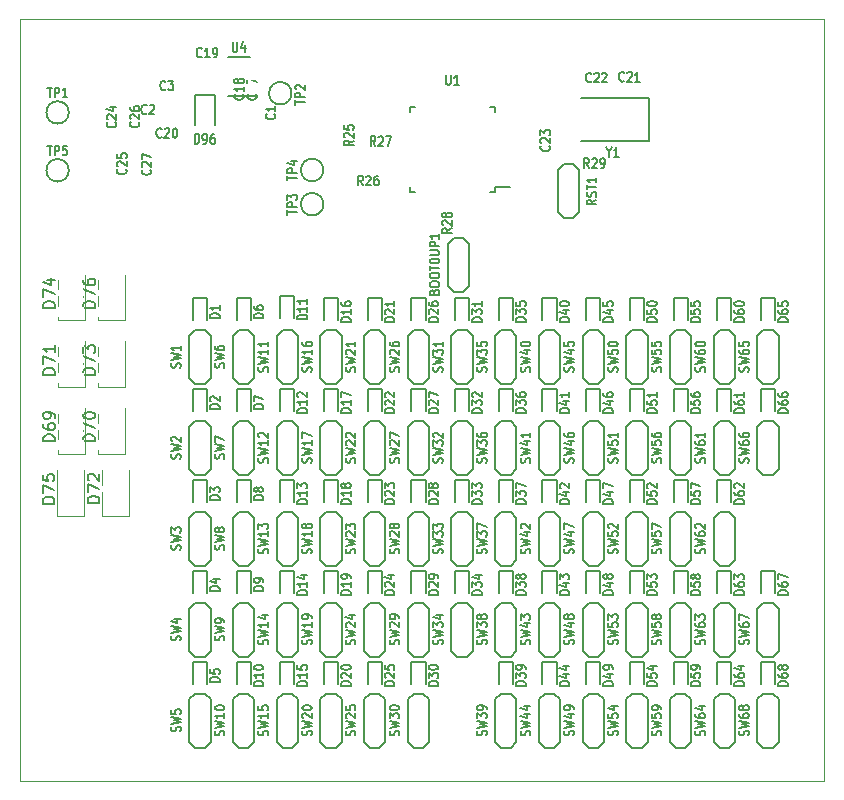
<source format=gbr>
G04 #@! TF.GenerationSoftware,KiCad,Pcbnew,(5.1.5)-3*
G04 #@! TF.CreationDate,2020-01-18T00:00:31-08:00*
G04 #@! TF.ProjectId,testing,74657374-696e-4672-9e6b-696361645f70,rev?*
G04 #@! TF.SameCoordinates,Original*
G04 #@! TF.FileFunction,Legend,Top*
G04 #@! TF.FilePolarity,Positive*
%FSLAX46Y46*%
G04 Gerber Fmt 4.6, Leading zero omitted, Abs format (unit mm)*
G04 Created by KiCad (PCBNEW (5.1.5)-3) date 2020-01-18 00:00:31*
%MOMM*%
%LPD*%
G04 APERTURE LIST*
G04 #@! TA.AperFunction,Profile*
%ADD10C,0.050000*%
G04 #@! TD*
%ADD11C,0.120000*%
%ADD12C,0.160000*%
%ADD13C,0.150000*%
%ADD14R,0.802000X0.902000*%
%ADD15C,2.202000*%
%ADD16C,1.602000*%
%ADD17C,1.502000*%
%ADD18R,0.802000X0.702000*%
%ADD19R,2.102000X2.502000*%
%ADD20R,0.552000X0.702000*%
%ADD21O,1.302000X2.002000*%
%ADD22C,1.552000*%
%ADD23R,1.162000X0.752000*%
G04 APERTURE END LIST*
D10*
X161050000Y-112850000D02*
X93050000Y-112850000D01*
X93050000Y-48350000D02*
X93050000Y-112850000D01*
X161050000Y-48350000D02*
X93050000Y-48350000D01*
X161050000Y-112850000D02*
X161050000Y-48350000D01*
D11*
G04 #@! TO.C,D76*
X101875000Y-73885000D02*
X101875000Y-70000000D01*
X99605000Y-73885000D02*
X101875000Y-73885000D01*
X99605000Y-70000000D02*
X99605000Y-73885000D01*
G04 #@! TO.C,D75*
X98440000Y-90460000D02*
X98440000Y-86575000D01*
X96170000Y-90460000D02*
X98440000Y-90460000D01*
X96170000Y-86575000D02*
X96170000Y-90460000D01*
G04 #@! TO.C,D74*
X98485000Y-73885000D02*
X98485000Y-70000000D01*
X96215000Y-73885000D02*
X98485000Y-73885000D01*
X96215000Y-70000000D02*
X96215000Y-73885000D01*
G04 #@! TO.C,D73*
X101875000Y-79535000D02*
X101875000Y-75650000D01*
X99605000Y-79535000D02*
X101875000Y-79535000D01*
X99605000Y-75650000D02*
X99605000Y-79535000D01*
G04 #@! TO.C,D72*
X102235000Y-90410000D02*
X102235000Y-86525000D01*
X99965000Y-90410000D02*
X102235000Y-90410000D01*
X99965000Y-86525000D02*
X99965000Y-90410000D01*
G04 #@! TO.C,D71*
X98485000Y-79535000D02*
X98485000Y-75650000D01*
X96215000Y-79535000D02*
X98485000Y-79535000D01*
X96215000Y-75650000D02*
X96215000Y-79535000D01*
G04 #@! TO.C,D70*
X101875000Y-85185000D02*
X101875000Y-81300000D01*
X99605000Y-85185000D02*
X101875000Y-85185000D01*
X99605000Y-81300000D02*
X99605000Y-85185000D01*
G04 #@! TO.C,D69*
X98485000Y-85185000D02*
X98485000Y-81300000D01*
X96215000Y-85185000D02*
X98485000Y-85185000D01*
X96215000Y-81300000D02*
X96215000Y-85185000D01*
D12*
G04 #@! TO.C,TP5*
X97150000Y-61175000D02*
G75*
G03X97150000Y-61175000I-950000J0D01*
G01*
G04 #@! TO.C,TP4*
X118700000Y-61150000D02*
G75*
G03X118700000Y-61150000I-950000J0D01*
G01*
G04 #@! TO.C,TP3*
X118700000Y-64050000D02*
G75*
G03X118700000Y-64050000I-950000J0D01*
G01*
G04 #@! TO.C,TP2*
X116000000Y-54650000D02*
G75*
G03X116000000Y-54650000I-950000J0D01*
G01*
G04 #@! TO.C,TP1*
X97150000Y-56275000D02*
G75*
G03X97150000Y-56275000I-950000J0D01*
G01*
G04 #@! TO.C,BOOT0UP1*
X129750000Y-71480000D02*
X129250000Y-70980000D01*
X130550000Y-71480000D02*
X129750000Y-71480000D01*
X131050000Y-70980000D02*
X130550000Y-71480000D01*
X131050000Y-67380000D02*
X131050000Y-70980000D01*
X130550000Y-66880000D02*
X131050000Y-67380000D01*
X129750000Y-66880000D02*
X130550000Y-66880000D01*
X129250000Y-67380000D02*
X129750000Y-66880000D01*
X129250000Y-70980000D02*
X129250000Y-67380000D01*
G04 #@! TO.C,RST1*
X139850000Y-60620000D02*
X140350000Y-61120000D01*
X139050000Y-60620000D02*
X139850000Y-60620000D01*
X138550000Y-61120000D02*
X139050000Y-60620000D01*
X138550000Y-64720000D02*
X138550000Y-61120000D01*
X139050000Y-65220000D02*
X138550000Y-64720000D01*
X139850000Y-65220000D02*
X139050000Y-65220000D01*
X140350000Y-64720000D02*
X139850000Y-65220000D01*
X140350000Y-61120000D02*
X140350000Y-64720000D01*
G04 #@! TO.C,SW68*
X155950000Y-110080000D02*
X155450000Y-109580000D01*
X156750000Y-110080000D02*
X155950000Y-110080000D01*
X157250000Y-109580000D02*
X156750000Y-110080000D01*
X157250000Y-105980000D02*
X157250000Y-109580000D01*
X156750000Y-105480000D02*
X157250000Y-105980000D01*
X155950000Y-105480000D02*
X156750000Y-105480000D01*
X155450000Y-105980000D02*
X155950000Y-105480000D01*
X155450000Y-109580000D02*
X155450000Y-105980000D01*
G04 #@! TO.C,SW67*
X155950000Y-102380000D02*
X155450000Y-101880000D01*
X156750000Y-102380000D02*
X155950000Y-102380000D01*
X157250000Y-101880000D02*
X156750000Y-102380000D01*
X157250000Y-98280000D02*
X157250000Y-101880000D01*
X156750000Y-97780000D02*
X157250000Y-98280000D01*
X155950000Y-97780000D02*
X156750000Y-97780000D01*
X155450000Y-98280000D02*
X155950000Y-97780000D01*
X155450000Y-101880000D02*
X155450000Y-98280000D01*
G04 #@! TO.C,SW66*
X155950000Y-86980000D02*
X155450000Y-86480000D01*
X156750000Y-86980000D02*
X155950000Y-86980000D01*
X157250000Y-86480000D02*
X156750000Y-86980000D01*
X157250000Y-82880000D02*
X157250000Y-86480000D01*
X156750000Y-82380000D02*
X157250000Y-82880000D01*
X155950000Y-82380000D02*
X156750000Y-82380000D01*
X155450000Y-82880000D02*
X155950000Y-82380000D01*
X155450000Y-86480000D02*
X155450000Y-82880000D01*
G04 #@! TO.C,SW65*
X155950000Y-79280000D02*
X155450000Y-78780000D01*
X156750000Y-79280000D02*
X155950000Y-79280000D01*
X157250000Y-78780000D02*
X156750000Y-79280000D01*
X157250000Y-75180000D02*
X157250000Y-78780000D01*
X156750000Y-74680000D02*
X157250000Y-75180000D01*
X155950000Y-74680000D02*
X156750000Y-74680000D01*
X155450000Y-75180000D02*
X155950000Y-74680000D01*
X155450000Y-78780000D02*
X155450000Y-75180000D01*
G04 #@! TO.C,SW64*
X152250000Y-110080000D02*
X151750000Y-109580000D01*
X153050000Y-110080000D02*
X152250000Y-110080000D01*
X153550000Y-109580000D02*
X153050000Y-110080000D01*
X153550000Y-105980000D02*
X153550000Y-109580000D01*
X153050000Y-105480000D02*
X153550000Y-105980000D01*
X152250000Y-105480000D02*
X153050000Y-105480000D01*
X151750000Y-105980000D02*
X152250000Y-105480000D01*
X151750000Y-109580000D02*
X151750000Y-105980000D01*
G04 #@! TO.C,SW63*
X152250000Y-102380000D02*
X151750000Y-101880000D01*
X153050000Y-102380000D02*
X152250000Y-102380000D01*
X153550000Y-101880000D02*
X153050000Y-102380000D01*
X153550000Y-98280000D02*
X153550000Y-101880000D01*
X153050000Y-97780000D02*
X153550000Y-98280000D01*
X152250000Y-97780000D02*
X153050000Y-97780000D01*
X151750000Y-98280000D02*
X152250000Y-97780000D01*
X151750000Y-101880000D02*
X151750000Y-98280000D01*
G04 #@! TO.C,SW62*
X152250000Y-94680000D02*
X151750000Y-94180000D01*
X153050000Y-94680000D02*
X152250000Y-94680000D01*
X153550000Y-94180000D02*
X153050000Y-94680000D01*
X153550000Y-90580000D02*
X153550000Y-94180000D01*
X153050000Y-90080000D02*
X153550000Y-90580000D01*
X152250000Y-90080000D02*
X153050000Y-90080000D01*
X151750000Y-90580000D02*
X152250000Y-90080000D01*
X151750000Y-94180000D02*
X151750000Y-90580000D01*
G04 #@! TO.C,SW61*
X152250000Y-86980000D02*
X151750000Y-86480000D01*
X153050000Y-86980000D02*
X152250000Y-86980000D01*
X153550000Y-86480000D02*
X153050000Y-86980000D01*
X153550000Y-82880000D02*
X153550000Y-86480000D01*
X153050000Y-82380000D02*
X153550000Y-82880000D01*
X152250000Y-82380000D02*
X153050000Y-82380000D01*
X151750000Y-82880000D02*
X152250000Y-82380000D01*
X151750000Y-86480000D02*
X151750000Y-82880000D01*
G04 #@! TO.C,SW60*
X152250000Y-79280000D02*
X151750000Y-78780000D01*
X153050000Y-79280000D02*
X152250000Y-79280000D01*
X153550000Y-78780000D02*
X153050000Y-79280000D01*
X153550000Y-75180000D02*
X153550000Y-78780000D01*
X153050000Y-74680000D02*
X153550000Y-75180000D01*
X152250000Y-74680000D02*
X153050000Y-74680000D01*
X151750000Y-75180000D02*
X152250000Y-74680000D01*
X151750000Y-78780000D02*
X151750000Y-75180000D01*
G04 #@! TO.C,SW59*
X148550000Y-110080000D02*
X148050000Y-109580000D01*
X149350000Y-110080000D02*
X148550000Y-110080000D01*
X149850000Y-109580000D02*
X149350000Y-110080000D01*
X149850000Y-105980000D02*
X149850000Y-109580000D01*
X149350000Y-105480000D02*
X149850000Y-105980000D01*
X148550000Y-105480000D02*
X149350000Y-105480000D01*
X148050000Y-105980000D02*
X148550000Y-105480000D01*
X148050000Y-109580000D02*
X148050000Y-105980000D01*
G04 #@! TO.C,SW58*
X148550000Y-102380000D02*
X148050000Y-101880000D01*
X149350000Y-102380000D02*
X148550000Y-102380000D01*
X149850000Y-101880000D02*
X149350000Y-102380000D01*
X149850000Y-98280000D02*
X149850000Y-101880000D01*
X149350000Y-97780000D02*
X149850000Y-98280000D01*
X148550000Y-97780000D02*
X149350000Y-97780000D01*
X148050000Y-98280000D02*
X148550000Y-97780000D01*
X148050000Y-101880000D02*
X148050000Y-98280000D01*
G04 #@! TO.C,SW57*
X148550000Y-94680000D02*
X148050000Y-94180000D01*
X149350000Y-94680000D02*
X148550000Y-94680000D01*
X149850000Y-94180000D02*
X149350000Y-94680000D01*
X149850000Y-90580000D02*
X149850000Y-94180000D01*
X149350000Y-90080000D02*
X149850000Y-90580000D01*
X148550000Y-90080000D02*
X149350000Y-90080000D01*
X148050000Y-90580000D02*
X148550000Y-90080000D01*
X148050000Y-94180000D02*
X148050000Y-90580000D01*
G04 #@! TO.C,SW56*
X148550000Y-86980000D02*
X148050000Y-86480000D01*
X149350000Y-86980000D02*
X148550000Y-86980000D01*
X149850000Y-86480000D02*
X149350000Y-86980000D01*
X149850000Y-82880000D02*
X149850000Y-86480000D01*
X149350000Y-82380000D02*
X149850000Y-82880000D01*
X148550000Y-82380000D02*
X149350000Y-82380000D01*
X148050000Y-82880000D02*
X148550000Y-82380000D01*
X148050000Y-86480000D02*
X148050000Y-82880000D01*
G04 #@! TO.C,SW55*
X148550000Y-79280000D02*
X148050000Y-78780000D01*
X149350000Y-79280000D02*
X148550000Y-79280000D01*
X149850000Y-78780000D02*
X149350000Y-79280000D01*
X149850000Y-75180000D02*
X149850000Y-78780000D01*
X149350000Y-74680000D02*
X149850000Y-75180000D01*
X148550000Y-74680000D02*
X149350000Y-74680000D01*
X148050000Y-75180000D02*
X148550000Y-74680000D01*
X148050000Y-78780000D02*
X148050000Y-75180000D01*
G04 #@! TO.C,SW54*
X144850000Y-110080000D02*
X144350000Y-109580000D01*
X145650000Y-110080000D02*
X144850000Y-110080000D01*
X146150000Y-109580000D02*
X145650000Y-110080000D01*
X146150000Y-105980000D02*
X146150000Y-109580000D01*
X145650000Y-105480000D02*
X146150000Y-105980000D01*
X144850000Y-105480000D02*
X145650000Y-105480000D01*
X144350000Y-105980000D02*
X144850000Y-105480000D01*
X144350000Y-109580000D02*
X144350000Y-105980000D01*
G04 #@! TO.C,SW53*
X144850000Y-102380000D02*
X144350000Y-101880000D01*
X145650000Y-102380000D02*
X144850000Y-102380000D01*
X146150000Y-101880000D02*
X145650000Y-102380000D01*
X146150000Y-98280000D02*
X146150000Y-101880000D01*
X145650000Y-97780000D02*
X146150000Y-98280000D01*
X144850000Y-97780000D02*
X145650000Y-97780000D01*
X144350000Y-98280000D02*
X144850000Y-97780000D01*
X144350000Y-101880000D02*
X144350000Y-98280000D01*
G04 #@! TO.C,SW52*
X144850000Y-94680000D02*
X144350000Y-94180000D01*
X145650000Y-94680000D02*
X144850000Y-94680000D01*
X146150000Y-94180000D02*
X145650000Y-94680000D01*
X146150000Y-90580000D02*
X146150000Y-94180000D01*
X145650000Y-90080000D02*
X146150000Y-90580000D01*
X144850000Y-90080000D02*
X145650000Y-90080000D01*
X144350000Y-90580000D02*
X144850000Y-90080000D01*
X144350000Y-94180000D02*
X144350000Y-90580000D01*
G04 #@! TO.C,SW51*
X144850000Y-86980000D02*
X144350000Y-86480000D01*
X145650000Y-86980000D02*
X144850000Y-86980000D01*
X146150000Y-86480000D02*
X145650000Y-86980000D01*
X146150000Y-82880000D02*
X146150000Y-86480000D01*
X145650000Y-82380000D02*
X146150000Y-82880000D01*
X144850000Y-82380000D02*
X145650000Y-82380000D01*
X144350000Y-82880000D02*
X144850000Y-82380000D01*
X144350000Y-86480000D02*
X144350000Y-82880000D01*
G04 #@! TO.C,SW50*
X144850000Y-79280000D02*
X144350000Y-78780000D01*
X145650000Y-79280000D02*
X144850000Y-79280000D01*
X146150000Y-78780000D02*
X145650000Y-79280000D01*
X146150000Y-75180000D02*
X146150000Y-78780000D01*
X145650000Y-74680000D02*
X146150000Y-75180000D01*
X144850000Y-74680000D02*
X145650000Y-74680000D01*
X144350000Y-75180000D02*
X144850000Y-74680000D01*
X144350000Y-78780000D02*
X144350000Y-75180000D01*
G04 #@! TO.C,SW49*
X141150000Y-110080000D02*
X140650000Y-109580000D01*
X141950000Y-110080000D02*
X141150000Y-110080000D01*
X142450000Y-109580000D02*
X141950000Y-110080000D01*
X142450000Y-105980000D02*
X142450000Y-109580000D01*
X141950000Y-105480000D02*
X142450000Y-105980000D01*
X141150000Y-105480000D02*
X141950000Y-105480000D01*
X140650000Y-105980000D02*
X141150000Y-105480000D01*
X140650000Y-109580000D02*
X140650000Y-105980000D01*
G04 #@! TO.C,SW48*
X141150000Y-102380000D02*
X140650000Y-101880000D01*
X141950000Y-102380000D02*
X141150000Y-102380000D01*
X142450000Y-101880000D02*
X141950000Y-102380000D01*
X142450000Y-98280000D02*
X142450000Y-101880000D01*
X141950000Y-97780000D02*
X142450000Y-98280000D01*
X141150000Y-97780000D02*
X141950000Y-97780000D01*
X140650000Y-98280000D02*
X141150000Y-97780000D01*
X140650000Y-101880000D02*
X140650000Y-98280000D01*
G04 #@! TO.C,SW47*
X141150000Y-94680000D02*
X140650000Y-94180000D01*
X141950000Y-94680000D02*
X141150000Y-94680000D01*
X142450000Y-94180000D02*
X141950000Y-94680000D01*
X142450000Y-90580000D02*
X142450000Y-94180000D01*
X141950000Y-90080000D02*
X142450000Y-90580000D01*
X141150000Y-90080000D02*
X141950000Y-90080000D01*
X140650000Y-90580000D02*
X141150000Y-90080000D01*
X140650000Y-94180000D02*
X140650000Y-90580000D01*
G04 #@! TO.C,SW46*
X141150000Y-86980000D02*
X140650000Y-86480000D01*
X141950000Y-86980000D02*
X141150000Y-86980000D01*
X142450000Y-86480000D02*
X141950000Y-86980000D01*
X142450000Y-82880000D02*
X142450000Y-86480000D01*
X141950000Y-82380000D02*
X142450000Y-82880000D01*
X141150000Y-82380000D02*
X141950000Y-82380000D01*
X140650000Y-82880000D02*
X141150000Y-82380000D01*
X140650000Y-86480000D02*
X140650000Y-82880000D01*
G04 #@! TO.C,SW45*
X141150000Y-79280000D02*
X140650000Y-78780000D01*
X141950000Y-79280000D02*
X141150000Y-79280000D01*
X142450000Y-78780000D02*
X141950000Y-79280000D01*
X142450000Y-75180000D02*
X142450000Y-78780000D01*
X141950000Y-74680000D02*
X142450000Y-75180000D01*
X141150000Y-74680000D02*
X141950000Y-74680000D01*
X140650000Y-75180000D02*
X141150000Y-74680000D01*
X140650000Y-78780000D02*
X140650000Y-75180000D01*
G04 #@! TO.C,SW44*
X137450000Y-110080000D02*
X136950000Y-109580000D01*
X138250000Y-110080000D02*
X137450000Y-110080000D01*
X138750000Y-109580000D02*
X138250000Y-110080000D01*
X138750000Y-105980000D02*
X138750000Y-109580000D01*
X138250000Y-105480000D02*
X138750000Y-105980000D01*
X137450000Y-105480000D02*
X138250000Y-105480000D01*
X136950000Y-105980000D02*
X137450000Y-105480000D01*
X136950000Y-109580000D02*
X136950000Y-105980000D01*
G04 #@! TO.C,SW43*
X137450000Y-102380000D02*
X136950000Y-101880000D01*
X138250000Y-102380000D02*
X137450000Y-102380000D01*
X138750000Y-101880000D02*
X138250000Y-102380000D01*
X138750000Y-98280000D02*
X138750000Y-101880000D01*
X138250000Y-97780000D02*
X138750000Y-98280000D01*
X137450000Y-97780000D02*
X138250000Y-97780000D01*
X136950000Y-98280000D02*
X137450000Y-97780000D01*
X136950000Y-101880000D02*
X136950000Y-98280000D01*
G04 #@! TO.C,SW42*
X137450000Y-94680000D02*
X136950000Y-94180000D01*
X138250000Y-94680000D02*
X137450000Y-94680000D01*
X138750000Y-94180000D02*
X138250000Y-94680000D01*
X138750000Y-90580000D02*
X138750000Y-94180000D01*
X138250000Y-90080000D02*
X138750000Y-90580000D01*
X137450000Y-90080000D02*
X138250000Y-90080000D01*
X136950000Y-90580000D02*
X137450000Y-90080000D01*
X136950000Y-94180000D02*
X136950000Y-90580000D01*
G04 #@! TO.C,SW41*
X137450000Y-86980000D02*
X136950000Y-86480000D01*
X138250000Y-86980000D02*
X137450000Y-86980000D01*
X138750000Y-86480000D02*
X138250000Y-86980000D01*
X138750000Y-82880000D02*
X138750000Y-86480000D01*
X138250000Y-82380000D02*
X138750000Y-82880000D01*
X137450000Y-82380000D02*
X138250000Y-82380000D01*
X136950000Y-82880000D02*
X137450000Y-82380000D01*
X136950000Y-86480000D02*
X136950000Y-82880000D01*
G04 #@! TO.C,SW40*
X137450000Y-79280000D02*
X136950000Y-78780000D01*
X138250000Y-79280000D02*
X137450000Y-79280000D01*
X138750000Y-78780000D02*
X138250000Y-79280000D01*
X138750000Y-75180000D02*
X138750000Y-78780000D01*
X138250000Y-74680000D02*
X138750000Y-75180000D01*
X137450000Y-74680000D02*
X138250000Y-74680000D01*
X136950000Y-75180000D02*
X137450000Y-74680000D01*
X136950000Y-78780000D02*
X136950000Y-75180000D01*
G04 #@! TO.C,SW39*
X133750000Y-110080000D02*
X133250000Y-109580000D01*
X134550000Y-110080000D02*
X133750000Y-110080000D01*
X135050000Y-109580000D02*
X134550000Y-110080000D01*
X135050000Y-105980000D02*
X135050000Y-109580000D01*
X134550000Y-105480000D02*
X135050000Y-105980000D01*
X133750000Y-105480000D02*
X134550000Y-105480000D01*
X133250000Y-105980000D02*
X133750000Y-105480000D01*
X133250000Y-109580000D02*
X133250000Y-105980000D01*
G04 #@! TO.C,SW38*
X133750000Y-102380000D02*
X133250000Y-101880000D01*
X134550000Y-102380000D02*
X133750000Y-102380000D01*
X135050000Y-101880000D02*
X134550000Y-102380000D01*
X135050000Y-98280000D02*
X135050000Y-101880000D01*
X134550000Y-97780000D02*
X135050000Y-98280000D01*
X133750000Y-97780000D02*
X134550000Y-97780000D01*
X133250000Y-98280000D02*
X133750000Y-97780000D01*
X133250000Y-101880000D02*
X133250000Y-98280000D01*
G04 #@! TO.C,SW37*
X133750000Y-94680000D02*
X133250000Y-94180000D01*
X134550000Y-94680000D02*
X133750000Y-94680000D01*
X135050000Y-94180000D02*
X134550000Y-94680000D01*
X135050000Y-90580000D02*
X135050000Y-94180000D01*
X134550000Y-90080000D02*
X135050000Y-90580000D01*
X133750000Y-90080000D02*
X134550000Y-90080000D01*
X133250000Y-90580000D02*
X133750000Y-90080000D01*
X133250000Y-94180000D02*
X133250000Y-90580000D01*
G04 #@! TO.C,SW36*
X133750000Y-86980000D02*
X133250000Y-86480000D01*
X134550000Y-86980000D02*
X133750000Y-86980000D01*
X135050000Y-86480000D02*
X134550000Y-86980000D01*
X135050000Y-82880000D02*
X135050000Y-86480000D01*
X134550000Y-82380000D02*
X135050000Y-82880000D01*
X133750000Y-82380000D02*
X134550000Y-82380000D01*
X133250000Y-82880000D02*
X133750000Y-82380000D01*
X133250000Y-86480000D02*
X133250000Y-82880000D01*
G04 #@! TO.C,SW35*
X133750000Y-79280000D02*
X133250000Y-78780000D01*
X134550000Y-79280000D02*
X133750000Y-79280000D01*
X135050000Y-78780000D02*
X134550000Y-79280000D01*
X135050000Y-75180000D02*
X135050000Y-78780000D01*
X134550000Y-74680000D02*
X135050000Y-75180000D01*
X133750000Y-74680000D02*
X134550000Y-74680000D01*
X133250000Y-75180000D02*
X133750000Y-74680000D01*
X133250000Y-78780000D02*
X133250000Y-75180000D01*
G04 #@! TO.C,SW34*
X130050000Y-102380000D02*
X129550000Y-101880000D01*
X130850000Y-102380000D02*
X130050000Y-102380000D01*
X131350000Y-101880000D02*
X130850000Y-102380000D01*
X131350000Y-98280000D02*
X131350000Y-101880000D01*
X130850000Y-97780000D02*
X131350000Y-98280000D01*
X130050000Y-97780000D02*
X130850000Y-97780000D01*
X129550000Y-98280000D02*
X130050000Y-97780000D01*
X129550000Y-101880000D02*
X129550000Y-98280000D01*
G04 #@! TO.C,SW33*
X130050000Y-94680000D02*
X129550000Y-94180000D01*
X130850000Y-94680000D02*
X130050000Y-94680000D01*
X131350000Y-94180000D02*
X130850000Y-94680000D01*
X131350000Y-90580000D02*
X131350000Y-94180000D01*
X130850000Y-90080000D02*
X131350000Y-90580000D01*
X130050000Y-90080000D02*
X130850000Y-90080000D01*
X129550000Y-90580000D02*
X130050000Y-90080000D01*
X129550000Y-94180000D02*
X129550000Y-90580000D01*
G04 #@! TO.C,SW32*
X130050000Y-86980000D02*
X129550000Y-86480000D01*
X130850000Y-86980000D02*
X130050000Y-86980000D01*
X131350000Y-86480000D02*
X130850000Y-86980000D01*
X131350000Y-82880000D02*
X131350000Y-86480000D01*
X130850000Y-82380000D02*
X131350000Y-82880000D01*
X130050000Y-82380000D02*
X130850000Y-82380000D01*
X129550000Y-82880000D02*
X130050000Y-82380000D01*
X129550000Y-86480000D02*
X129550000Y-82880000D01*
G04 #@! TO.C,SW31*
X130050000Y-79280000D02*
X129550000Y-78780000D01*
X130850000Y-79280000D02*
X130050000Y-79280000D01*
X131350000Y-78780000D02*
X130850000Y-79280000D01*
X131350000Y-75180000D02*
X131350000Y-78780000D01*
X130850000Y-74680000D02*
X131350000Y-75180000D01*
X130050000Y-74680000D02*
X130850000Y-74680000D01*
X129550000Y-75180000D02*
X130050000Y-74680000D01*
X129550000Y-78780000D02*
X129550000Y-75180000D01*
G04 #@! TO.C,SW30*
X126350000Y-110080000D02*
X125850000Y-109580000D01*
X127150000Y-110080000D02*
X126350000Y-110080000D01*
X127650000Y-109580000D02*
X127150000Y-110080000D01*
X127650000Y-105980000D02*
X127650000Y-109580000D01*
X127150000Y-105480000D02*
X127650000Y-105980000D01*
X126350000Y-105480000D02*
X127150000Y-105480000D01*
X125850000Y-105980000D02*
X126350000Y-105480000D01*
X125850000Y-109580000D02*
X125850000Y-105980000D01*
G04 #@! TO.C,SW29*
X126350000Y-102380000D02*
X125850000Y-101880000D01*
X127150000Y-102380000D02*
X126350000Y-102380000D01*
X127650000Y-101880000D02*
X127150000Y-102380000D01*
X127650000Y-98280000D02*
X127650000Y-101880000D01*
X127150000Y-97780000D02*
X127650000Y-98280000D01*
X126350000Y-97780000D02*
X127150000Y-97780000D01*
X125850000Y-98280000D02*
X126350000Y-97780000D01*
X125850000Y-101880000D02*
X125850000Y-98280000D01*
G04 #@! TO.C,SW28*
X126350000Y-94680000D02*
X125850000Y-94180000D01*
X127150000Y-94680000D02*
X126350000Y-94680000D01*
X127650000Y-94180000D02*
X127150000Y-94680000D01*
X127650000Y-90580000D02*
X127650000Y-94180000D01*
X127150000Y-90080000D02*
X127650000Y-90580000D01*
X126350000Y-90080000D02*
X127150000Y-90080000D01*
X125850000Y-90580000D02*
X126350000Y-90080000D01*
X125850000Y-94180000D02*
X125850000Y-90580000D01*
G04 #@! TO.C,SW27*
X126350000Y-86980000D02*
X125850000Y-86480000D01*
X127150000Y-86980000D02*
X126350000Y-86980000D01*
X127650000Y-86480000D02*
X127150000Y-86980000D01*
X127650000Y-82880000D02*
X127650000Y-86480000D01*
X127150000Y-82380000D02*
X127650000Y-82880000D01*
X126350000Y-82380000D02*
X127150000Y-82380000D01*
X125850000Y-82880000D02*
X126350000Y-82380000D01*
X125850000Y-86480000D02*
X125850000Y-82880000D01*
G04 #@! TO.C,SW26*
X126350000Y-79280000D02*
X125850000Y-78780000D01*
X127150000Y-79280000D02*
X126350000Y-79280000D01*
X127650000Y-78780000D02*
X127150000Y-79280000D01*
X127650000Y-75180000D02*
X127650000Y-78780000D01*
X127150000Y-74680000D02*
X127650000Y-75180000D01*
X126350000Y-74680000D02*
X127150000Y-74680000D01*
X125850000Y-75180000D02*
X126350000Y-74680000D01*
X125850000Y-78780000D02*
X125850000Y-75180000D01*
G04 #@! TO.C,SW25*
X122650000Y-110080000D02*
X122150000Y-109580000D01*
X123450000Y-110080000D02*
X122650000Y-110080000D01*
X123950000Y-109580000D02*
X123450000Y-110080000D01*
X123950000Y-105980000D02*
X123950000Y-109580000D01*
X123450000Y-105480000D02*
X123950000Y-105980000D01*
X122650000Y-105480000D02*
X123450000Y-105480000D01*
X122150000Y-105980000D02*
X122650000Y-105480000D01*
X122150000Y-109580000D02*
X122150000Y-105980000D01*
G04 #@! TO.C,SW24*
X122650000Y-102380000D02*
X122150000Y-101880000D01*
X123450000Y-102380000D02*
X122650000Y-102380000D01*
X123950000Y-101880000D02*
X123450000Y-102380000D01*
X123950000Y-98280000D02*
X123950000Y-101880000D01*
X123450000Y-97780000D02*
X123950000Y-98280000D01*
X122650000Y-97780000D02*
X123450000Y-97780000D01*
X122150000Y-98280000D02*
X122650000Y-97780000D01*
X122150000Y-101880000D02*
X122150000Y-98280000D01*
G04 #@! TO.C,SW23*
X122650000Y-94680000D02*
X122150000Y-94180000D01*
X123450000Y-94680000D02*
X122650000Y-94680000D01*
X123950000Y-94180000D02*
X123450000Y-94680000D01*
X123950000Y-90580000D02*
X123950000Y-94180000D01*
X123450000Y-90080000D02*
X123950000Y-90580000D01*
X122650000Y-90080000D02*
X123450000Y-90080000D01*
X122150000Y-90580000D02*
X122650000Y-90080000D01*
X122150000Y-94180000D02*
X122150000Y-90580000D01*
G04 #@! TO.C,SW22*
X122650000Y-86980000D02*
X122150000Y-86480000D01*
X123450000Y-86980000D02*
X122650000Y-86980000D01*
X123950000Y-86480000D02*
X123450000Y-86980000D01*
X123950000Y-82880000D02*
X123950000Y-86480000D01*
X123450000Y-82380000D02*
X123950000Y-82880000D01*
X122650000Y-82380000D02*
X123450000Y-82380000D01*
X122150000Y-82880000D02*
X122650000Y-82380000D01*
X122150000Y-86480000D02*
X122150000Y-82880000D01*
G04 #@! TO.C,SW21*
X122650000Y-79280000D02*
X122150000Y-78780000D01*
X123450000Y-79280000D02*
X122650000Y-79280000D01*
X123950000Y-78780000D02*
X123450000Y-79280000D01*
X123950000Y-75180000D02*
X123950000Y-78780000D01*
X123450000Y-74680000D02*
X123950000Y-75180000D01*
X122650000Y-74680000D02*
X123450000Y-74680000D01*
X122150000Y-75180000D02*
X122650000Y-74680000D01*
X122150000Y-78780000D02*
X122150000Y-75180000D01*
G04 #@! TO.C,SW20*
X118950000Y-110080000D02*
X118450000Y-109580000D01*
X119750000Y-110080000D02*
X118950000Y-110080000D01*
X120250000Y-109580000D02*
X119750000Y-110080000D01*
X120250000Y-105980000D02*
X120250000Y-109580000D01*
X119750000Y-105480000D02*
X120250000Y-105980000D01*
X118950000Y-105480000D02*
X119750000Y-105480000D01*
X118450000Y-105980000D02*
X118950000Y-105480000D01*
X118450000Y-109580000D02*
X118450000Y-105980000D01*
G04 #@! TO.C,SW19*
X118950000Y-102380000D02*
X118450000Y-101880000D01*
X119750000Y-102380000D02*
X118950000Y-102380000D01*
X120250000Y-101880000D02*
X119750000Y-102380000D01*
X120250000Y-98280000D02*
X120250000Y-101880000D01*
X119750000Y-97780000D02*
X120250000Y-98280000D01*
X118950000Y-97780000D02*
X119750000Y-97780000D01*
X118450000Y-98280000D02*
X118950000Y-97780000D01*
X118450000Y-101880000D02*
X118450000Y-98280000D01*
G04 #@! TO.C,SW18*
X118950000Y-94680000D02*
X118450000Y-94180000D01*
X119750000Y-94680000D02*
X118950000Y-94680000D01*
X120250000Y-94180000D02*
X119750000Y-94680000D01*
X120250000Y-90580000D02*
X120250000Y-94180000D01*
X119750000Y-90080000D02*
X120250000Y-90580000D01*
X118950000Y-90080000D02*
X119750000Y-90080000D01*
X118450000Y-90580000D02*
X118950000Y-90080000D01*
X118450000Y-94180000D02*
X118450000Y-90580000D01*
G04 #@! TO.C,SW17*
X118950000Y-86980000D02*
X118450000Y-86480000D01*
X119750000Y-86980000D02*
X118950000Y-86980000D01*
X120250000Y-86480000D02*
X119750000Y-86980000D01*
X120250000Y-82880000D02*
X120250000Y-86480000D01*
X119750000Y-82380000D02*
X120250000Y-82880000D01*
X118950000Y-82380000D02*
X119750000Y-82380000D01*
X118450000Y-82880000D02*
X118950000Y-82380000D01*
X118450000Y-86480000D02*
X118450000Y-82880000D01*
G04 #@! TO.C,SW16*
X118950000Y-79280000D02*
X118450000Y-78780000D01*
X119750000Y-79280000D02*
X118950000Y-79280000D01*
X120250000Y-78780000D02*
X119750000Y-79280000D01*
X120250000Y-75180000D02*
X120250000Y-78780000D01*
X119750000Y-74680000D02*
X120250000Y-75180000D01*
X118950000Y-74680000D02*
X119750000Y-74680000D01*
X118450000Y-75180000D02*
X118950000Y-74680000D01*
X118450000Y-78780000D02*
X118450000Y-75180000D01*
G04 #@! TO.C,SW15*
X115250000Y-110080000D02*
X114750000Y-109580000D01*
X116050000Y-110080000D02*
X115250000Y-110080000D01*
X116550000Y-109580000D02*
X116050000Y-110080000D01*
X116550000Y-105980000D02*
X116550000Y-109580000D01*
X116050000Y-105480000D02*
X116550000Y-105980000D01*
X115250000Y-105480000D02*
X116050000Y-105480000D01*
X114750000Y-105980000D02*
X115250000Y-105480000D01*
X114750000Y-109580000D02*
X114750000Y-105980000D01*
G04 #@! TO.C,SW14*
X115250000Y-102380000D02*
X114750000Y-101880000D01*
X116050000Y-102380000D02*
X115250000Y-102380000D01*
X116550000Y-101880000D02*
X116050000Y-102380000D01*
X116550000Y-98280000D02*
X116550000Y-101880000D01*
X116050000Y-97780000D02*
X116550000Y-98280000D01*
X115250000Y-97780000D02*
X116050000Y-97780000D01*
X114750000Y-98280000D02*
X115250000Y-97780000D01*
X114750000Y-101880000D02*
X114750000Y-98280000D01*
G04 #@! TO.C,SW13*
X115250000Y-94680000D02*
X114750000Y-94180000D01*
X116050000Y-94680000D02*
X115250000Y-94680000D01*
X116550000Y-94180000D02*
X116050000Y-94680000D01*
X116550000Y-90580000D02*
X116550000Y-94180000D01*
X116050000Y-90080000D02*
X116550000Y-90580000D01*
X115250000Y-90080000D02*
X116050000Y-90080000D01*
X114750000Y-90580000D02*
X115250000Y-90080000D01*
X114750000Y-94180000D02*
X114750000Y-90580000D01*
G04 #@! TO.C,SW12*
X115250000Y-86980000D02*
X114750000Y-86480000D01*
X116050000Y-86980000D02*
X115250000Y-86980000D01*
X116550000Y-86480000D02*
X116050000Y-86980000D01*
X116550000Y-82880000D02*
X116550000Y-86480000D01*
X116050000Y-82380000D02*
X116550000Y-82880000D01*
X115250000Y-82380000D02*
X116050000Y-82380000D01*
X114750000Y-82880000D02*
X115250000Y-82380000D01*
X114750000Y-86480000D02*
X114750000Y-82880000D01*
G04 #@! TO.C,SW11*
X115250000Y-79280000D02*
X114750000Y-78780000D01*
X116050000Y-79280000D02*
X115250000Y-79280000D01*
X116550000Y-78780000D02*
X116050000Y-79280000D01*
X116550000Y-75180000D02*
X116550000Y-78780000D01*
X116050000Y-74680000D02*
X116550000Y-75180000D01*
X115250000Y-74680000D02*
X116050000Y-74680000D01*
X114750000Y-75180000D02*
X115250000Y-74680000D01*
X114750000Y-78780000D02*
X114750000Y-75180000D01*
G04 #@! TO.C,SW10*
X111550000Y-110080000D02*
X111050000Y-109580000D01*
X112350000Y-110080000D02*
X111550000Y-110080000D01*
X112850000Y-109580000D02*
X112350000Y-110080000D01*
X112850000Y-105980000D02*
X112850000Y-109580000D01*
X112350000Y-105480000D02*
X112850000Y-105980000D01*
X111550000Y-105480000D02*
X112350000Y-105480000D01*
X111050000Y-105980000D02*
X111550000Y-105480000D01*
X111050000Y-109580000D02*
X111050000Y-105980000D01*
G04 #@! TO.C,SW8*
X111550000Y-94680000D02*
X111050000Y-94180000D01*
X112350000Y-94680000D02*
X111550000Y-94680000D01*
X112850000Y-94180000D02*
X112350000Y-94680000D01*
X112850000Y-90580000D02*
X112850000Y-94180000D01*
X112350000Y-90080000D02*
X112850000Y-90580000D01*
X111550000Y-90080000D02*
X112350000Y-90080000D01*
X111050000Y-90580000D02*
X111550000Y-90080000D01*
X111050000Y-94180000D02*
X111050000Y-90580000D01*
G04 #@! TO.C,SW5*
X107850000Y-110080000D02*
X107350000Y-109580000D01*
X108650000Y-110080000D02*
X107850000Y-110080000D01*
X109150000Y-109580000D02*
X108650000Y-110080000D01*
X109150000Y-105980000D02*
X109150000Y-109580000D01*
X108650000Y-105480000D02*
X109150000Y-105980000D01*
X107850000Y-105480000D02*
X108650000Y-105480000D01*
X107350000Y-105980000D02*
X107850000Y-105480000D01*
X107350000Y-109580000D02*
X107350000Y-105980000D01*
G04 #@! TO.C,SW4*
X107850000Y-102380000D02*
X107350000Y-101880000D01*
X108650000Y-102380000D02*
X107850000Y-102380000D01*
X109150000Y-101880000D02*
X108650000Y-102380000D01*
X109150000Y-98280000D02*
X109150000Y-101880000D01*
X108650000Y-97780000D02*
X109150000Y-98280000D01*
X107850000Y-97780000D02*
X108650000Y-97780000D01*
X107350000Y-98280000D02*
X107850000Y-97780000D01*
X107350000Y-101880000D02*
X107350000Y-98280000D01*
G04 #@! TO.C,SW3*
X107850000Y-94680000D02*
X107350000Y-94180000D01*
X108650000Y-94680000D02*
X107850000Y-94680000D01*
X109150000Y-94180000D02*
X108650000Y-94680000D01*
X109150000Y-90580000D02*
X109150000Y-94180000D01*
X108650000Y-90080000D02*
X109150000Y-90580000D01*
X107850000Y-90080000D02*
X108650000Y-90080000D01*
X107350000Y-90580000D02*
X107850000Y-90080000D01*
X107350000Y-94180000D02*
X107350000Y-90580000D01*
G04 #@! TO.C,D68*
X155750000Y-104650000D02*
X155750000Y-102800000D01*
X156950000Y-104650000D02*
X156950000Y-102800000D01*
X156950000Y-102800000D02*
X155750000Y-102800000D01*
G04 #@! TO.C,D67*
X155750000Y-96950000D02*
X155750000Y-95100000D01*
X156950000Y-96950000D02*
X156950000Y-95100000D01*
X156950000Y-95100000D02*
X155750000Y-95100000D01*
G04 #@! TO.C,D66*
X155750000Y-81550000D02*
X155750000Y-79700000D01*
X156950000Y-81550000D02*
X156950000Y-79700000D01*
X156950000Y-79700000D02*
X155750000Y-79700000D01*
G04 #@! TO.C,D65*
X155750000Y-73850000D02*
X155750000Y-72000000D01*
X156950000Y-73850000D02*
X156950000Y-72000000D01*
X156950000Y-72000000D02*
X155750000Y-72000000D01*
G04 #@! TO.C,D64*
X152050000Y-104650000D02*
X152050000Y-102800000D01*
X153250000Y-104650000D02*
X153250000Y-102800000D01*
X153250000Y-102800000D02*
X152050000Y-102800000D01*
G04 #@! TO.C,D63*
X152050000Y-96950000D02*
X152050000Y-95100000D01*
X153250000Y-96950000D02*
X153250000Y-95100000D01*
X153250000Y-95100000D02*
X152050000Y-95100000D01*
G04 #@! TO.C,D62*
X152050000Y-89250000D02*
X152050000Y-87400000D01*
X153250000Y-89250000D02*
X153250000Y-87400000D01*
X153250000Y-87400000D02*
X152050000Y-87400000D01*
G04 #@! TO.C,D61*
X152050000Y-81550000D02*
X152050000Y-79700000D01*
X153250000Y-81550000D02*
X153250000Y-79700000D01*
X153250000Y-79700000D02*
X152050000Y-79700000D01*
G04 #@! TO.C,D60*
X152050000Y-73850000D02*
X152050000Y-72000000D01*
X153250000Y-73850000D02*
X153250000Y-72000000D01*
X153250000Y-72000000D02*
X152050000Y-72000000D01*
G04 #@! TO.C,D59*
X148350000Y-104650000D02*
X148350000Y-102800000D01*
X149550000Y-104650000D02*
X149550000Y-102800000D01*
X149550000Y-102800000D02*
X148350000Y-102800000D01*
G04 #@! TO.C,D58*
X148350000Y-96950000D02*
X148350000Y-95100000D01*
X149550000Y-96950000D02*
X149550000Y-95100000D01*
X149550000Y-95100000D02*
X148350000Y-95100000D01*
G04 #@! TO.C,D57*
X148350000Y-89250000D02*
X148350000Y-87400000D01*
X149550000Y-89250000D02*
X149550000Y-87400000D01*
X149550000Y-87400000D02*
X148350000Y-87400000D01*
G04 #@! TO.C,D56*
X148350000Y-81550000D02*
X148350000Y-79700000D01*
X149550000Y-81550000D02*
X149550000Y-79700000D01*
X149550000Y-79700000D02*
X148350000Y-79700000D01*
G04 #@! TO.C,D55*
X148350000Y-73850000D02*
X148350000Y-72000000D01*
X149550000Y-73850000D02*
X149550000Y-72000000D01*
X149550000Y-72000000D02*
X148350000Y-72000000D01*
G04 #@! TO.C,D54*
X144650000Y-104650000D02*
X144650000Y-102800000D01*
X145850000Y-104650000D02*
X145850000Y-102800000D01*
X145850000Y-102800000D02*
X144650000Y-102800000D01*
G04 #@! TO.C,D53*
X144650000Y-96950000D02*
X144650000Y-95100000D01*
X145850000Y-96950000D02*
X145850000Y-95100000D01*
X145850000Y-95100000D02*
X144650000Y-95100000D01*
G04 #@! TO.C,D52*
X144650000Y-89250000D02*
X144650000Y-87400000D01*
X145850000Y-89250000D02*
X145850000Y-87400000D01*
X145850000Y-87400000D02*
X144650000Y-87400000D01*
G04 #@! TO.C,D51*
X144650000Y-81550000D02*
X144650000Y-79700000D01*
X145850000Y-81550000D02*
X145850000Y-79700000D01*
X145850000Y-79700000D02*
X144650000Y-79700000D01*
G04 #@! TO.C,D50*
X144650000Y-73850000D02*
X144650000Y-72000000D01*
X145850000Y-73850000D02*
X145850000Y-72000000D01*
X145850000Y-72000000D02*
X144650000Y-72000000D01*
G04 #@! TO.C,D49*
X140950000Y-104650000D02*
X140950000Y-102800000D01*
X142150000Y-104650000D02*
X142150000Y-102800000D01*
X142150000Y-102800000D02*
X140950000Y-102800000D01*
G04 #@! TO.C,D48*
X140950000Y-96950000D02*
X140950000Y-95100000D01*
X142150000Y-96950000D02*
X142150000Y-95100000D01*
X142150000Y-95100000D02*
X140950000Y-95100000D01*
G04 #@! TO.C,D47*
X140950000Y-89250000D02*
X140950000Y-87400000D01*
X142150000Y-89250000D02*
X142150000Y-87400000D01*
X142150000Y-87400000D02*
X140950000Y-87400000D01*
G04 #@! TO.C,D46*
X140950000Y-81550000D02*
X140950000Y-79700000D01*
X142150000Y-81550000D02*
X142150000Y-79700000D01*
X142150000Y-79700000D02*
X140950000Y-79700000D01*
G04 #@! TO.C,D45*
X140950000Y-73850000D02*
X140950000Y-72000000D01*
X142150000Y-73850000D02*
X142150000Y-72000000D01*
X142150000Y-72000000D02*
X140950000Y-72000000D01*
G04 #@! TO.C,D44*
X137250000Y-104650000D02*
X137250000Y-102800000D01*
X138450000Y-104650000D02*
X138450000Y-102800000D01*
X138450000Y-102800000D02*
X137250000Y-102800000D01*
G04 #@! TO.C,D43*
X137250000Y-96950000D02*
X137250000Y-95100000D01*
X138450000Y-96950000D02*
X138450000Y-95100000D01*
X138450000Y-95100000D02*
X137250000Y-95100000D01*
G04 #@! TO.C,D42*
X137250000Y-89250000D02*
X137250000Y-87400000D01*
X138450000Y-89250000D02*
X138450000Y-87400000D01*
X138450000Y-87400000D02*
X137250000Y-87400000D01*
G04 #@! TO.C,D41*
X137250000Y-81550000D02*
X137250000Y-79700000D01*
X138450000Y-81550000D02*
X138450000Y-79700000D01*
X138450000Y-79700000D02*
X137250000Y-79700000D01*
G04 #@! TO.C,D40*
X137250000Y-73850000D02*
X137250000Y-72000000D01*
X138450000Y-73850000D02*
X138450000Y-72000000D01*
X138450000Y-72000000D02*
X137250000Y-72000000D01*
G04 #@! TO.C,D39*
X133550000Y-104650000D02*
X133550000Y-102800000D01*
X134750000Y-104650000D02*
X134750000Y-102800000D01*
X134750000Y-102800000D02*
X133550000Y-102800000D01*
G04 #@! TO.C,D38*
X133550000Y-96950000D02*
X133550000Y-95100000D01*
X134750000Y-96950000D02*
X134750000Y-95100000D01*
X134750000Y-95100000D02*
X133550000Y-95100000D01*
G04 #@! TO.C,D37*
X133550000Y-89250000D02*
X133550000Y-87400000D01*
X134750000Y-89250000D02*
X134750000Y-87400000D01*
X134750000Y-87400000D02*
X133550000Y-87400000D01*
G04 #@! TO.C,D36*
X133550000Y-81550000D02*
X133550000Y-79700000D01*
X134750000Y-81550000D02*
X134750000Y-79700000D01*
X134750000Y-79700000D02*
X133550000Y-79700000D01*
G04 #@! TO.C,D35*
X133550000Y-73850000D02*
X133550000Y-72000000D01*
X134750000Y-73850000D02*
X134750000Y-72000000D01*
X134750000Y-72000000D02*
X133550000Y-72000000D01*
G04 #@! TO.C,D34*
X129850000Y-96950000D02*
X129850000Y-95100000D01*
X131050000Y-96950000D02*
X131050000Y-95100000D01*
X131050000Y-95100000D02*
X129850000Y-95100000D01*
G04 #@! TO.C,D33*
X129850000Y-89250000D02*
X129850000Y-87400000D01*
X131050000Y-89250000D02*
X131050000Y-87400000D01*
X131050000Y-87400000D02*
X129850000Y-87400000D01*
G04 #@! TO.C,D32*
X129850000Y-81550000D02*
X129850000Y-79700000D01*
X131050000Y-81550000D02*
X131050000Y-79700000D01*
X131050000Y-79700000D02*
X129850000Y-79700000D01*
G04 #@! TO.C,D31*
X129850000Y-73850000D02*
X129850000Y-72000000D01*
X131050000Y-73850000D02*
X131050000Y-72000000D01*
X131050000Y-72000000D02*
X129850000Y-72000000D01*
G04 #@! TO.C,D30*
X126150000Y-104650000D02*
X126150000Y-102800000D01*
X127350000Y-104650000D02*
X127350000Y-102800000D01*
X127350000Y-102800000D02*
X126150000Y-102800000D01*
G04 #@! TO.C,D29*
X126150000Y-96950000D02*
X126150000Y-95100000D01*
X127350000Y-96950000D02*
X127350000Y-95100000D01*
X127350000Y-95100000D02*
X126150000Y-95100000D01*
G04 #@! TO.C,D28*
X126150000Y-89250000D02*
X126150000Y-87400000D01*
X127350000Y-89250000D02*
X127350000Y-87400000D01*
X127350000Y-87400000D02*
X126150000Y-87400000D01*
G04 #@! TO.C,D27*
X126150000Y-81550000D02*
X126150000Y-79700000D01*
X127350000Y-81550000D02*
X127350000Y-79700000D01*
X127350000Y-79700000D02*
X126150000Y-79700000D01*
G04 #@! TO.C,D26*
X126150000Y-73850000D02*
X126150000Y-72000000D01*
X127350000Y-73850000D02*
X127350000Y-72000000D01*
X127350000Y-72000000D02*
X126150000Y-72000000D01*
G04 #@! TO.C,D25*
X122450000Y-104650000D02*
X122450000Y-102800000D01*
X123650000Y-104650000D02*
X123650000Y-102800000D01*
X123650000Y-102800000D02*
X122450000Y-102800000D01*
G04 #@! TO.C,D24*
X122450000Y-96950000D02*
X122450000Y-95100000D01*
X123650000Y-96950000D02*
X123650000Y-95100000D01*
X123650000Y-95100000D02*
X122450000Y-95100000D01*
G04 #@! TO.C,D23*
X122450000Y-89250000D02*
X122450000Y-87400000D01*
X123650000Y-89250000D02*
X123650000Y-87400000D01*
X123650000Y-87400000D02*
X122450000Y-87400000D01*
G04 #@! TO.C,D22*
X122450000Y-81550000D02*
X122450000Y-79700000D01*
X123650000Y-81550000D02*
X123650000Y-79700000D01*
X123650000Y-79700000D02*
X122450000Y-79700000D01*
G04 #@! TO.C,D21*
X122450000Y-73850000D02*
X122450000Y-72000000D01*
X123650000Y-73850000D02*
X123650000Y-72000000D01*
X123650000Y-72000000D02*
X122450000Y-72000000D01*
G04 #@! TO.C,D20*
X118750000Y-104650000D02*
X118750000Y-102800000D01*
X119950000Y-104650000D02*
X119950000Y-102800000D01*
X119950000Y-102800000D02*
X118750000Y-102800000D01*
G04 #@! TO.C,D19*
X118750000Y-96950000D02*
X118750000Y-95100000D01*
X119950000Y-96950000D02*
X119950000Y-95100000D01*
X119950000Y-95100000D02*
X118750000Y-95100000D01*
G04 #@! TO.C,D18*
X118750000Y-89250000D02*
X118750000Y-87400000D01*
X119950000Y-89250000D02*
X119950000Y-87400000D01*
X119950000Y-87400000D02*
X118750000Y-87400000D01*
G04 #@! TO.C,D17*
X118750000Y-81550000D02*
X118750000Y-79700000D01*
X119950000Y-81550000D02*
X119950000Y-79700000D01*
X119950000Y-79700000D02*
X118750000Y-79700000D01*
G04 #@! TO.C,D16*
X118750000Y-73850000D02*
X118750000Y-72000000D01*
X119950000Y-73850000D02*
X119950000Y-72000000D01*
X119950000Y-72000000D02*
X118750000Y-72000000D01*
G04 #@! TO.C,D15*
X115050000Y-104650000D02*
X115050000Y-102800000D01*
X116250000Y-104650000D02*
X116250000Y-102800000D01*
X116250000Y-102800000D02*
X115050000Y-102800000D01*
G04 #@! TO.C,D14*
X115050000Y-96950000D02*
X115050000Y-95100000D01*
X116250000Y-96950000D02*
X116250000Y-95100000D01*
X116250000Y-95100000D02*
X115050000Y-95100000D01*
G04 #@! TO.C,D13*
X115050000Y-89250000D02*
X115050000Y-87400000D01*
X116250000Y-89250000D02*
X116250000Y-87400000D01*
X116250000Y-87400000D02*
X115050000Y-87400000D01*
G04 #@! TO.C,D12*
X115050000Y-81550000D02*
X115050000Y-79700000D01*
X116250000Y-81550000D02*
X116250000Y-79700000D01*
X116250000Y-79700000D02*
X115050000Y-79700000D01*
G04 #@! TO.C,D11*
X115050000Y-73650000D02*
X115050000Y-71800000D01*
X116250000Y-73650000D02*
X116250000Y-71800000D01*
X116250000Y-71800000D02*
X115050000Y-71800000D01*
G04 #@! TO.C,D10*
X111350000Y-104650000D02*
X111350000Y-102800000D01*
X112550000Y-104650000D02*
X112550000Y-102800000D01*
X112550000Y-102800000D02*
X111350000Y-102800000D01*
G04 #@! TO.C,D8*
X111350000Y-89250000D02*
X111350000Y-87400000D01*
X112550000Y-89250000D02*
X112550000Y-87400000D01*
X112550000Y-87400000D02*
X111350000Y-87400000D01*
G04 #@! TO.C,D7*
X111350000Y-81550000D02*
X111350000Y-79700000D01*
X112550000Y-81550000D02*
X112550000Y-79700000D01*
X112550000Y-79700000D02*
X111350000Y-79700000D01*
G04 #@! TO.C,D5*
X107650000Y-104650000D02*
X107650000Y-102800000D01*
X108850000Y-104650000D02*
X108850000Y-102800000D01*
X108850000Y-102800000D02*
X107650000Y-102800000D01*
G04 #@! TO.C,D4*
X107650000Y-96950000D02*
X107650000Y-95100000D01*
X108850000Y-96950000D02*
X108850000Y-95100000D01*
X108850000Y-95100000D02*
X107650000Y-95100000D01*
G04 #@! TO.C,D3*
X107650000Y-89250000D02*
X107650000Y-87400000D01*
X108850000Y-89250000D02*
X108850000Y-87400000D01*
X108850000Y-87400000D02*
X107650000Y-87400000D01*
G04 #@! TO.C,SW1*
X107850000Y-79280000D02*
X107350000Y-78780000D01*
X108650000Y-79280000D02*
X107850000Y-79280000D01*
X109150000Y-78780000D02*
X108650000Y-79280000D01*
X109150000Y-75180000D02*
X109150000Y-78780000D01*
X108650000Y-74680000D02*
X109150000Y-75180000D01*
X107850000Y-74680000D02*
X108650000Y-74680000D01*
X107350000Y-75180000D02*
X107850000Y-74680000D01*
X107350000Y-78780000D02*
X107350000Y-75180000D01*
G04 #@! TO.C,U1*
X133233000Y-62577000D02*
X134523000Y-62577000D01*
X133233000Y-63027000D02*
X133233000Y-62577000D01*
X132783000Y-63027000D02*
X133233000Y-63027000D01*
X126013000Y-63027000D02*
X126013000Y-62577000D01*
X126463000Y-63027000D02*
X126013000Y-63027000D01*
X133233000Y-55807000D02*
X133233000Y-56257000D01*
X132783000Y-55807000D02*
X133233000Y-55807000D01*
X126013000Y-55807000D02*
X126013000Y-56257000D01*
X126463000Y-55807000D02*
X126013000Y-55807000D01*
G04 #@! TO.C,Y1*
X146262000Y-55077000D02*
X140512000Y-55077000D01*
X146262000Y-58677000D02*
X146262000Y-55077000D01*
X140512000Y-58677000D02*
X146262000Y-58677000D01*
G04 #@! TO.C,D9*
X111350000Y-96950000D02*
X111350000Y-95100000D01*
X112550000Y-96950000D02*
X112550000Y-95100000D01*
X112550000Y-95100000D02*
X111350000Y-95100000D01*
G04 #@! TO.C,D6*
X111350000Y-73850000D02*
X111350000Y-72000000D01*
X112550000Y-73850000D02*
X112550000Y-72000000D01*
X112550000Y-72000000D02*
X111350000Y-72000000D01*
G04 #@! TO.C,D2*
X107650000Y-81550000D02*
X107650000Y-79700000D01*
X108850000Y-81550000D02*
X108850000Y-79700000D01*
X108850000Y-79700000D02*
X107650000Y-79700000D01*
G04 #@! TO.C,D1*
X107650000Y-73850000D02*
X107650000Y-72000000D01*
X108850000Y-73850000D02*
X108850000Y-72000000D01*
X108850000Y-72000000D02*
X107650000Y-72000000D01*
G04 #@! TO.C,SW9*
X111550000Y-102380000D02*
X111050000Y-101880000D01*
X112350000Y-102380000D02*
X111550000Y-102380000D01*
X112850000Y-101880000D02*
X112350000Y-102380000D01*
X112850000Y-98280000D02*
X112850000Y-101880000D01*
X112350000Y-97780000D02*
X112850000Y-98280000D01*
X111550000Y-97780000D02*
X112350000Y-97780000D01*
X111050000Y-98280000D02*
X111550000Y-97780000D01*
X111050000Y-101880000D02*
X111050000Y-98280000D01*
G04 #@! TO.C,SW7*
X111550000Y-86980000D02*
X111050000Y-86480000D01*
X112350000Y-86980000D02*
X111550000Y-86980000D01*
X112850000Y-86480000D02*
X112350000Y-86980000D01*
X112850000Y-82880000D02*
X112850000Y-86480000D01*
X112350000Y-82380000D02*
X112850000Y-82880000D01*
X111550000Y-82380000D02*
X112350000Y-82380000D01*
X111050000Y-82880000D02*
X111550000Y-82380000D01*
X111050000Y-86480000D02*
X111050000Y-82880000D01*
G04 #@! TO.C,SW6*
X111550000Y-79280000D02*
X111050000Y-78780000D01*
X112350000Y-79280000D02*
X111550000Y-79280000D01*
X112850000Y-78780000D02*
X112350000Y-79280000D01*
X112850000Y-75180000D02*
X112850000Y-78780000D01*
X112350000Y-74680000D02*
X112850000Y-75180000D01*
X111550000Y-74680000D02*
X112350000Y-74680000D01*
X111050000Y-75180000D02*
X111550000Y-74680000D01*
X111050000Y-78780000D02*
X111050000Y-75180000D01*
G04 #@! TO.C,SW2*
X107850000Y-86980000D02*
X107350000Y-86480000D01*
X108650000Y-86980000D02*
X107850000Y-86980000D01*
X109150000Y-86480000D02*
X108650000Y-86980000D01*
X109150000Y-82880000D02*
X109150000Y-86480000D01*
X108650000Y-82380000D02*
X109150000Y-82880000D01*
X107850000Y-82380000D02*
X108650000Y-82380000D01*
X107350000Y-82880000D02*
X107850000Y-82380000D01*
X107350000Y-86480000D02*
X107350000Y-82880000D01*
G04 #@! TO.C,D96*
X109518000Y-54805500D02*
X107818000Y-54805500D01*
X107818000Y-54805500D02*
X107818000Y-57355500D01*
X109518000Y-54805500D02*
X109518000Y-57355500D01*
G04 #@! TO.C,U4*
X110650900Y-54842100D02*
X113100900Y-54842100D01*
X112450900Y-51622100D02*
X110650900Y-51622100D01*
G04 #@! TD*
G04 #@! TO.C,D76*
D13*
X99372380Y-72814285D02*
X98372380Y-72814285D01*
X98372380Y-72576190D01*
X98420000Y-72433333D01*
X98515238Y-72338095D01*
X98610476Y-72290476D01*
X98800952Y-72242857D01*
X98943809Y-72242857D01*
X99134285Y-72290476D01*
X99229523Y-72338095D01*
X99324761Y-72433333D01*
X99372380Y-72576190D01*
X99372380Y-72814285D01*
X98372380Y-71909523D02*
X98372380Y-71242857D01*
X99372380Y-71671428D01*
X98372380Y-70433333D02*
X98372380Y-70623809D01*
X98420000Y-70719047D01*
X98467619Y-70766666D01*
X98610476Y-70861904D01*
X98800952Y-70909523D01*
X99181904Y-70909523D01*
X99277142Y-70861904D01*
X99324761Y-70814285D01*
X99372380Y-70719047D01*
X99372380Y-70528571D01*
X99324761Y-70433333D01*
X99277142Y-70385714D01*
X99181904Y-70338095D01*
X98943809Y-70338095D01*
X98848571Y-70385714D01*
X98800952Y-70433333D01*
X98753333Y-70528571D01*
X98753333Y-70719047D01*
X98800952Y-70814285D01*
X98848571Y-70861904D01*
X98943809Y-70909523D01*
G04 #@! TO.C,D75*
X95937380Y-89389285D02*
X94937380Y-89389285D01*
X94937380Y-89151190D01*
X94985000Y-89008333D01*
X95080238Y-88913095D01*
X95175476Y-88865476D01*
X95365952Y-88817857D01*
X95508809Y-88817857D01*
X95699285Y-88865476D01*
X95794523Y-88913095D01*
X95889761Y-89008333D01*
X95937380Y-89151190D01*
X95937380Y-89389285D01*
X94937380Y-88484523D02*
X94937380Y-87817857D01*
X95937380Y-88246428D01*
X94937380Y-86960714D02*
X94937380Y-87436904D01*
X95413571Y-87484523D01*
X95365952Y-87436904D01*
X95318333Y-87341666D01*
X95318333Y-87103571D01*
X95365952Y-87008333D01*
X95413571Y-86960714D01*
X95508809Y-86913095D01*
X95746904Y-86913095D01*
X95842142Y-86960714D01*
X95889761Y-87008333D01*
X95937380Y-87103571D01*
X95937380Y-87341666D01*
X95889761Y-87436904D01*
X95842142Y-87484523D01*
G04 #@! TO.C,D74*
X95982380Y-72814285D02*
X94982380Y-72814285D01*
X94982380Y-72576190D01*
X95030000Y-72433333D01*
X95125238Y-72338095D01*
X95220476Y-72290476D01*
X95410952Y-72242857D01*
X95553809Y-72242857D01*
X95744285Y-72290476D01*
X95839523Y-72338095D01*
X95934761Y-72433333D01*
X95982380Y-72576190D01*
X95982380Y-72814285D01*
X94982380Y-71909523D02*
X94982380Y-71242857D01*
X95982380Y-71671428D01*
X95315714Y-70433333D02*
X95982380Y-70433333D01*
X94934761Y-70671428D02*
X95649047Y-70909523D01*
X95649047Y-70290476D01*
G04 #@! TO.C,D73*
X99372380Y-78464285D02*
X98372380Y-78464285D01*
X98372380Y-78226190D01*
X98420000Y-78083333D01*
X98515238Y-77988095D01*
X98610476Y-77940476D01*
X98800952Y-77892857D01*
X98943809Y-77892857D01*
X99134285Y-77940476D01*
X99229523Y-77988095D01*
X99324761Y-78083333D01*
X99372380Y-78226190D01*
X99372380Y-78464285D01*
X98372380Y-77559523D02*
X98372380Y-76892857D01*
X99372380Y-77321428D01*
X98372380Y-76607142D02*
X98372380Y-75988095D01*
X98753333Y-76321428D01*
X98753333Y-76178571D01*
X98800952Y-76083333D01*
X98848571Y-76035714D01*
X98943809Y-75988095D01*
X99181904Y-75988095D01*
X99277142Y-76035714D01*
X99324761Y-76083333D01*
X99372380Y-76178571D01*
X99372380Y-76464285D01*
X99324761Y-76559523D01*
X99277142Y-76607142D01*
G04 #@! TO.C,D72*
X99732380Y-89339285D02*
X98732380Y-89339285D01*
X98732380Y-89101190D01*
X98780000Y-88958333D01*
X98875238Y-88863095D01*
X98970476Y-88815476D01*
X99160952Y-88767857D01*
X99303809Y-88767857D01*
X99494285Y-88815476D01*
X99589523Y-88863095D01*
X99684761Y-88958333D01*
X99732380Y-89101190D01*
X99732380Y-89339285D01*
X98732380Y-88434523D02*
X98732380Y-87767857D01*
X99732380Y-88196428D01*
X98827619Y-87434523D02*
X98780000Y-87386904D01*
X98732380Y-87291666D01*
X98732380Y-87053571D01*
X98780000Y-86958333D01*
X98827619Y-86910714D01*
X98922857Y-86863095D01*
X99018095Y-86863095D01*
X99160952Y-86910714D01*
X99732380Y-87482142D01*
X99732380Y-86863095D01*
G04 #@! TO.C,D71*
X95982380Y-78464285D02*
X94982380Y-78464285D01*
X94982380Y-78226190D01*
X95030000Y-78083333D01*
X95125238Y-77988095D01*
X95220476Y-77940476D01*
X95410952Y-77892857D01*
X95553809Y-77892857D01*
X95744285Y-77940476D01*
X95839523Y-77988095D01*
X95934761Y-78083333D01*
X95982380Y-78226190D01*
X95982380Y-78464285D01*
X94982380Y-77559523D02*
X94982380Y-76892857D01*
X95982380Y-77321428D01*
X95982380Y-75988095D02*
X95982380Y-76559523D01*
X95982380Y-76273809D02*
X94982380Y-76273809D01*
X95125238Y-76369047D01*
X95220476Y-76464285D01*
X95268095Y-76559523D01*
G04 #@! TO.C,D70*
X99372380Y-84114285D02*
X98372380Y-84114285D01*
X98372380Y-83876190D01*
X98420000Y-83733333D01*
X98515238Y-83638095D01*
X98610476Y-83590476D01*
X98800952Y-83542857D01*
X98943809Y-83542857D01*
X99134285Y-83590476D01*
X99229523Y-83638095D01*
X99324761Y-83733333D01*
X99372380Y-83876190D01*
X99372380Y-84114285D01*
X98372380Y-83209523D02*
X98372380Y-82542857D01*
X99372380Y-82971428D01*
X98372380Y-81971428D02*
X98372380Y-81876190D01*
X98420000Y-81780952D01*
X98467619Y-81733333D01*
X98562857Y-81685714D01*
X98753333Y-81638095D01*
X98991428Y-81638095D01*
X99181904Y-81685714D01*
X99277142Y-81733333D01*
X99324761Y-81780952D01*
X99372380Y-81876190D01*
X99372380Y-81971428D01*
X99324761Y-82066666D01*
X99277142Y-82114285D01*
X99181904Y-82161904D01*
X98991428Y-82209523D01*
X98753333Y-82209523D01*
X98562857Y-82161904D01*
X98467619Y-82114285D01*
X98420000Y-82066666D01*
X98372380Y-81971428D01*
G04 #@! TO.C,D69*
X95982380Y-84114285D02*
X94982380Y-84114285D01*
X94982380Y-83876190D01*
X95030000Y-83733333D01*
X95125238Y-83638095D01*
X95220476Y-83590476D01*
X95410952Y-83542857D01*
X95553809Y-83542857D01*
X95744285Y-83590476D01*
X95839523Y-83638095D01*
X95934761Y-83733333D01*
X95982380Y-83876190D01*
X95982380Y-84114285D01*
X94982380Y-82685714D02*
X94982380Y-82876190D01*
X95030000Y-82971428D01*
X95077619Y-83019047D01*
X95220476Y-83114285D01*
X95410952Y-83161904D01*
X95791904Y-83161904D01*
X95887142Y-83114285D01*
X95934761Y-83066666D01*
X95982380Y-82971428D01*
X95982380Y-82780952D01*
X95934761Y-82685714D01*
X95887142Y-82638095D01*
X95791904Y-82590476D01*
X95553809Y-82590476D01*
X95458571Y-82638095D01*
X95410952Y-82685714D01*
X95363333Y-82780952D01*
X95363333Y-82971428D01*
X95410952Y-83066666D01*
X95458571Y-83114285D01*
X95553809Y-83161904D01*
X95982380Y-82114285D02*
X95982380Y-81923809D01*
X95934761Y-81828571D01*
X95887142Y-81780952D01*
X95744285Y-81685714D01*
X95553809Y-81638095D01*
X95172857Y-81638095D01*
X95077619Y-81685714D01*
X95030000Y-81733333D01*
X94982380Y-81828571D01*
X94982380Y-82019047D01*
X95030000Y-82114285D01*
X95077619Y-82161904D01*
X95172857Y-82209523D01*
X95410952Y-82209523D01*
X95506190Y-82161904D01*
X95553809Y-82114285D01*
X95601428Y-82019047D01*
X95601428Y-81828571D01*
X95553809Y-81733333D01*
X95506190Y-81685714D01*
X95410952Y-81638095D01*
G04 #@! TO.C,C3*
D12*
X105333333Y-54315285D02*
X105300000Y-54353990D01*
X105200000Y-54392695D01*
X105133333Y-54392695D01*
X105033333Y-54353990D01*
X104966666Y-54276580D01*
X104933333Y-54199171D01*
X104900000Y-54044352D01*
X104900000Y-53928238D01*
X104933333Y-53773419D01*
X104966666Y-53696009D01*
X105033333Y-53618600D01*
X105133333Y-53579895D01*
X105200000Y-53579895D01*
X105300000Y-53618600D01*
X105333333Y-53657304D01*
X105566666Y-53579895D02*
X106000000Y-53579895D01*
X105766666Y-53889533D01*
X105866666Y-53889533D01*
X105933333Y-53928238D01*
X105966666Y-53966942D01*
X106000000Y-54044352D01*
X106000000Y-54237876D01*
X105966666Y-54315285D01*
X105933333Y-54353990D01*
X105866666Y-54392695D01*
X105666666Y-54392695D01*
X105600000Y-54353990D01*
X105566666Y-54315285D01*
G04 #@! TO.C,C2*
X103733333Y-56340285D02*
X103700000Y-56378990D01*
X103600000Y-56417695D01*
X103533333Y-56417695D01*
X103433333Y-56378990D01*
X103366666Y-56301580D01*
X103333333Y-56224171D01*
X103300000Y-56069352D01*
X103300000Y-55953238D01*
X103333333Y-55798419D01*
X103366666Y-55721009D01*
X103433333Y-55643600D01*
X103533333Y-55604895D01*
X103600000Y-55604895D01*
X103700000Y-55643600D01*
X103733333Y-55682304D01*
X104000000Y-55682304D02*
X104033333Y-55643600D01*
X104100000Y-55604895D01*
X104266666Y-55604895D01*
X104333333Y-55643600D01*
X104366666Y-55682304D01*
X104400000Y-55759714D01*
X104400000Y-55837123D01*
X104366666Y-55953238D01*
X103966666Y-56417695D01*
X104400000Y-56417695D01*
G04 #@! TO.C,C1*
X114560285Y-56416666D02*
X114598990Y-56450000D01*
X114637695Y-56550000D01*
X114637695Y-56616666D01*
X114598990Y-56716666D01*
X114521580Y-56783333D01*
X114444171Y-56816666D01*
X114289352Y-56850000D01*
X114173238Y-56850000D01*
X114018419Y-56816666D01*
X113941009Y-56783333D01*
X113863600Y-56716666D01*
X113824895Y-56616666D01*
X113824895Y-56550000D01*
X113863600Y-56450000D01*
X113902304Y-56416666D01*
X114637695Y-55750000D02*
X114637695Y-56150000D01*
X114637695Y-55950000D02*
X113824895Y-55950000D01*
X113941009Y-56016666D01*
X114018419Y-56083333D01*
X114057123Y-56150000D01*
G04 #@! TO.C,TP5*
X95316666Y-59081895D02*
X95716666Y-59081895D01*
X95516666Y-59894695D02*
X95516666Y-59081895D01*
X95950000Y-59894695D02*
X95950000Y-59081895D01*
X96216666Y-59081895D01*
X96283333Y-59120600D01*
X96316666Y-59159304D01*
X96350000Y-59236714D01*
X96350000Y-59352828D01*
X96316666Y-59430238D01*
X96283333Y-59468942D01*
X96216666Y-59507647D01*
X95950000Y-59507647D01*
X96983333Y-59081895D02*
X96650000Y-59081895D01*
X96616666Y-59468942D01*
X96650000Y-59430238D01*
X96716666Y-59391533D01*
X96883333Y-59391533D01*
X96950000Y-59430238D01*
X96983333Y-59468942D01*
X97016666Y-59546352D01*
X97016666Y-59739876D01*
X96983333Y-59817285D01*
X96950000Y-59855990D01*
X96883333Y-59894695D01*
X96716666Y-59894695D01*
X96650000Y-59855990D01*
X96616666Y-59817285D01*
G04 #@! TO.C,TP4*
X115656895Y-62033333D02*
X115656895Y-61633333D01*
X116469695Y-61833333D02*
X115656895Y-61833333D01*
X116469695Y-61400000D02*
X115656895Y-61400000D01*
X115656895Y-61133333D01*
X115695600Y-61066666D01*
X115734304Y-61033333D01*
X115811714Y-61000000D01*
X115927828Y-61000000D01*
X116005238Y-61033333D01*
X116043942Y-61066666D01*
X116082647Y-61133333D01*
X116082647Y-61400000D01*
X115927828Y-60400000D02*
X116469695Y-60400000D01*
X115618190Y-60566666D02*
X116198761Y-60733333D01*
X116198761Y-60300000D01*
G04 #@! TO.C,TP3*
X115656895Y-64933333D02*
X115656895Y-64533333D01*
X116469695Y-64733333D02*
X115656895Y-64733333D01*
X116469695Y-64300000D02*
X115656895Y-64300000D01*
X115656895Y-64033333D01*
X115695600Y-63966666D01*
X115734304Y-63933333D01*
X115811714Y-63900000D01*
X115927828Y-63900000D01*
X116005238Y-63933333D01*
X116043942Y-63966666D01*
X116082647Y-64033333D01*
X116082647Y-64300000D01*
X115656895Y-63666666D02*
X115656895Y-63233333D01*
X115966533Y-63466666D01*
X115966533Y-63366666D01*
X116005238Y-63300000D01*
X116043942Y-63266666D01*
X116121352Y-63233333D01*
X116314876Y-63233333D01*
X116392285Y-63266666D01*
X116430990Y-63300000D01*
X116469695Y-63366666D01*
X116469695Y-63566666D01*
X116430990Y-63633333D01*
X116392285Y-63666666D01*
G04 #@! TO.C,TP2*
X116304895Y-55633333D02*
X116304895Y-55233333D01*
X117117695Y-55433333D02*
X116304895Y-55433333D01*
X117117695Y-55000000D02*
X116304895Y-55000000D01*
X116304895Y-54733333D01*
X116343600Y-54666666D01*
X116382304Y-54633333D01*
X116459714Y-54600000D01*
X116575828Y-54600000D01*
X116653238Y-54633333D01*
X116691942Y-54666666D01*
X116730647Y-54733333D01*
X116730647Y-55000000D01*
X116382304Y-54333333D02*
X116343600Y-54300000D01*
X116304895Y-54233333D01*
X116304895Y-54066666D01*
X116343600Y-54000000D01*
X116382304Y-53966666D01*
X116459714Y-53933333D01*
X116537123Y-53933333D01*
X116653238Y-53966666D01*
X117117695Y-54366666D01*
X117117695Y-53933333D01*
G04 #@! TO.C,TP1*
X95316666Y-54181895D02*
X95716666Y-54181895D01*
X95516666Y-54994695D02*
X95516666Y-54181895D01*
X95950000Y-54994695D02*
X95950000Y-54181895D01*
X96216666Y-54181895D01*
X96283333Y-54220600D01*
X96316666Y-54259304D01*
X96350000Y-54336714D01*
X96350000Y-54452828D01*
X96316666Y-54530238D01*
X96283333Y-54568942D01*
X96216666Y-54607647D01*
X95950000Y-54607647D01*
X97016666Y-54994695D02*
X96616666Y-54994695D01*
X96816666Y-54994695D02*
X96816666Y-54181895D01*
X96750000Y-54298009D01*
X96683333Y-54375419D01*
X96616666Y-54414123D01*
G04 #@! TO.C,BOOT0UP1*
X128091942Y-71483333D02*
X128130647Y-71383333D01*
X128169352Y-71350000D01*
X128246761Y-71316666D01*
X128362876Y-71316666D01*
X128440285Y-71350000D01*
X128478990Y-71383333D01*
X128517695Y-71450000D01*
X128517695Y-71716666D01*
X127704895Y-71716666D01*
X127704895Y-71483333D01*
X127743600Y-71416666D01*
X127782304Y-71383333D01*
X127859714Y-71350000D01*
X127937123Y-71350000D01*
X128014533Y-71383333D01*
X128053238Y-71416666D01*
X128091942Y-71483333D01*
X128091942Y-71716666D01*
X127704895Y-70883333D02*
X127704895Y-70750000D01*
X127743600Y-70683333D01*
X127821009Y-70616666D01*
X127975828Y-70583333D01*
X128246761Y-70583333D01*
X128401580Y-70616666D01*
X128478990Y-70683333D01*
X128517695Y-70750000D01*
X128517695Y-70883333D01*
X128478990Y-70950000D01*
X128401580Y-71016666D01*
X128246761Y-71050000D01*
X127975828Y-71050000D01*
X127821009Y-71016666D01*
X127743600Y-70950000D01*
X127704895Y-70883333D01*
X127704895Y-70150000D02*
X127704895Y-70016666D01*
X127743600Y-69950000D01*
X127821009Y-69883333D01*
X127975828Y-69850000D01*
X128246761Y-69850000D01*
X128401580Y-69883333D01*
X128478990Y-69950000D01*
X128517695Y-70016666D01*
X128517695Y-70150000D01*
X128478990Y-70216666D01*
X128401580Y-70283333D01*
X128246761Y-70316666D01*
X127975828Y-70316666D01*
X127821009Y-70283333D01*
X127743600Y-70216666D01*
X127704895Y-70150000D01*
X127704895Y-69650000D02*
X127704895Y-69250000D01*
X128517695Y-69450000D02*
X127704895Y-69450000D01*
X127704895Y-68883333D02*
X127704895Y-68816666D01*
X127743600Y-68750000D01*
X127782304Y-68716666D01*
X127859714Y-68683333D01*
X128014533Y-68650000D01*
X128208057Y-68650000D01*
X128362876Y-68683333D01*
X128440285Y-68716666D01*
X128478990Y-68750000D01*
X128517695Y-68816666D01*
X128517695Y-68883333D01*
X128478990Y-68950000D01*
X128440285Y-68983333D01*
X128362876Y-69016666D01*
X128208057Y-69050000D01*
X128014533Y-69050000D01*
X127859714Y-69016666D01*
X127782304Y-68983333D01*
X127743600Y-68950000D01*
X127704895Y-68883333D01*
X127704895Y-68350000D02*
X128362876Y-68350000D01*
X128440285Y-68316666D01*
X128478990Y-68283333D01*
X128517695Y-68216666D01*
X128517695Y-68083333D01*
X128478990Y-68016666D01*
X128440285Y-67983333D01*
X128362876Y-67950000D01*
X127704895Y-67950000D01*
X128517695Y-67616666D02*
X127704895Y-67616666D01*
X127704895Y-67350000D01*
X127743600Y-67283333D01*
X127782304Y-67250000D01*
X127859714Y-67216666D01*
X127975828Y-67216666D01*
X128053238Y-67250000D01*
X128091942Y-67283333D01*
X128130647Y-67350000D01*
X128130647Y-67616666D01*
X128517695Y-66550000D02*
X128517695Y-66950000D01*
X128517695Y-66750000D02*
X127704895Y-66750000D01*
X127821009Y-66816666D01*
X127898419Y-66883333D01*
X127937123Y-66950000D01*
G04 #@! TO.C,RST1*
X141817695Y-63666666D02*
X141430647Y-63900000D01*
X141817695Y-64066666D02*
X141004895Y-64066666D01*
X141004895Y-63800000D01*
X141043600Y-63733333D01*
X141082304Y-63700000D01*
X141159714Y-63666666D01*
X141275828Y-63666666D01*
X141353238Y-63700000D01*
X141391942Y-63733333D01*
X141430647Y-63800000D01*
X141430647Y-64066666D01*
X141778990Y-63400000D02*
X141817695Y-63300000D01*
X141817695Y-63133333D01*
X141778990Y-63066666D01*
X141740285Y-63033333D01*
X141662876Y-63000000D01*
X141585466Y-63000000D01*
X141508057Y-63033333D01*
X141469352Y-63066666D01*
X141430647Y-63133333D01*
X141391942Y-63266666D01*
X141353238Y-63333333D01*
X141314533Y-63366666D01*
X141237123Y-63400000D01*
X141159714Y-63400000D01*
X141082304Y-63366666D01*
X141043600Y-63333333D01*
X141004895Y-63266666D01*
X141004895Y-63100000D01*
X141043600Y-63000000D01*
X141004895Y-62800000D02*
X141004895Y-62400000D01*
X141817695Y-62600000D02*
X141004895Y-62600000D01*
X141817695Y-61800000D02*
X141817695Y-62200000D01*
X141817695Y-62000000D02*
X141004895Y-62000000D01*
X141121009Y-62066666D01*
X141198419Y-62133333D01*
X141237123Y-62200000D01*
G04 #@! TO.C,SW68*
X154678990Y-109016666D02*
X154717695Y-108916666D01*
X154717695Y-108750000D01*
X154678990Y-108683333D01*
X154640285Y-108650000D01*
X154562876Y-108616666D01*
X154485466Y-108616666D01*
X154408057Y-108650000D01*
X154369352Y-108683333D01*
X154330647Y-108750000D01*
X154291942Y-108883333D01*
X154253238Y-108950000D01*
X154214533Y-108983333D01*
X154137123Y-109016666D01*
X154059714Y-109016666D01*
X153982304Y-108983333D01*
X153943600Y-108950000D01*
X153904895Y-108883333D01*
X153904895Y-108716666D01*
X153943600Y-108616666D01*
X153904895Y-108383333D02*
X154717695Y-108216666D01*
X154137123Y-108083333D01*
X154717695Y-107950000D01*
X153904895Y-107783333D01*
X153904895Y-107216666D02*
X153904895Y-107350000D01*
X153943600Y-107416666D01*
X153982304Y-107450000D01*
X154098419Y-107516666D01*
X154253238Y-107550000D01*
X154562876Y-107550000D01*
X154640285Y-107516666D01*
X154678990Y-107483333D01*
X154717695Y-107416666D01*
X154717695Y-107283333D01*
X154678990Y-107216666D01*
X154640285Y-107183333D01*
X154562876Y-107150000D01*
X154369352Y-107150000D01*
X154291942Y-107183333D01*
X154253238Y-107216666D01*
X154214533Y-107283333D01*
X154214533Y-107416666D01*
X154253238Y-107483333D01*
X154291942Y-107516666D01*
X154369352Y-107550000D01*
X154253238Y-106750000D02*
X154214533Y-106816666D01*
X154175828Y-106850000D01*
X154098419Y-106883333D01*
X154059714Y-106883333D01*
X153982304Y-106850000D01*
X153943600Y-106816666D01*
X153904895Y-106750000D01*
X153904895Y-106616666D01*
X153943600Y-106550000D01*
X153982304Y-106516666D01*
X154059714Y-106483333D01*
X154098419Y-106483333D01*
X154175828Y-106516666D01*
X154214533Y-106550000D01*
X154253238Y-106616666D01*
X154253238Y-106750000D01*
X154291942Y-106816666D01*
X154330647Y-106850000D01*
X154408057Y-106883333D01*
X154562876Y-106883333D01*
X154640285Y-106850000D01*
X154678990Y-106816666D01*
X154717695Y-106750000D01*
X154717695Y-106616666D01*
X154678990Y-106550000D01*
X154640285Y-106516666D01*
X154562876Y-106483333D01*
X154408057Y-106483333D01*
X154330647Y-106516666D01*
X154291942Y-106550000D01*
X154253238Y-106616666D01*
G04 #@! TO.C,SW67*
X154678990Y-101316666D02*
X154717695Y-101216666D01*
X154717695Y-101050000D01*
X154678990Y-100983333D01*
X154640285Y-100950000D01*
X154562876Y-100916666D01*
X154485466Y-100916666D01*
X154408057Y-100950000D01*
X154369352Y-100983333D01*
X154330647Y-101050000D01*
X154291942Y-101183333D01*
X154253238Y-101250000D01*
X154214533Y-101283333D01*
X154137123Y-101316666D01*
X154059714Y-101316666D01*
X153982304Y-101283333D01*
X153943600Y-101250000D01*
X153904895Y-101183333D01*
X153904895Y-101016666D01*
X153943600Y-100916666D01*
X153904895Y-100683333D02*
X154717695Y-100516666D01*
X154137123Y-100383333D01*
X154717695Y-100250000D01*
X153904895Y-100083333D01*
X153904895Y-99516666D02*
X153904895Y-99650000D01*
X153943600Y-99716666D01*
X153982304Y-99750000D01*
X154098419Y-99816666D01*
X154253238Y-99850000D01*
X154562876Y-99850000D01*
X154640285Y-99816666D01*
X154678990Y-99783333D01*
X154717695Y-99716666D01*
X154717695Y-99583333D01*
X154678990Y-99516666D01*
X154640285Y-99483333D01*
X154562876Y-99450000D01*
X154369352Y-99450000D01*
X154291942Y-99483333D01*
X154253238Y-99516666D01*
X154214533Y-99583333D01*
X154214533Y-99716666D01*
X154253238Y-99783333D01*
X154291942Y-99816666D01*
X154369352Y-99850000D01*
X153904895Y-99216666D02*
X153904895Y-98750000D01*
X154717695Y-99050000D01*
G04 #@! TO.C,SW66*
X154678990Y-85916666D02*
X154717695Y-85816666D01*
X154717695Y-85650000D01*
X154678990Y-85583333D01*
X154640285Y-85550000D01*
X154562876Y-85516666D01*
X154485466Y-85516666D01*
X154408057Y-85550000D01*
X154369352Y-85583333D01*
X154330647Y-85650000D01*
X154291942Y-85783333D01*
X154253238Y-85850000D01*
X154214533Y-85883333D01*
X154137123Y-85916666D01*
X154059714Y-85916666D01*
X153982304Y-85883333D01*
X153943600Y-85850000D01*
X153904895Y-85783333D01*
X153904895Y-85616666D01*
X153943600Y-85516666D01*
X153904895Y-85283333D02*
X154717695Y-85116666D01*
X154137123Y-84983333D01*
X154717695Y-84850000D01*
X153904895Y-84683333D01*
X153904895Y-84116666D02*
X153904895Y-84250000D01*
X153943600Y-84316666D01*
X153982304Y-84350000D01*
X154098419Y-84416666D01*
X154253238Y-84450000D01*
X154562876Y-84450000D01*
X154640285Y-84416666D01*
X154678990Y-84383333D01*
X154717695Y-84316666D01*
X154717695Y-84183333D01*
X154678990Y-84116666D01*
X154640285Y-84083333D01*
X154562876Y-84050000D01*
X154369352Y-84050000D01*
X154291942Y-84083333D01*
X154253238Y-84116666D01*
X154214533Y-84183333D01*
X154214533Y-84316666D01*
X154253238Y-84383333D01*
X154291942Y-84416666D01*
X154369352Y-84450000D01*
X153904895Y-83450000D02*
X153904895Y-83583333D01*
X153943600Y-83650000D01*
X153982304Y-83683333D01*
X154098419Y-83750000D01*
X154253238Y-83783333D01*
X154562876Y-83783333D01*
X154640285Y-83750000D01*
X154678990Y-83716666D01*
X154717695Y-83650000D01*
X154717695Y-83516666D01*
X154678990Y-83450000D01*
X154640285Y-83416666D01*
X154562876Y-83383333D01*
X154369352Y-83383333D01*
X154291942Y-83416666D01*
X154253238Y-83450000D01*
X154214533Y-83516666D01*
X154214533Y-83650000D01*
X154253238Y-83716666D01*
X154291942Y-83750000D01*
X154369352Y-83783333D01*
G04 #@! TO.C,SW65*
X154678990Y-78216666D02*
X154717695Y-78116666D01*
X154717695Y-77950000D01*
X154678990Y-77883333D01*
X154640285Y-77850000D01*
X154562876Y-77816666D01*
X154485466Y-77816666D01*
X154408057Y-77850000D01*
X154369352Y-77883333D01*
X154330647Y-77950000D01*
X154291942Y-78083333D01*
X154253238Y-78150000D01*
X154214533Y-78183333D01*
X154137123Y-78216666D01*
X154059714Y-78216666D01*
X153982304Y-78183333D01*
X153943600Y-78150000D01*
X153904895Y-78083333D01*
X153904895Y-77916666D01*
X153943600Y-77816666D01*
X153904895Y-77583333D02*
X154717695Y-77416666D01*
X154137123Y-77283333D01*
X154717695Y-77150000D01*
X153904895Y-76983333D01*
X153904895Y-76416666D02*
X153904895Y-76550000D01*
X153943600Y-76616666D01*
X153982304Y-76650000D01*
X154098419Y-76716666D01*
X154253238Y-76750000D01*
X154562876Y-76750000D01*
X154640285Y-76716666D01*
X154678990Y-76683333D01*
X154717695Y-76616666D01*
X154717695Y-76483333D01*
X154678990Y-76416666D01*
X154640285Y-76383333D01*
X154562876Y-76350000D01*
X154369352Y-76350000D01*
X154291942Y-76383333D01*
X154253238Y-76416666D01*
X154214533Y-76483333D01*
X154214533Y-76616666D01*
X154253238Y-76683333D01*
X154291942Y-76716666D01*
X154369352Y-76750000D01*
X153904895Y-75716666D02*
X153904895Y-76050000D01*
X154291942Y-76083333D01*
X154253238Y-76050000D01*
X154214533Y-75983333D01*
X154214533Y-75816666D01*
X154253238Y-75750000D01*
X154291942Y-75716666D01*
X154369352Y-75683333D01*
X154562876Y-75683333D01*
X154640285Y-75716666D01*
X154678990Y-75750000D01*
X154717695Y-75816666D01*
X154717695Y-75983333D01*
X154678990Y-76050000D01*
X154640285Y-76083333D01*
G04 #@! TO.C,SW64*
X150978990Y-109016666D02*
X151017695Y-108916666D01*
X151017695Y-108750000D01*
X150978990Y-108683333D01*
X150940285Y-108650000D01*
X150862876Y-108616666D01*
X150785466Y-108616666D01*
X150708057Y-108650000D01*
X150669352Y-108683333D01*
X150630647Y-108750000D01*
X150591942Y-108883333D01*
X150553238Y-108950000D01*
X150514533Y-108983333D01*
X150437123Y-109016666D01*
X150359714Y-109016666D01*
X150282304Y-108983333D01*
X150243600Y-108950000D01*
X150204895Y-108883333D01*
X150204895Y-108716666D01*
X150243600Y-108616666D01*
X150204895Y-108383333D02*
X151017695Y-108216666D01*
X150437123Y-108083333D01*
X151017695Y-107950000D01*
X150204895Y-107783333D01*
X150204895Y-107216666D02*
X150204895Y-107350000D01*
X150243600Y-107416666D01*
X150282304Y-107450000D01*
X150398419Y-107516666D01*
X150553238Y-107550000D01*
X150862876Y-107550000D01*
X150940285Y-107516666D01*
X150978990Y-107483333D01*
X151017695Y-107416666D01*
X151017695Y-107283333D01*
X150978990Y-107216666D01*
X150940285Y-107183333D01*
X150862876Y-107150000D01*
X150669352Y-107150000D01*
X150591942Y-107183333D01*
X150553238Y-107216666D01*
X150514533Y-107283333D01*
X150514533Y-107416666D01*
X150553238Y-107483333D01*
X150591942Y-107516666D01*
X150669352Y-107550000D01*
X150475828Y-106550000D02*
X151017695Y-106550000D01*
X150166190Y-106716666D02*
X150746761Y-106883333D01*
X150746761Y-106450000D01*
G04 #@! TO.C,SW63*
X150978990Y-101316666D02*
X151017695Y-101216666D01*
X151017695Y-101050000D01*
X150978990Y-100983333D01*
X150940285Y-100950000D01*
X150862876Y-100916666D01*
X150785466Y-100916666D01*
X150708057Y-100950000D01*
X150669352Y-100983333D01*
X150630647Y-101050000D01*
X150591942Y-101183333D01*
X150553238Y-101250000D01*
X150514533Y-101283333D01*
X150437123Y-101316666D01*
X150359714Y-101316666D01*
X150282304Y-101283333D01*
X150243600Y-101250000D01*
X150204895Y-101183333D01*
X150204895Y-101016666D01*
X150243600Y-100916666D01*
X150204895Y-100683333D02*
X151017695Y-100516666D01*
X150437123Y-100383333D01*
X151017695Y-100250000D01*
X150204895Y-100083333D01*
X150204895Y-99516666D02*
X150204895Y-99650000D01*
X150243600Y-99716666D01*
X150282304Y-99750000D01*
X150398419Y-99816666D01*
X150553238Y-99850000D01*
X150862876Y-99850000D01*
X150940285Y-99816666D01*
X150978990Y-99783333D01*
X151017695Y-99716666D01*
X151017695Y-99583333D01*
X150978990Y-99516666D01*
X150940285Y-99483333D01*
X150862876Y-99450000D01*
X150669352Y-99450000D01*
X150591942Y-99483333D01*
X150553238Y-99516666D01*
X150514533Y-99583333D01*
X150514533Y-99716666D01*
X150553238Y-99783333D01*
X150591942Y-99816666D01*
X150669352Y-99850000D01*
X150204895Y-99216666D02*
X150204895Y-98783333D01*
X150514533Y-99016666D01*
X150514533Y-98916666D01*
X150553238Y-98850000D01*
X150591942Y-98816666D01*
X150669352Y-98783333D01*
X150862876Y-98783333D01*
X150940285Y-98816666D01*
X150978990Y-98850000D01*
X151017695Y-98916666D01*
X151017695Y-99116666D01*
X150978990Y-99183333D01*
X150940285Y-99216666D01*
G04 #@! TO.C,SW62*
X150978990Y-93616666D02*
X151017695Y-93516666D01*
X151017695Y-93350000D01*
X150978990Y-93283333D01*
X150940285Y-93250000D01*
X150862876Y-93216666D01*
X150785466Y-93216666D01*
X150708057Y-93250000D01*
X150669352Y-93283333D01*
X150630647Y-93350000D01*
X150591942Y-93483333D01*
X150553238Y-93550000D01*
X150514533Y-93583333D01*
X150437123Y-93616666D01*
X150359714Y-93616666D01*
X150282304Y-93583333D01*
X150243600Y-93550000D01*
X150204895Y-93483333D01*
X150204895Y-93316666D01*
X150243600Y-93216666D01*
X150204895Y-92983333D02*
X151017695Y-92816666D01*
X150437123Y-92683333D01*
X151017695Y-92550000D01*
X150204895Y-92383333D01*
X150204895Y-91816666D02*
X150204895Y-91950000D01*
X150243600Y-92016666D01*
X150282304Y-92050000D01*
X150398419Y-92116666D01*
X150553238Y-92150000D01*
X150862876Y-92150000D01*
X150940285Y-92116666D01*
X150978990Y-92083333D01*
X151017695Y-92016666D01*
X151017695Y-91883333D01*
X150978990Y-91816666D01*
X150940285Y-91783333D01*
X150862876Y-91750000D01*
X150669352Y-91750000D01*
X150591942Y-91783333D01*
X150553238Y-91816666D01*
X150514533Y-91883333D01*
X150514533Y-92016666D01*
X150553238Y-92083333D01*
X150591942Y-92116666D01*
X150669352Y-92150000D01*
X150282304Y-91483333D02*
X150243600Y-91450000D01*
X150204895Y-91383333D01*
X150204895Y-91216666D01*
X150243600Y-91150000D01*
X150282304Y-91116666D01*
X150359714Y-91083333D01*
X150437123Y-91083333D01*
X150553238Y-91116666D01*
X151017695Y-91516666D01*
X151017695Y-91083333D01*
G04 #@! TO.C,SW61*
X150978990Y-85916666D02*
X151017695Y-85816666D01*
X151017695Y-85650000D01*
X150978990Y-85583333D01*
X150940285Y-85550000D01*
X150862876Y-85516666D01*
X150785466Y-85516666D01*
X150708057Y-85550000D01*
X150669352Y-85583333D01*
X150630647Y-85650000D01*
X150591942Y-85783333D01*
X150553238Y-85850000D01*
X150514533Y-85883333D01*
X150437123Y-85916666D01*
X150359714Y-85916666D01*
X150282304Y-85883333D01*
X150243600Y-85850000D01*
X150204895Y-85783333D01*
X150204895Y-85616666D01*
X150243600Y-85516666D01*
X150204895Y-85283333D02*
X151017695Y-85116666D01*
X150437123Y-84983333D01*
X151017695Y-84850000D01*
X150204895Y-84683333D01*
X150204895Y-84116666D02*
X150204895Y-84250000D01*
X150243600Y-84316666D01*
X150282304Y-84350000D01*
X150398419Y-84416666D01*
X150553238Y-84450000D01*
X150862876Y-84450000D01*
X150940285Y-84416666D01*
X150978990Y-84383333D01*
X151017695Y-84316666D01*
X151017695Y-84183333D01*
X150978990Y-84116666D01*
X150940285Y-84083333D01*
X150862876Y-84050000D01*
X150669352Y-84050000D01*
X150591942Y-84083333D01*
X150553238Y-84116666D01*
X150514533Y-84183333D01*
X150514533Y-84316666D01*
X150553238Y-84383333D01*
X150591942Y-84416666D01*
X150669352Y-84450000D01*
X151017695Y-83383333D02*
X151017695Y-83783333D01*
X151017695Y-83583333D02*
X150204895Y-83583333D01*
X150321009Y-83650000D01*
X150398419Y-83716666D01*
X150437123Y-83783333D01*
G04 #@! TO.C,SW60*
X150978990Y-78216666D02*
X151017695Y-78116666D01*
X151017695Y-77950000D01*
X150978990Y-77883333D01*
X150940285Y-77850000D01*
X150862876Y-77816666D01*
X150785466Y-77816666D01*
X150708057Y-77850000D01*
X150669352Y-77883333D01*
X150630647Y-77950000D01*
X150591942Y-78083333D01*
X150553238Y-78150000D01*
X150514533Y-78183333D01*
X150437123Y-78216666D01*
X150359714Y-78216666D01*
X150282304Y-78183333D01*
X150243600Y-78150000D01*
X150204895Y-78083333D01*
X150204895Y-77916666D01*
X150243600Y-77816666D01*
X150204895Y-77583333D02*
X151017695Y-77416666D01*
X150437123Y-77283333D01*
X151017695Y-77150000D01*
X150204895Y-76983333D01*
X150204895Y-76416666D02*
X150204895Y-76550000D01*
X150243600Y-76616666D01*
X150282304Y-76650000D01*
X150398419Y-76716666D01*
X150553238Y-76750000D01*
X150862876Y-76750000D01*
X150940285Y-76716666D01*
X150978990Y-76683333D01*
X151017695Y-76616666D01*
X151017695Y-76483333D01*
X150978990Y-76416666D01*
X150940285Y-76383333D01*
X150862876Y-76350000D01*
X150669352Y-76350000D01*
X150591942Y-76383333D01*
X150553238Y-76416666D01*
X150514533Y-76483333D01*
X150514533Y-76616666D01*
X150553238Y-76683333D01*
X150591942Y-76716666D01*
X150669352Y-76750000D01*
X150204895Y-75916666D02*
X150204895Y-75850000D01*
X150243600Y-75783333D01*
X150282304Y-75750000D01*
X150359714Y-75716666D01*
X150514533Y-75683333D01*
X150708057Y-75683333D01*
X150862876Y-75716666D01*
X150940285Y-75750000D01*
X150978990Y-75783333D01*
X151017695Y-75850000D01*
X151017695Y-75916666D01*
X150978990Y-75983333D01*
X150940285Y-76016666D01*
X150862876Y-76050000D01*
X150708057Y-76083333D01*
X150514533Y-76083333D01*
X150359714Y-76050000D01*
X150282304Y-76016666D01*
X150243600Y-75983333D01*
X150204895Y-75916666D01*
G04 #@! TO.C,SW59*
X147278990Y-109016666D02*
X147317695Y-108916666D01*
X147317695Y-108750000D01*
X147278990Y-108683333D01*
X147240285Y-108650000D01*
X147162876Y-108616666D01*
X147085466Y-108616666D01*
X147008057Y-108650000D01*
X146969352Y-108683333D01*
X146930647Y-108750000D01*
X146891942Y-108883333D01*
X146853238Y-108950000D01*
X146814533Y-108983333D01*
X146737123Y-109016666D01*
X146659714Y-109016666D01*
X146582304Y-108983333D01*
X146543600Y-108950000D01*
X146504895Y-108883333D01*
X146504895Y-108716666D01*
X146543600Y-108616666D01*
X146504895Y-108383333D02*
X147317695Y-108216666D01*
X146737123Y-108083333D01*
X147317695Y-107950000D01*
X146504895Y-107783333D01*
X146504895Y-107183333D02*
X146504895Y-107516666D01*
X146891942Y-107550000D01*
X146853238Y-107516666D01*
X146814533Y-107450000D01*
X146814533Y-107283333D01*
X146853238Y-107216666D01*
X146891942Y-107183333D01*
X146969352Y-107150000D01*
X147162876Y-107150000D01*
X147240285Y-107183333D01*
X147278990Y-107216666D01*
X147317695Y-107283333D01*
X147317695Y-107450000D01*
X147278990Y-107516666D01*
X147240285Y-107550000D01*
X147317695Y-106816666D02*
X147317695Y-106683333D01*
X147278990Y-106616666D01*
X147240285Y-106583333D01*
X147124171Y-106516666D01*
X146969352Y-106483333D01*
X146659714Y-106483333D01*
X146582304Y-106516666D01*
X146543600Y-106550000D01*
X146504895Y-106616666D01*
X146504895Y-106750000D01*
X146543600Y-106816666D01*
X146582304Y-106850000D01*
X146659714Y-106883333D01*
X146853238Y-106883333D01*
X146930647Y-106850000D01*
X146969352Y-106816666D01*
X147008057Y-106750000D01*
X147008057Y-106616666D01*
X146969352Y-106550000D01*
X146930647Y-106516666D01*
X146853238Y-106483333D01*
G04 #@! TO.C,SW58*
X147278990Y-101316666D02*
X147317695Y-101216666D01*
X147317695Y-101050000D01*
X147278990Y-100983333D01*
X147240285Y-100950000D01*
X147162876Y-100916666D01*
X147085466Y-100916666D01*
X147008057Y-100950000D01*
X146969352Y-100983333D01*
X146930647Y-101050000D01*
X146891942Y-101183333D01*
X146853238Y-101250000D01*
X146814533Y-101283333D01*
X146737123Y-101316666D01*
X146659714Y-101316666D01*
X146582304Y-101283333D01*
X146543600Y-101250000D01*
X146504895Y-101183333D01*
X146504895Y-101016666D01*
X146543600Y-100916666D01*
X146504895Y-100683333D02*
X147317695Y-100516666D01*
X146737123Y-100383333D01*
X147317695Y-100250000D01*
X146504895Y-100083333D01*
X146504895Y-99483333D02*
X146504895Y-99816666D01*
X146891942Y-99850000D01*
X146853238Y-99816666D01*
X146814533Y-99750000D01*
X146814533Y-99583333D01*
X146853238Y-99516666D01*
X146891942Y-99483333D01*
X146969352Y-99450000D01*
X147162876Y-99450000D01*
X147240285Y-99483333D01*
X147278990Y-99516666D01*
X147317695Y-99583333D01*
X147317695Y-99750000D01*
X147278990Y-99816666D01*
X147240285Y-99850000D01*
X146853238Y-99050000D02*
X146814533Y-99116666D01*
X146775828Y-99150000D01*
X146698419Y-99183333D01*
X146659714Y-99183333D01*
X146582304Y-99150000D01*
X146543600Y-99116666D01*
X146504895Y-99050000D01*
X146504895Y-98916666D01*
X146543600Y-98850000D01*
X146582304Y-98816666D01*
X146659714Y-98783333D01*
X146698419Y-98783333D01*
X146775828Y-98816666D01*
X146814533Y-98850000D01*
X146853238Y-98916666D01*
X146853238Y-99050000D01*
X146891942Y-99116666D01*
X146930647Y-99150000D01*
X147008057Y-99183333D01*
X147162876Y-99183333D01*
X147240285Y-99150000D01*
X147278990Y-99116666D01*
X147317695Y-99050000D01*
X147317695Y-98916666D01*
X147278990Y-98850000D01*
X147240285Y-98816666D01*
X147162876Y-98783333D01*
X147008057Y-98783333D01*
X146930647Y-98816666D01*
X146891942Y-98850000D01*
X146853238Y-98916666D01*
G04 #@! TO.C,SW57*
X147278990Y-93616666D02*
X147317695Y-93516666D01*
X147317695Y-93350000D01*
X147278990Y-93283333D01*
X147240285Y-93250000D01*
X147162876Y-93216666D01*
X147085466Y-93216666D01*
X147008057Y-93250000D01*
X146969352Y-93283333D01*
X146930647Y-93350000D01*
X146891942Y-93483333D01*
X146853238Y-93550000D01*
X146814533Y-93583333D01*
X146737123Y-93616666D01*
X146659714Y-93616666D01*
X146582304Y-93583333D01*
X146543600Y-93550000D01*
X146504895Y-93483333D01*
X146504895Y-93316666D01*
X146543600Y-93216666D01*
X146504895Y-92983333D02*
X147317695Y-92816666D01*
X146737123Y-92683333D01*
X147317695Y-92550000D01*
X146504895Y-92383333D01*
X146504895Y-91783333D02*
X146504895Y-92116666D01*
X146891942Y-92150000D01*
X146853238Y-92116666D01*
X146814533Y-92050000D01*
X146814533Y-91883333D01*
X146853238Y-91816666D01*
X146891942Y-91783333D01*
X146969352Y-91750000D01*
X147162876Y-91750000D01*
X147240285Y-91783333D01*
X147278990Y-91816666D01*
X147317695Y-91883333D01*
X147317695Y-92050000D01*
X147278990Y-92116666D01*
X147240285Y-92150000D01*
X146504895Y-91516666D02*
X146504895Y-91050000D01*
X147317695Y-91350000D01*
G04 #@! TO.C,SW56*
X147278990Y-85916666D02*
X147317695Y-85816666D01*
X147317695Y-85650000D01*
X147278990Y-85583333D01*
X147240285Y-85550000D01*
X147162876Y-85516666D01*
X147085466Y-85516666D01*
X147008057Y-85550000D01*
X146969352Y-85583333D01*
X146930647Y-85650000D01*
X146891942Y-85783333D01*
X146853238Y-85850000D01*
X146814533Y-85883333D01*
X146737123Y-85916666D01*
X146659714Y-85916666D01*
X146582304Y-85883333D01*
X146543600Y-85850000D01*
X146504895Y-85783333D01*
X146504895Y-85616666D01*
X146543600Y-85516666D01*
X146504895Y-85283333D02*
X147317695Y-85116666D01*
X146737123Y-84983333D01*
X147317695Y-84850000D01*
X146504895Y-84683333D01*
X146504895Y-84083333D02*
X146504895Y-84416666D01*
X146891942Y-84450000D01*
X146853238Y-84416666D01*
X146814533Y-84350000D01*
X146814533Y-84183333D01*
X146853238Y-84116666D01*
X146891942Y-84083333D01*
X146969352Y-84050000D01*
X147162876Y-84050000D01*
X147240285Y-84083333D01*
X147278990Y-84116666D01*
X147317695Y-84183333D01*
X147317695Y-84350000D01*
X147278990Y-84416666D01*
X147240285Y-84450000D01*
X146504895Y-83450000D02*
X146504895Y-83583333D01*
X146543600Y-83650000D01*
X146582304Y-83683333D01*
X146698419Y-83750000D01*
X146853238Y-83783333D01*
X147162876Y-83783333D01*
X147240285Y-83750000D01*
X147278990Y-83716666D01*
X147317695Y-83650000D01*
X147317695Y-83516666D01*
X147278990Y-83450000D01*
X147240285Y-83416666D01*
X147162876Y-83383333D01*
X146969352Y-83383333D01*
X146891942Y-83416666D01*
X146853238Y-83450000D01*
X146814533Y-83516666D01*
X146814533Y-83650000D01*
X146853238Y-83716666D01*
X146891942Y-83750000D01*
X146969352Y-83783333D01*
G04 #@! TO.C,SW55*
X147278990Y-78216666D02*
X147317695Y-78116666D01*
X147317695Y-77950000D01*
X147278990Y-77883333D01*
X147240285Y-77850000D01*
X147162876Y-77816666D01*
X147085466Y-77816666D01*
X147008057Y-77850000D01*
X146969352Y-77883333D01*
X146930647Y-77950000D01*
X146891942Y-78083333D01*
X146853238Y-78150000D01*
X146814533Y-78183333D01*
X146737123Y-78216666D01*
X146659714Y-78216666D01*
X146582304Y-78183333D01*
X146543600Y-78150000D01*
X146504895Y-78083333D01*
X146504895Y-77916666D01*
X146543600Y-77816666D01*
X146504895Y-77583333D02*
X147317695Y-77416666D01*
X146737123Y-77283333D01*
X147317695Y-77150000D01*
X146504895Y-76983333D01*
X146504895Y-76383333D02*
X146504895Y-76716666D01*
X146891942Y-76750000D01*
X146853238Y-76716666D01*
X146814533Y-76650000D01*
X146814533Y-76483333D01*
X146853238Y-76416666D01*
X146891942Y-76383333D01*
X146969352Y-76350000D01*
X147162876Y-76350000D01*
X147240285Y-76383333D01*
X147278990Y-76416666D01*
X147317695Y-76483333D01*
X147317695Y-76650000D01*
X147278990Y-76716666D01*
X147240285Y-76750000D01*
X146504895Y-75716666D02*
X146504895Y-76050000D01*
X146891942Y-76083333D01*
X146853238Y-76050000D01*
X146814533Y-75983333D01*
X146814533Y-75816666D01*
X146853238Y-75750000D01*
X146891942Y-75716666D01*
X146969352Y-75683333D01*
X147162876Y-75683333D01*
X147240285Y-75716666D01*
X147278990Y-75750000D01*
X147317695Y-75816666D01*
X147317695Y-75983333D01*
X147278990Y-76050000D01*
X147240285Y-76083333D01*
G04 #@! TO.C,SW54*
X143578990Y-109016666D02*
X143617695Y-108916666D01*
X143617695Y-108750000D01*
X143578990Y-108683333D01*
X143540285Y-108650000D01*
X143462876Y-108616666D01*
X143385466Y-108616666D01*
X143308057Y-108650000D01*
X143269352Y-108683333D01*
X143230647Y-108750000D01*
X143191942Y-108883333D01*
X143153238Y-108950000D01*
X143114533Y-108983333D01*
X143037123Y-109016666D01*
X142959714Y-109016666D01*
X142882304Y-108983333D01*
X142843600Y-108950000D01*
X142804895Y-108883333D01*
X142804895Y-108716666D01*
X142843600Y-108616666D01*
X142804895Y-108383333D02*
X143617695Y-108216666D01*
X143037123Y-108083333D01*
X143617695Y-107950000D01*
X142804895Y-107783333D01*
X142804895Y-107183333D02*
X142804895Y-107516666D01*
X143191942Y-107550000D01*
X143153238Y-107516666D01*
X143114533Y-107450000D01*
X143114533Y-107283333D01*
X143153238Y-107216666D01*
X143191942Y-107183333D01*
X143269352Y-107150000D01*
X143462876Y-107150000D01*
X143540285Y-107183333D01*
X143578990Y-107216666D01*
X143617695Y-107283333D01*
X143617695Y-107450000D01*
X143578990Y-107516666D01*
X143540285Y-107550000D01*
X143075828Y-106550000D02*
X143617695Y-106550000D01*
X142766190Y-106716666D02*
X143346761Y-106883333D01*
X143346761Y-106450000D01*
G04 #@! TO.C,SW53*
X143578990Y-101316666D02*
X143617695Y-101216666D01*
X143617695Y-101050000D01*
X143578990Y-100983333D01*
X143540285Y-100950000D01*
X143462876Y-100916666D01*
X143385466Y-100916666D01*
X143308057Y-100950000D01*
X143269352Y-100983333D01*
X143230647Y-101050000D01*
X143191942Y-101183333D01*
X143153238Y-101250000D01*
X143114533Y-101283333D01*
X143037123Y-101316666D01*
X142959714Y-101316666D01*
X142882304Y-101283333D01*
X142843600Y-101250000D01*
X142804895Y-101183333D01*
X142804895Y-101016666D01*
X142843600Y-100916666D01*
X142804895Y-100683333D02*
X143617695Y-100516666D01*
X143037123Y-100383333D01*
X143617695Y-100250000D01*
X142804895Y-100083333D01*
X142804895Y-99483333D02*
X142804895Y-99816666D01*
X143191942Y-99850000D01*
X143153238Y-99816666D01*
X143114533Y-99750000D01*
X143114533Y-99583333D01*
X143153238Y-99516666D01*
X143191942Y-99483333D01*
X143269352Y-99450000D01*
X143462876Y-99450000D01*
X143540285Y-99483333D01*
X143578990Y-99516666D01*
X143617695Y-99583333D01*
X143617695Y-99750000D01*
X143578990Y-99816666D01*
X143540285Y-99850000D01*
X142804895Y-99216666D02*
X142804895Y-98783333D01*
X143114533Y-99016666D01*
X143114533Y-98916666D01*
X143153238Y-98850000D01*
X143191942Y-98816666D01*
X143269352Y-98783333D01*
X143462876Y-98783333D01*
X143540285Y-98816666D01*
X143578990Y-98850000D01*
X143617695Y-98916666D01*
X143617695Y-99116666D01*
X143578990Y-99183333D01*
X143540285Y-99216666D01*
G04 #@! TO.C,SW52*
X143578990Y-93616666D02*
X143617695Y-93516666D01*
X143617695Y-93350000D01*
X143578990Y-93283333D01*
X143540285Y-93250000D01*
X143462876Y-93216666D01*
X143385466Y-93216666D01*
X143308057Y-93250000D01*
X143269352Y-93283333D01*
X143230647Y-93350000D01*
X143191942Y-93483333D01*
X143153238Y-93550000D01*
X143114533Y-93583333D01*
X143037123Y-93616666D01*
X142959714Y-93616666D01*
X142882304Y-93583333D01*
X142843600Y-93550000D01*
X142804895Y-93483333D01*
X142804895Y-93316666D01*
X142843600Y-93216666D01*
X142804895Y-92983333D02*
X143617695Y-92816666D01*
X143037123Y-92683333D01*
X143617695Y-92550000D01*
X142804895Y-92383333D01*
X142804895Y-91783333D02*
X142804895Y-92116666D01*
X143191942Y-92150000D01*
X143153238Y-92116666D01*
X143114533Y-92050000D01*
X143114533Y-91883333D01*
X143153238Y-91816666D01*
X143191942Y-91783333D01*
X143269352Y-91750000D01*
X143462876Y-91750000D01*
X143540285Y-91783333D01*
X143578990Y-91816666D01*
X143617695Y-91883333D01*
X143617695Y-92050000D01*
X143578990Y-92116666D01*
X143540285Y-92150000D01*
X142882304Y-91483333D02*
X142843600Y-91450000D01*
X142804895Y-91383333D01*
X142804895Y-91216666D01*
X142843600Y-91150000D01*
X142882304Y-91116666D01*
X142959714Y-91083333D01*
X143037123Y-91083333D01*
X143153238Y-91116666D01*
X143617695Y-91516666D01*
X143617695Y-91083333D01*
G04 #@! TO.C,SW51*
X143578990Y-85916666D02*
X143617695Y-85816666D01*
X143617695Y-85650000D01*
X143578990Y-85583333D01*
X143540285Y-85550000D01*
X143462876Y-85516666D01*
X143385466Y-85516666D01*
X143308057Y-85550000D01*
X143269352Y-85583333D01*
X143230647Y-85650000D01*
X143191942Y-85783333D01*
X143153238Y-85850000D01*
X143114533Y-85883333D01*
X143037123Y-85916666D01*
X142959714Y-85916666D01*
X142882304Y-85883333D01*
X142843600Y-85850000D01*
X142804895Y-85783333D01*
X142804895Y-85616666D01*
X142843600Y-85516666D01*
X142804895Y-85283333D02*
X143617695Y-85116666D01*
X143037123Y-84983333D01*
X143617695Y-84850000D01*
X142804895Y-84683333D01*
X142804895Y-84083333D02*
X142804895Y-84416666D01*
X143191942Y-84450000D01*
X143153238Y-84416666D01*
X143114533Y-84350000D01*
X143114533Y-84183333D01*
X143153238Y-84116666D01*
X143191942Y-84083333D01*
X143269352Y-84050000D01*
X143462876Y-84050000D01*
X143540285Y-84083333D01*
X143578990Y-84116666D01*
X143617695Y-84183333D01*
X143617695Y-84350000D01*
X143578990Y-84416666D01*
X143540285Y-84450000D01*
X143617695Y-83383333D02*
X143617695Y-83783333D01*
X143617695Y-83583333D02*
X142804895Y-83583333D01*
X142921009Y-83650000D01*
X142998419Y-83716666D01*
X143037123Y-83783333D01*
G04 #@! TO.C,SW50*
X143578990Y-78216666D02*
X143617695Y-78116666D01*
X143617695Y-77950000D01*
X143578990Y-77883333D01*
X143540285Y-77850000D01*
X143462876Y-77816666D01*
X143385466Y-77816666D01*
X143308057Y-77850000D01*
X143269352Y-77883333D01*
X143230647Y-77950000D01*
X143191942Y-78083333D01*
X143153238Y-78150000D01*
X143114533Y-78183333D01*
X143037123Y-78216666D01*
X142959714Y-78216666D01*
X142882304Y-78183333D01*
X142843600Y-78150000D01*
X142804895Y-78083333D01*
X142804895Y-77916666D01*
X142843600Y-77816666D01*
X142804895Y-77583333D02*
X143617695Y-77416666D01*
X143037123Y-77283333D01*
X143617695Y-77150000D01*
X142804895Y-76983333D01*
X142804895Y-76383333D02*
X142804895Y-76716666D01*
X143191942Y-76750000D01*
X143153238Y-76716666D01*
X143114533Y-76650000D01*
X143114533Y-76483333D01*
X143153238Y-76416666D01*
X143191942Y-76383333D01*
X143269352Y-76350000D01*
X143462876Y-76350000D01*
X143540285Y-76383333D01*
X143578990Y-76416666D01*
X143617695Y-76483333D01*
X143617695Y-76650000D01*
X143578990Y-76716666D01*
X143540285Y-76750000D01*
X142804895Y-75916666D02*
X142804895Y-75850000D01*
X142843600Y-75783333D01*
X142882304Y-75750000D01*
X142959714Y-75716666D01*
X143114533Y-75683333D01*
X143308057Y-75683333D01*
X143462876Y-75716666D01*
X143540285Y-75750000D01*
X143578990Y-75783333D01*
X143617695Y-75850000D01*
X143617695Y-75916666D01*
X143578990Y-75983333D01*
X143540285Y-76016666D01*
X143462876Y-76050000D01*
X143308057Y-76083333D01*
X143114533Y-76083333D01*
X142959714Y-76050000D01*
X142882304Y-76016666D01*
X142843600Y-75983333D01*
X142804895Y-75916666D01*
G04 #@! TO.C,SW49*
X139878990Y-109016666D02*
X139917695Y-108916666D01*
X139917695Y-108750000D01*
X139878990Y-108683333D01*
X139840285Y-108650000D01*
X139762876Y-108616666D01*
X139685466Y-108616666D01*
X139608057Y-108650000D01*
X139569352Y-108683333D01*
X139530647Y-108750000D01*
X139491942Y-108883333D01*
X139453238Y-108950000D01*
X139414533Y-108983333D01*
X139337123Y-109016666D01*
X139259714Y-109016666D01*
X139182304Y-108983333D01*
X139143600Y-108950000D01*
X139104895Y-108883333D01*
X139104895Y-108716666D01*
X139143600Y-108616666D01*
X139104895Y-108383333D02*
X139917695Y-108216666D01*
X139337123Y-108083333D01*
X139917695Y-107950000D01*
X139104895Y-107783333D01*
X139375828Y-107216666D02*
X139917695Y-107216666D01*
X139066190Y-107383333D02*
X139646761Y-107550000D01*
X139646761Y-107116666D01*
X139917695Y-106816666D02*
X139917695Y-106683333D01*
X139878990Y-106616666D01*
X139840285Y-106583333D01*
X139724171Y-106516666D01*
X139569352Y-106483333D01*
X139259714Y-106483333D01*
X139182304Y-106516666D01*
X139143600Y-106550000D01*
X139104895Y-106616666D01*
X139104895Y-106750000D01*
X139143600Y-106816666D01*
X139182304Y-106850000D01*
X139259714Y-106883333D01*
X139453238Y-106883333D01*
X139530647Y-106850000D01*
X139569352Y-106816666D01*
X139608057Y-106750000D01*
X139608057Y-106616666D01*
X139569352Y-106550000D01*
X139530647Y-106516666D01*
X139453238Y-106483333D01*
G04 #@! TO.C,SW48*
X139878990Y-101316666D02*
X139917695Y-101216666D01*
X139917695Y-101050000D01*
X139878990Y-100983333D01*
X139840285Y-100950000D01*
X139762876Y-100916666D01*
X139685466Y-100916666D01*
X139608057Y-100950000D01*
X139569352Y-100983333D01*
X139530647Y-101050000D01*
X139491942Y-101183333D01*
X139453238Y-101250000D01*
X139414533Y-101283333D01*
X139337123Y-101316666D01*
X139259714Y-101316666D01*
X139182304Y-101283333D01*
X139143600Y-101250000D01*
X139104895Y-101183333D01*
X139104895Y-101016666D01*
X139143600Y-100916666D01*
X139104895Y-100683333D02*
X139917695Y-100516666D01*
X139337123Y-100383333D01*
X139917695Y-100250000D01*
X139104895Y-100083333D01*
X139375828Y-99516666D02*
X139917695Y-99516666D01*
X139066190Y-99683333D02*
X139646761Y-99850000D01*
X139646761Y-99416666D01*
X139453238Y-99050000D02*
X139414533Y-99116666D01*
X139375828Y-99150000D01*
X139298419Y-99183333D01*
X139259714Y-99183333D01*
X139182304Y-99150000D01*
X139143600Y-99116666D01*
X139104895Y-99050000D01*
X139104895Y-98916666D01*
X139143600Y-98850000D01*
X139182304Y-98816666D01*
X139259714Y-98783333D01*
X139298419Y-98783333D01*
X139375828Y-98816666D01*
X139414533Y-98850000D01*
X139453238Y-98916666D01*
X139453238Y-99050000D01*
X139491942Y-99116666D01*
X139530647Y-99150000D01*
X139608057Y-99183333D01*
X139762876Y-99183333D01*
X139840285Y-99150000D01*
X139878990Y-99116666D01*
X139917695Y-99050000D01*
X139917695Y-98916666D01*
X139878990Y-98850000D01*
X139840285Y-98816666D01*
X139762876Y-98783333D01*
X139608057Y-98783333D01*
X139530647Y-98816666D01*
X139491942Y-98850000D01*
X139453238Y-98916666D01*
G04 #@! TO.C,SW47*
X139878990Y-93616666D02*
X139917695Y-93516666D01*
X139917695Y-93350000D01*
X139878990Y-93283333D01*
X139840285Y-93250000D01*
X139762876Y-93216666D01*
X139685466Y-93216666D01*
X139608057Y-93250000D01*
X139569352Y-93283333D01*
X139530647Y-93350000D01*
X139491942Y-93483333D01*
X139453238Y-93550000D01*
X139414533Y-93583333D01*
X139337123Y-93616666D01*
X139259714Y-93616666D01*
X139182304Y-93583333D01*
X139143600Y-93550000D01*
X139104895Y-93483333D01*
X139104895Y-93316666D01*
X139143600Y-93216666D01*
X139104895Y-92983333D02*
X139917695Y-92816666D01*
X139337123Y-92683333D01*
X139917695Y-92550000D01*
X139104895Y-92383333D01*
X139375828Y-91816666D02*
X139917695Y-91816666D01*
X139066190Y-91983333D02*
X139646761Y-92150000D01*
X139646761Y-91716666D01*
X139104895Y-91516666D02*
X139104895Y-91050000D01*
X139917695Y-91350000D01*
G04 #@! TO.C,SW46*
X139878990Y-85916666D02*
X139917695Y-85816666D01*
X139917695Y-85650000D01*
X139878990Y-85583333D01*
X139840285Y-85550000D01*
X139762876Y-85516666D01*
X139685466Y-85516666D01*
X139608057Y-85550000D01*
X139569352Y-85583333D01*
X139530647Y-85650000D01*
X139491942Y-85783333D01*
X139453238Y-85850000D01*
X139414533Y-85883333D01*
X139337123Y-85916666D01*
X139259714Y-85916666D01*
X139182304Y-85883333D01*
X139143600Y-85850000D01*
X139104895Y-85783333D01*
X139104895Y-85616666D01*
X139143600Y-85516666D01*
X139104895Y-85283333D02*
X139917695Y-85116666D01*
X139337123Y-84983333D01*
X139917695Y-84850000D01*
X139104895Y-84683333D01*
X139375828Y-84116666D02*
X139917695Y-84116666D01*
X139066190Y-84283333D02*
X139646761Y-84450000D01*
X139646761Y-84016666D01*
X139104895Y-83450000D02*
X139104895Y-83583333D01*
X139143600Y-83650000D01*
X139182304Y-83683333D01*
X139298419Y-83750000D01*
X139453238Y-83783333D01*
X139762876Y-83783333D01*
X139840285Y-83750000D01*
X139878990Y-83716666D01*
X139917695Y-83650000D01*
X139917695Y-83516666D01*
X139878990Y-83450000D01*
X139840285Y-83416666D01*
X139762876Y-83383333D01*
X139569352Y-83383333D01*
X139491942Y-83416666D01*
X139453238Y-83450000D01*
X139414533Y-83516666D01*
X139414533Y-83650000D01*
X139453238Y-83716666D01*
X139491942Y-83750000D01*
X139569352Y-83783333D01*
G04 #@! TO.C,SW45*
X139878990Y-78216666D02*
X139917695Y-78116666D01*
X139917695Y-77950000D01*
X139878990Y-77883333D01*
X139840285Y-77850000D01*
X139762876Y-77816666D01*
X139685466Y-77816666D01*
X139608057Y-77850000D01*
X139569352Y-77883333D01*
X139530647Y-77950000D01*
X139491942Y-78083333D01*
X139453238Y-78150000D01*
X139414533Y-78183333D01*
X139337123Y-78216666D01*
X139259714Y-78216666D01*
X139182304Y-78183333D01*
X139143600Y-78150000D01*
X139104895Y-78083333D01*
X139104895Y-77916666D01*
X139143600Y-77816666D01*
X139104895Y-77583333D02*
X139917695Y-77416666D01*
X139337123Y-77283333D01*
X139917695Y-77150000D01*
X139104895Y-76983333D01*
X139375828Y-76416666D02*
X139917695Y-76416666D01*
X139066190Y-76583333D02*
X139646761Y-76750000D01*
X139646761Y-76316666D01*
X139104895Y-75716666D02*
X139104895Y-76050000D01*
X139491942Y-76083333D01*
X139453238Y-76050000D01*
X139414533Y-75983333D01*
X139414533Y-75816666D01*
X139453238Y-75750000D01*
X139491942Y-75716666D01*
X139569352Y-75683333D01*
X139762876Y-75683333D01*
X139840285Y-75716666D01*
X139878990Y-75750000D01*
X139917695Y-75816666D01*
X139917695Y-75983333D01*
X139878990Y-76050000D01*
X139840285Y-76083333D01*
G04 #@! TO.C,SW44*
X136178990Y-109016666D02*
X136217695Y-108916666D01*
X136217695Y-108750000D01*
X136178990Y-108683333D01*
X136140285Y-108650000D01*
X136062876Y-108616666D01*
X135985466Y-108616666D01*
X135908057Y-108650000D01*
X135869352Y-108683333D01*
X135830647Y-108750000D01*
X135791942Y-108883333D01*
X135753238Y-108950000D01*
X135714533Y-108983333D01*
X135637123Y-109016666D01*
X135559714Y-109016666D01*
X135482304Y-108983333D01*
X135443600Y-108950000D01*
X135404895Y-108883333D01*
X135404895Y-108716666D01*
X135443600Y-108616666D01*
X135404895Y-108383333D02*
X136217695Y-108216666D01*
X135637123Y-108083333D01*
X136217695Y-107950000D01*
X135404895Y-107783333D01*
X135675828Y-107216666D02*
X136217695Y-107216666D01*
X135366190Y-107383333D02*
X135946761Y-107550000D01*
X135946761Y-107116666D01*
X135675828Y-106550000D02*
X136217695Y-106550000D01*
X135366190Y-106716666D02*
X135946761Y-106883333D01*
X135946761Y-106450000D01*
G04 #@! TO.C,SW43*
X136178990Y-101316666D02*
X136217695Y-101216666D01*
X136217695Y-101050000D01*
X136178990Y-100983333D01*
X136140285Y-100950000D01*
X136062876Y-100916666D01*
X135985466Y-100916666D01*
X135908057Y-100950000D01*
X135869352Y-100983333D01*
X135830647Y-101050000D01*
X135791942Y-101183333D01*
X135753238Y-101250000D01*
X135714533Y-101283333D01*
X135637123Y-101316666D01*
X135559714Y-101316666D01*
X135482304Y-101283333D01*
X135443600Y-101250000D01*
X135404895Y-101183333D01*
X135404895Y-101016666D01*
X135443600Y-100916666D01*
X135404895Y-100683333D02*
X136217695Y-100516666D01*
X135637123Y-100383333D01*
X136217695Y-100250000D01*
X135404895Y-100083333D01*
X135675828Y-99516666D02*
X136217695Y-99516666D01*
X135366190Y-99683333D02*
X135946761Y-99850000D01*
X135946761Y-99416666D01*
X135404895Y-99216666D02*
X135404895Y-98783333D01*
X135714533Y-99016666D01*
X135714533Y-98916666D01*
X135753238Y-98850000D01*
X135791942Y-98816666D01*
X135869352Y-98783333D01*
X136062876Y-98783333D01*
X136140285Y-98816666D01*
X136178990Y-98850000D01*
X136217695Y-98916666D01*
X136217695Y-99116666D01*
X136178990Y-99183333D01*
X136140285Y-99216666D01*
G04 #@! TO.C,SW42*
X136178990Y-93616666D02*
X136217695Y-93516666D01*
X136217695Y-93350000D01*
X136178990Y-93283333D01*
X136140285Y-93250000D01*
X136062876Y-93216666D01*
X135985466Y-93216666D01*
X135908057Y-93250000D01*
X135869352Y-93283333D01*
X135830647Y-93350000D01*
X135791942Y-93483333D01*
X135753238Y-93550000D01*
X135714533Y-93583333D01*
X135637123Y-93616666D01*
X135559714Y-93616666D01*
X135482304Y-93583333D01*
X135443600Y-93550000D01*
X135404895Y-93483333D01*
X135404895Y-93316666D01*
X135443600Y-93216666D01*
X135404895Y-92983333D02*
X136217695Y-92816666D01*
X135637123Y-92683333D01*
X136217695Y-92550000D01*
X135404895Y-92383333D01*
X135675828Y-91816666D02*
X136217695Y-91816666D01*
X135366190Y-91983333D02*
X135946761Y-92150000D01*
X135946761Y-91716666D01*
X135482304Y-91483333D02*
X135443600Y-91450000D01*
X135404895Y-91383333D01*
X135404895Y-91216666D01*
X135443600Y-91150000D01*
X135482304Y-91116666D01*
X135559714Y-91083333D01*
X135637123Y-91083333D01*
X135753238Y-91116666D01*
X136217695Y-91516666D01*
X136217695Y-91083333D01*
G04 #@! TO.C,SW41*
X136178990Y-85916666D02*
X136217695Y-85816666D01*
X136217695Y-85650000D01*
X136178990Y-85583333D01*
X136140285Y-85550000D01*
X136062876Y-85516666D01*
X135985466Y-85516666D01*
X135908057Y-85550000D01*
X135869352Y-85583333D01*
X135830647Y-85650000D01*
X135791942Y-85783333D01*
X135753238Y-85850000D01*
X135714533Y-85883333D01*
X135637123Y-85916666D01*
X135559714Y-85916666D01*
X135482304Y-85883333D01*
X135443600Y-85850000D01*
X135404895Y-85783333D01*
X135404895Y-85616666D01*
X135443600Y-85516666D01*
X135404895Y-85283333D02*
X136217695Y-85116666D01*
X135637123Y-84983333D01*
X136217695Y-84850000D01*
X135404895Y-84683333D01*
X135675828Y-84116666D02*
X136217695Y-84116666D01*
X135366190Y-84283333D02*
X135946761Y-84450000D01*
X135946761Y-84016666D01*
X136217695Y-83383333D02*
X136217695Y-83783333D01*
X136217695Y-83583333D02*
X135404895Y-83583333D01*
X135521009Y-83650000D01*
X135598419Y-83716666D01*
X135637123Y-83783333D01*
G04 #@! TO.C,SW40*
X136178990Y-78216666D02*
X136217695Y-78116666D01*
X136217695Y-77950000D01*
X136178990Y-77883333D01*
X136140285Y-77850000D01*
X136062876Y-77816666D01*
X135985466Y-77816666D01*
X135908057Y-77850000D01*
X135869352Y-77883333D01*
X135830647Y-77950000D01*
X135791942Y-78083333D01*
X135753238Y-78150000D01*
X135714533Y-78183333D01*
X135637123Y-78216666D01*
X135559714Y-78216666D01*
X135482304Y-78183333D01*
X135443600Y-78150000D01*
X135404895Y-78083333D01*
X135404895Y-77916666D01*
X135443600Y-77816666D01*
X135404895Y-77583333D02*
X136217695Y-77416666D01*
X135637123Y-77283333D01*
X136217695Y-77150000D01*
X135404895Y-76983333D01*
X135675828Y-76416666D02*
X136217695Y-76416666D01*
X135366190Y-76583333D02*
X135946761Y-76750000D01*
X135946761Y-76316666D01*
X135404895Y-75916666D02*
X135404895Y-75850000D01*
X135443600Y-75783333D01*
X135482304Y-75750000D01*
X135559714Y-75716666D01*
X135714533Y-75683333D01*
X135908057Y-75683333D01*
X136062876Y-75716666D01*
X136140285Y-75750000D01*
X136178990Y-75783333D01*
X136217695Y-75850000D01*
X136217695Y-75916666D01*
X136178990Y-75983333D01*
X136140285Y-76016666D01*
X136062876Y-76050000D01*
X135908057Y-76083333D01*
X135714533Y-76083333D01*
X135559714Y-76050000D01*
X135482304Y-76016666D01*
X135443600Y-75983333D01*
X135404895Y-75916666D01*
G04 #@! TO.C,SW39*
X132478990Y-109016666D02*
X132517695Y-108916666D01*
X132517695Y-108750000D01*
X132478990Y-108683333D01*
X132440285Y-108650000D01*
X132362876Y-108616666D01*
X132285466Y-108616666D01*
X132208057Y-108650000D01*
X132169352Y-108683333D01*
X132130647Y-108750000D01*
X132091942Y-108883333D01*
X132053238Y-108950000D01*
X132014533Y-108983333D01*
X131937123Y-109016666D01*
X131859714Y-109016666D01*
X131782304Y-108983333D01*
X131743600Y-108950000D01*
X131704895Y-108883333D01*
X131704895Y-108716666D01*
X131743600Y-108616666D01*
X131704895Y-108383333D02*
X132517695Y-108216666D01*
X131937123Y-108083333D01*
X132517695Y-107950000D01*
X131704895Y-107783333D01*
X131704895Y-107583333D02*
X131704895Y-107150000D01*
X132014533Y-107383333D01*
X132014533Y-107283333D01*
X132053238Y-107216666D01*
X132091942Y-107183333D01*
X132169352Y-107150000D01*
X132362876Y-107150000D01*
X132440285Y-107183333D01*
X132478990Y-107216666D01*
X132517695Y-107283333D01*
X132517695Y-107483333D01*
X132478990Y-107550000D01*
X132440285Y-107583333D01*
X132517695Y-106816666D02*
X132517695Y-106683333D01*
X132478990Y-106616666D01*
X132440285Y-106583333D01*
X132324171Y-106516666D01*
X132169352Y-106483333D01*
X131859714Y-106483333D01*
X131782304Y-106516666D01*
X131743600Y-106550000D01*
X131704895Y-106616666D01*
X131704895Y-106750000D01*
X131743600Y-106816666D01*
X131782304Y-106850000D01*
X131859714Y-106883333D01*
X132053238Y-106883333D01*
X132130647Y-106850000D01*
X132169352Y-106816666D01*
X132208057Y-106750000D01*
X132208057Y-106616666D01*
X132169352Y-106550000D01*
X132130647Y-106516666D01*
X132053238Y-106483333D01*
G04 #@! TO.C,SW38*
X132478990Y-101316666D02*
X132517695Y-101216666D01*
X132517695Y-101050000D01*
X132478990Y-100983333D01*
X132440285Y-100950000D01*
X132362876Y-100916666D01*
X132285466Y-100916666D01*
X132208057Y-100950000D01*
X132169352Y-100983333D01*
X132130647Y-101050000D01*
X132091942Y-101183333D01*
X132053238Y-101250000D01*
X132014533Y-101283333D01*
X131937123Y-101316666D01*
X131859714Y-101316666D01*
X131782304Y-101283333D01*
X131743600Y-101250000D01*
X131704895Y-101183333D01*
X131704895Y-101016666D01*
X131743600Y-100916666D01*
X131704895Y-100683333D02*
X132517695Y-100516666D01*
X131937123Y-100383333D01*
X132517695Y-100250000D01*
X131704895Y-100083333D01*
X131704895Y-99883333D02*
X131704895Y-99450000D01*
X132014533Y-99683333D01*
X132014533Y-99583333D01*
X132053238Y-99516666D01*
X132091942Y-99483333D01*
X132169352Y-99450000D01*
X132362876Y-99450000D01*
X132440285Y-99483333D01*
X132478990Y-99516666D01*
X132517695Y-99583333D01*
X132517695Y-99783333D01*
X132478990Y-99850000D01*
X132440285Y-99883333D01*
X132053238Y-99050000D02*
X132014533Y-99116666D01*
X131975828Y-99150000D01*
X131898419Y-99183333D01*
X131859714Y-99183333D01*
X131782304Y-99150000D01*
X131743600Y-99116666D01*
X131704895Y-99050000D01*
X131704895Y-98916666D01*
X131743600Y-98850000D01*
X131782304Y-98816666D01*
X131859714Y-98783333D01*
X131898419Y-98783333D01*
X131975828Y-98816666D01*
X132014533Y-98850000D01*
X132053238Y-98916666D01*
X132053238Y-99050000D01*
X132091942Y-99116666D01*
X132130647Y-99150000D01*
X132208057Y-99183333D01*
X132362876Y-99183333D01*
X132440285Y-99150000D01*
X132478990Y-99116666D01*
X132517695Y-99050000D01*
X132517695Y-98916666D01*
X132478990Y-98850000D01*
X132440285Y-98816666D01*
X132362876Y-98783333D01*
X132208057Y-98783333D01*
X132130647Y-98816666D01*
X132091942Y-98850000D01*
X132053238Y-98916666D01*
G04 #@! TO.C,SW37*
X132478990Y-93616666D02*
X132517695Y-93516666D01*
X132517695Y-93350000D01*
X132478990Y-93283333D01*
X132440285Y-93250000D01*
X132362876Y-93216666D01*
X132285466Y-93216666D01*
X132208057Y-93250000D01*
X132169352Y-93283333D01*
X132130647Y-93350000D01*
X132091942Y-93483333D01*
X132053238Y-93550000D01*
X132014533Y-93583333D01*
X131937123Y-93616666D01*
X131859714Y-93616666D01*
X131782304Y-93583333D01*
X131743600Y-93550000D01*
X131704895Y-93483333D01*
X131704895Y-93316666D01*
X131743600Y-93216666D01*
X131704895Y-92983333D02*
X132517695Y-92816666D01*
X131937123Y-92683333D01*
X132517695Y-92550000D01*
X131704895Y-92383333D01*
X131704895Y-92183333D02*
X131704895Y-91750000D01*
X132014533Y-91983333D01*
X132014533Y-91883333D01*
X132053238Y-91816666D01*
X132091942Y-91783333D01*
X132169352Y-91750000D01*
X132362876Y-91750000D01*
X132440285Y-91783333D01*
X132478990Y-91816666D01*
X132517695Y-91883333D01*
X132517695Y-92083333D01*
X132478990Y-92150000D01*
X132440285Y-92183333D01*
X131704895Y-91516666D02*
X131704895Y-91050000D01*
X132517695Y-91350000D01*
G04 #@! TO.C,SW36*
X132478990Y-85916666D02*
X132517695Y-85816666D01*
X132517695Y-85650000D01*
X132478990Y-85583333D01*
X132440285Y-85550000D01*
X132362876Y-85516666D01*
X132285466Y-85516666D01*
X132208057Y-85550000D01*
X132169352Y-85583333D01*
X132130647Y-85650000D01*
X132091942Y-85783333D01*
X132053238Y-85850000D01*
X132014533Y-85883333D01*
X131937123Y-85916666D01*
X131859714Y-85916666D01*
X131782304Y-85883333D01*
X131743600Y-85850000D01*
X131704895Y-85783333D01*
X131704895Y-85616666D01*
X131743600Y-85516666D01*
X131704895Y-85283333D02*
X132517695Y-85116666D01*
X131937123Y-84983333D01*
X132517695Y-84850000D01*
X131704895Y-84683333D01*
X131704895Y-84483333D02*
X131704895Y-84050000D01*
X132014533Y-84283333D01*
X132014533Y-84183333D01*
X132053238Y-84116666D01*
X132091942Y-84083333D01*
X132169352Y-84050000D01*
X132362876Y-84050000D01*
X132440285Y-84083333D01*
X132478990Y-84116666D01*
X132517695Y-84183333D01*
X132517695Y-84383333D01*
X132478990Y-84450000D01*
X132440285Y-84483333D01*
X131704895Y-83450000D02*
X131704895Y-83583333D01*
X131743600Y-83650000D01*
X131782304Y-83683333D01*
X131898419Y-83750000D01*
X132053238Y-83783333D01*
X132362876Y-83783333D01*
X132440285Y-83750000D01*
X132478990Y-83716666D01*
X132517695Y-83650000D01*
X132517695Y-83516666D01*
X132478990Y-83450000D01*
X132440285Y-83416666D01*
X132362876Y-83383333D01*
X132169352Y-83383333D01*
X132091942Y-83416666D01*
X132053238Y-83450000D01*
X132014533Y-83516666D01*
X132014533Y-83650000D01*
X132053238Y-83716666D01*
X132091942Y-83750000D01*
X132169352Y-83783333D01*
G04 #@! TO.C,SW35*
X132478990Y-78216666D02*
X132517695Y-78116666D01*
X132517695Y-77950000D01*
X132478990Y-77883333D01*
X132440285Y-77850000D01*
X132362876Y-77816666D01*
X132285466Y-77816666D01*
X132208057Y-77850000D01*
X132169352Y-77883333D01*
X132130647Y-77950000D01*
X132091942Y-78083333D01*
X132053238Y-78150000D01*
X132014533Y-78183333D01*
X131937123Y-78216666D01*
X131859714Y-78216666D01*
X131782304Y-78183333D01*
X131743600Y-78150000D01*
X131704895Y-78083333D01*
X131704895Y-77916666D01*
X131743600Y-77816666D01*
X131704895Y-77583333D02*
X132517695Y-77416666D01*
X131937123Y-77283333D01*
X132517695Y-77150000D01*
X131704895Y-76983333D01*
X131704895Y-76783333D02*
X131704895Y-76350000D01*
X132014533Y-76583333D01*
X132014533Y-76483333D01*
X132053238Y-76416666D01*
X132091942Y-76383333D01*
X132169352Y-76350000D01*
X132362876Y-76350000D01*
X132440285Y-76383333D01*
X132478990Y-76416666D01*
X132517695Y-76483333D01*
X132517695Y-76683333D01*
X132478990Y-76750000D01*
X132440285Y-76783333D01*
X131704895Y-75716666D02*
X131704895Y-76050000D01*
X132091942Y-76083333D01*
X132053238Y-76050000D01*
X132014533Y-75983333D01*
X132014533Y-75816666D01*
X132053238Y-75750000D01*
X132091942Y-75716666D01*
X132169352Y-75683333D01*
X132362876Y-75683333D01*
X132440285Y-75716666D01*
X132478990Y-75750000D01*
X132517695Y-75816666D01*
X132517695Y-75983333D01*
X132478990Y-76050000D01*
X132440285Y-76083333D01*
G04 #@! TO.C,SW34*
X128778990Y-101316666D02*
X128817695Y-101216666D01*
X128817695Y-101050000D01*
X128778990Y-100983333D01*
X128740285Y-100950000D01*
X128662876Y-100916666D01*
X128585466Y-100916666D01*
X128508057Y-100950000D01*
X128469352Y-100983333D01*
X128430647Y-101050000D01*
X128391942Y-101183333D01*
X128353238Y-101250000D01*
X128314533Y-101283333D01*
X128237123Y-101316666D01*
X128159714Y-101316666D01*
X128082304Y-101283333D01*
X128043600Y-101250000D01*
X128004895Y-101183333D01*
X128004895Y-101016666D01*
X128043600Y-100916666D01*
X128004895Y-100683333D02*
X128817695Y-100516666D01*
X128237123Y-100383333D01*
X128817695Y-100250000D01*
X128004895Y-100083333D01*
X128004895Y-99883333D02*
X128004895Y-99450000D01*
X128314533Y-99683333D01*
X128314533Y-99583333D01*
X128353238Y-99516666D01*
X128391942Y-99483333D01*
X128469352Y-99450000D01*
X128662876Y-99450000D01*
X128740285Y-99483333D01*
X128778990Y-99516666D01*
X128817695Y-99583333D01*
X128817695Y-99783333D01*
X128778990Y-99850000D01*
X128740285Y-99883333D01*
X128275828Y-98850000D02*
X128817695Y-98850000D01*
X127966190Y-99016666D02*
X128546761Y-99183333D01*
X128546761Y-98750000D01*
G04 #@! TO.C,SW33*
X128778990Y-93616666D02*
X128817695Y-93516666D01*
X128817695Y-93350000D01*
X128778990Y-93283333D01*
X128740285Y-93250000D01*
X128662876Y-93216666D01*
X128585466Y-93216666D01*
X128508057Y-93250000D01*
X128469352Y-93283333D01*
X128430647Y-93350000D01*
X128391942Y-93483333D01*
X128353238Y-93550000D01*
X128314533Y-93583333D01*
X128237123Y-93616666D01*
X128159714Y-93616666D01*
X128082304Y-93583333D01*
X128043600Y-93550000D01*
X128004895Y-93483333D01*
X128004895Y-93316666D01*
X128043600Y-93216666D01*
X128004895Y-92983333D02*
X128817695Y-92816666D01*
X128237123Y-92683333D01*
X128817695Y-92550000D01*
X128004895Y-92383333D01*
X128004895Y-92183333D02*
X128004895Y-91750000D01*
X128314533Y-91983333D01*
X128314533Y-91883333D01*
X128353238Y-91816666D01*
X128391942Y-91783333D01*
X128469352Y-91750000D01*
X128662876Y-91750000D01*
X128740285Y-91783333D01*
X128778990Y-91816666D01*
X128817695Y-91883333D01*
X128817695Y-92083333D01*
X128778990Y-92150000D01*
X128740285Y-92183333D01*
X128004895Y-91516666D02*
X128004895Y-91083333D01*
X128314533Y-91316666D01*
X128314533Y-91216666D01*
X128353238Y-91150000D01*
X128391942Y-91116666D01*
X128469352Y-91083333D01*
X128662876Y-91083333D01*
X128740285Y-91116666D01*
X128778990Y-91150000D01*
X128817695Y-91216666D01*
X128817695Y-91416666D01*
X128778990Y-91483333D01*
X128740285Y-91516666D01*
G04 #@! TO.C,SW32*
X128778990Y-85916666D02*
X128817695Y-85816666D01*
X128817695Y-85650000D01*
X128778990Y-85583333D01*
X128740285Y-85550000D01*
X128662876Y-85516666D01*
X128585466Y-85516666D01*
X128508057Y-85550000D01*
X128469352Y-85583333D01*
X128430647Y-85650000D01*
X128391942Y-85783333D01*
X128353238Y-85850000D01*
X128314533Y-85883333D01*
X128237123Y-85916666D01*
X128159714Y-85916666D01*
X128082304Y-85883333D01*
X128043600Y-85850000D01*
X128004895Y-85783333D01*
X128004895Y-85616666D01*
X128043600Y-85516666D01*
X128004895Y-85283333D02*
X128817695Y-85116666D01*
X128237123Y-84983333D01*
X128817695Y-84850000D01*
X128004895Y-84683333D01*
X128004895Y-84483333D02*
X128004895Y-84050000D01*
X128314533Y-84283333D01*
X128314533Y-84183333D01*
X128353238Y-84116666D01*
X128391942Y-84083333D01*
X128469352Y-84050000D01*
X128662876Y-84050000D01*
X128740285Y-84083333D01*
X128778990Y-84116666D01*
X128817695Y-84183333D01*
X128817695Y-84383333D01*
X128778990Y-84450000D01*
X128740285Y-84483333D01*
X128082304Y-83783333D02*
X128043600Y-83750000D01*
X128004895Y-83683333D01*
X128004895Y-83516666D01*
X128043600Y-83450000D01*
X128082304Y-83416666D01*
X128159714Y-83383333D01*
X128237123Y-83383333D01*
X128353238Y-83416666D01*
X128817695Y-83816666D01*
X128817695Y-83383333D01*
G04 #@! TO.C,SW31*
X128778990Y-78216666D02*
X128817695Y-78116666D01*
X128817695Y-77950000D01*
X128778990Y-77883333D01*
X128740285Y-77850000D01*
X128662876Y-77816666D01*
X128585466Y-77816666D01*
X128508057Y-77850000D01*
X128469352Y-77883333D01*
X128430647Y-77950000D01*
X128391942Y-78083333D01*
X128353238Y-78150000D01*
X128314533Y-78183333D01*
X128237123Y-78216666D01*
X128159714Y-78216666D01*
X128082304Y-78183333D01*
X128043600Y-78150000D01*
X128004895Y-78083333D01*
X128004895Y-77916666D01*
X128043600Y-77816666D01*
X128004895Y-77583333D02*
X128817695Y-77416666D01*
X128237123Y-77283333D01*
X128817695Y-77150000D01*
X128004895Y-76983333D01*
X128004895Y-76783333D02*
X128004895Y-76350000D01*
X128314533Y-76583333D01*
X128314533Y-76483333D01*
X128353238Y-76416666D01*
X128391942Y-76383333D01*
X128469352Y-76350000D01*
X128662876Y-76350000D01*
X128740285Y-76383333D01*
X128778990Y-76416666D01*
X128817695Y-76483333D01*
X128817695Y-76683333D01*
X128778990Y-76750000D01*
X128740285Y-76783333D01*
X128817695Y-75683333D02*
X128817695Y-76083333D01*
X128817695Y-75883333D02*
X128004895Y-75883333D01*
X128121009Y-75950000D01*
X128198419Y-76016666D01*
X128237123Y-76083333D01*
G04 #@! TO.C,SW30*
X125078990Y-109016666D02*
X125117695Y-108916666D01*
X125117695Y-108750000D01*
X125078990Y-108683333D01*
X125040285Y-108650000D01*
X124962876Y-108616666D01*
X124885466Y-108616666D01*
X124808057Y-108650000D01*
X124769352Y-108683333D01*
X124730647Y-108750000D01*
X124691942Y-108883333D01*
X124653238Y-108950000D01*
X124614533Y-108983333D01*
X124537123Y-109016666D01*
X124459714Y-109016666D01*
X124382304Y-108983333D01*
X124343600Y-108950000D01*
X124304895Y-108883333D01*
X124304895Y-108716666D01*
X124343600Y-108616666D01*
X124304895Y-108383333D02*
X125117695Y-108216666D01*
X124537123Y-108083333D01*
X125117695Y-107950000D01*
X124304895Y-107783333D01*
X124304895Y-107583333D02*
X124304895Y-107150000D01*
X124614533Y-107383333D01*
X124614533Y-107283333D01*
X124653238Y-107216666D01*
X124691942Y-107183333D01*
X124769352Y-107150000D01*
X124962876Y-107150000D01*
X125040285Y-107183333D01*
X125078990Y-107216666D01*
X125117695Y-107283333D01*
X125117695Y-107483333D01*
X125078990Y-107550000D01*
X125040285Y-107583333D01*
X124304895Y-106716666D02*
X124304895Y-106650000D01*
X124343600Y-106583333D01*
X124382304Y-106550000D01*
X124459714Y-106516666D01*
X124614533Y-106483333D01*
X124808057Y-106483333D01*
X124962876Y-106516666D01*
X125040285Y-106550000D01*
X125078990Y-106583333D01*
X125117695Y-106650000D01*
X125117695Y-106716666D01*
X125078990Y-106783333D01*
X125040285Y-106816666D01*
X124962876Y-106850000D01*
X124808057Y-106883333D01*
X124614533Y-106883333D01*
X124459714Y-106850000D01*
X124382304Y-106816666D01*
X124343600Y-106783333D01*
X124304895Y-106716666D01*
G04 #@! TO.C,SW29*
X125078990Y-101316666D02*
X125117695Y-101216666D01*
X125117695Y-101050000D01*
X125078990Y-100983333D01*
X125040285Y-100950000D01*
X124962876Y-100916666D01*
X124885466Y-100916666D01*
X124808057Y-100950000D01*
X124769352Y-100983333D01*
X124730647Y-101050000D01*
X124691942Y-101183333D01*
X124653238Y-101250000D01*
X124614533Y-101283333D01*
X124537123Y-101316666D01*
X124459714Y-101316666D01*
X124382304Y-101283333D01*
X124343600Y-101250000D01*
X124304895Y-101183333D01*
X124304895Y-101016666D01*
X124343600Y-100916666D01*
X124304895Y-100683333D02*
X125117695Y-100516666D01*
X124537123Y-100383333D01*
X125117695Y-100250000D01*
X124304895Y-100083333D01*
X124382304Y-99850000D02*
X124343600Y-99816666D01*
X124304895Y-99750000D01*
X124304895Y-99583333D01*
X124343600Y-99516666D01*
X124382304Y-99483333D01*
X124459714Y-99450000D01*
X124537123Y-99450000D01*
X124653238Y-99483333D01*
X125117695Y-99883333D01*
X125117695Y-99450000D01*
X125117695Y-99116666D02*
X125117695Y-98983333D01*
X125078990Y-98916666D01*
X125040285Y-98883333D01*
X124924171Y-98816666D01*
X124769352Y-98783333D01*
X124459714Y-98783333D01*
X124382304Y-98816666D01*
X124343600Y-98850000D01*
X124304895Y-98916666D01*
X124304895Y-99050000D01*
X124343600Y-99116666D01*
X124382304Y-99150000D01*
X124459714Y-99183333D01*
X124653238Y-99183333D01*
X124730647Y-99150000D01*
X124769352Y-99116666D01*
X124808057Y-99050000D01*
X124808057Y-98916666D01*
X124769352Y-98850000D01*
X124730647Y-98816666D01*
X124653238Y-98783333D01*
G04 #@! TO.C,SW28*
X125078990Y-93616666D02*
X125117695Y-93516666D01*
X125117695Y-93350000D01*
X125078990Y-93283333D01*
X125040285Y-93250000D01*
X124962876Y-93216666D01*
X124885466Y-93216666D01*
X124808057Y-93250000D01*
X124769352Y-93283333D01*
X124730647Y-93350000D01*
X124691942Y-93483333D01*
X124653238Y-93550000D01*
X124614533Y-93583333D01*
X124537123Y-93616666D01*
X124459714Y-93616666D01*
X124382304Y-93583333D01*
X124343600Y-93550000D01*
X124304895Y-93483333D01*
X124304895Y-93316666D01*
X124343600Y-93216666D01*
X124304895Y-92983333D02*
X125117695Y-92816666D01*
X124537123Y-92683333D01*
X125117695Y-92550000D01*
X124304895Y-92383333D01*
X124382304Y-92150000D02*
X124343600Y-92116666D01*
X124304895Y-92050000D01*
X124304895Y-91883333D01*
X124343600Y-91816666D01*
X124382304Y-91783333D01*
X124459714Y-91750000D01*
X124537123Y-91750000D01*
X124653238Y-91783333D01*
X125117695Y-92183333D01*
X125117695Y-91750000D01*
X124653238Y-91350000D02*
X124614533Y-91416666D01*
X124575828Y-91450000D01*
X124498419Y-91483333D01*
X124459714Y-91483333D01*
X124382304Y-91450000D01*
X124343600Y-91416666D01*
X124304895Y-91350000D01*
X124304895Y-91216666D01*
X124343600Y-91150000D01*
X124382304Y-91116666D01*
X124459714Y-91083333D01*
X124498419Y-91083333D01*
X124575828Y-91116666D01*
X124614533Y-91150000D01*
X124653238Y-91216666D01*
X124653238Y-91350000D01*
X124691942Y-91416666D01*
X124730647Y-91450000D01*
X124808057Y-91483333D01*
X124962876Y-91483333D01*
X125040285Y-91450000D01*
X125078990Y-91416666D01*
X125117695Y-91350000D01*
X125117695Y-91216666D01*
X125078990Y-91150000D01*
X125040285Y-91116666D01*
X124962876Y-91083333D01*
X124808057Y-91083333D01*
X124730647Y-91116666D01*
X124691942Y-91150000D01*
X124653238Y-91216666D01*
G04 #@! TO.C,SW27*
X125078990Y-85916666D02*
X125117695Y-85816666D01*
X125117695Y-85650000D01*
X125078990Y-85583333D01*
X125040285Y-85550000D01*
X124962876Y-85516666D01*
X124885466Y-85516666D01*
X124808057Y-85550000D01*
X124769352Y-85583333D01*
X124730647Y-85650000D01*
X124691942Y-85783333D01*
X124653238Y-85850000D01*
X124614533Y-85883333D01*
X124537123Y-85916666D01*
X124459714Y-85916666D01*
X124382304Y-85883333D01*
X124343600Y-85850000D01*
X124304895Y-85783333D01*
X124304895Y-85616666D01*
X124343600Y-85516666D01*
X124304895Y-85283333D02*
X125117695Y-85116666D01*
X124537123Y-84983333D01*
X125117695Y-84850000D01*
X124304895Y-84683333D01*
X124382304Y-84450000D02*
X124343600Y-84416666D01*
X124304895Y-84350000D01*
X124304895Y-84183333D01*
X124343600Y-84116666D01*
X124382304Y-84083333D01*
X124459714Y-84050000D01*
X124537123Y-84050000D01*
X124653238Y-84083333D01*
X125117695Y-84483333D01*
X125117695Y-84050000D01*
X124304895Y-83816666D02*
X124304895Y-83350000D01*
X125117695Y-83650000D01*
G04 #@! TO.C,SW26*
X125078990Y-78216666D02*
X125117695Y-78116666D01*
X125117695Y-77950000D01*
X125078990Y-77883333D01*
X125040285Y-77850000D01*
X124962876Y-77816666D01*
X124885466Y-77816666D01*
X124808057Y-77850000D01*
X124769352Y-77883333D01*
X124730647Y-77950000D01*
X124691942Y-78083333D01*
X124653238Y-78150000D01*
X124614533Y-78183333D01*
X124537123Y-78216666D01*
X124459714Y-78216666D01*
X124382304Y-78183333D01*
X124343600Y-78150000D01*
X124304895Y-78083333D01*
X124304895Y-77916666D01*
X124343600Y-77816666D01*
X124304895Y-77583333D02*
X125117695Y-77416666D01*
X124537123Y-77283333D01*
X125117695Y-77150000D01*
X124304895Y-76983333D01*
X124382304Y-76750000D02*
X124343600Y-76716666D01*
X124304895Y-76650000D01*
X124304895Y-76483333D01*
X124343600Y-76416666D01*
X124382304Y-76383333D01*
X124459714Y-76350000D01*
X124537123Y-76350000D01*
X124653238Y-76383333D01*
X125117695Y-76783333D01*
X125117695Y-76350000D01*
X124304895Y-75750000D02*
X124304895Y-75883333D01*
X124343600Y-75950000D01*
X124382304Y-75983333D01*
X124498419Y-76050000D01*
X124653238Y-76083333D01*
X124962876Y-76083333D01*
X125040285Y-76050000D01*
X125078990Y-76016666D01*
X125117695Y-75950000D01*
X125117695Y-75816666D01*
X125078990Y-75750000D01*
X125040285Y-75716666D01*
X124962876Y-75683333D01*
X124769352Y-75683333D01*
X124691942Y-75716666D01*
X124653238Y-75750000D01*
X124614533Y-75816666D01*
X124614533Y-75950000D01*
X124653238Y-76016666D01*
X124691942Y-76050000D01*
X124769352Y-76083333D01*
G04 #@! TO.C,SW25*
X121378990Y-109016666D02*
X121417695Y-108916666D01*
X121417695Y-108750000D01*
X121378990Y-108683333D01*
X121340285Y-108650000D01*
X121262876Y-108616666D01*
X121185466Y-108616666D01*
X121108057Y-108650000D01*
X121069352Y-108683333D01*
X121030647Y-108750000D01*
X120991942Y-108883333D01*
X120953238Y-108950000D01*
X120914533Y-108983333D01*
X120837123Y-109016666D01*
X120759714Y-109016666D01*
X120682304Y-108983333D01*
X120643600Y-108950000D01*
X120604895Y-108883333D01*
X120604895Y-108716666D01*
X120643600Y-108616666D01*
X120604895Y-108383333D02*
X121417695Y-108216666D01*
X120837123Y-108083333D01*
X121417695Y-107950000D01*
X120604895Y-107783333D01*
X120682304Y-107550000D02*
X120643600Y-107516666D01*
X120604895Y-107450000D01*
X120604895Y-107283333D01*
X120643600Y-107216666D01*
X120682304Y-107183333D01*
X120759714Y-107150000D01*
X120837123Y-107150000D01*
X120953238Y-107183333D01*
X121417695Y-107583333D01*
X121417695Y-107150000D01*
X120604895Y-106516666D02*
X120604895Y-106850000D01*
X120991942Y-106883333D01*
X120953238Y-106850000D01*
X120914533Y-106783333D01*
X120914533Y-106616666D01*
X120953238Y-106550000D01*
X120991942Y-106516666D01*
X121069352Y-106483333D01*
X121262876Y-106483333D01*
X121340285Y-106516666D01*
X121378990Y-106550000D01*
X121417695Y-106616666D01*
X121417695Y-106783333D01*
X121378990Y-106850000D01*
X121340285Y-106883333D01*
G04 #@! TO.C,SW24*
X121378990Y-101316666D02*
X121417695Y-101216666D01*
X121417695Y-101050000D01*
X121378990Y-100983333D01*
X121340285Y-100950000D01*
X121262876Y-100916666D01*
X121185466Y-100916666D01*
X121108057Y-100950000D01*
X121069352Y-100983333D01*
X121030647Y-101050000D01*
X120991942Y-101183333D01*
X120953238Y-101250000D01*
X120914533Y-101283333D01*
X120837123Y-101316666D01*
X120759714Y-101316666D01*
X120682304Y-101283333D01*
X120643600Y-101250000D01*
X120604895Y-101183333D01*
X120604895Y-101016666D01*
X120643600Y-100916666D01*
X120604895Y-100683333D02*
X121417695Y-100516666D01*
X120837123Y-100383333D01*
X121417695Y-100250000D01*
X120604895Y-100083333D01*
X120682304Y-99850000D02*
X120643600Y-99816666D01*
X120604895Y-99750000D01*
X120604895Y-99583333D01*
X120643600Y-99516666D01*
X120682304Y-99483333D01*
X120759714Y-99450000D01*
X120837123Y-99450000D01*
X120953238Y-99483333D01*
X121417695Y-99883333D01*
X121417695Y-99450000D01*
X120875828Y-98850000D02*
X121417695Y-98850000D01*
X120566190Y-99016666D02*
X121146761Y-99183333D01*
X121146761Y-98750000D01*
G04 #@! TO.C,SW23*
X121378990Y-93616666D02*
X121417695Y-93516666D01*
X121417695Y-93350000D01*
X121378990Y-93283333D01*
X121340285Y-93250000D01*
X121262876Y-93216666D01*
X121185466Y-93216666D01*
X121108057Y-93250000D01*
X121069352Y-93283333D01*
X121030647Y-93350000D01*
X120991942Y-93483333D01*
X120953238Y-93550000D01*
X120914533Y-93583333D01*
X120837123Y-93616666D01*
X120759714Y-93616666D01*
X120682304Y-93583333D01*
X120643600Y-93550000D01*
X120604895Y-93483333D01*
X120604895Y-93316666D01*
X120643600Y-93216666D01*
X120604895Y-92983333D02*
X121417695Y-92816666D01*
X120837123Y-92683333D01*
X121417695Y-92550000D01*
X120604895Y-92383333D01*
X120682304Y-92150000D02*
X120643600Y-92116666D01*
X120604895Y-92050000D01*
X120604895Y-91883333D01*
X120643600Y-91816666D01*
X120682304Y-91783333D01*
X120759714Y-91750000D01*
X120837123Y-91750000D01*
X120953238Y-91783333D01*
X121417695Y-92183333D01*
X121417695Y-91750000D01*
X120604895Y-91516666D02*
X120604895Y-91083333D01*
X120914533Y-91316666D01*
X120914533Y-91216666D01*
X120953238Y-91150000D01*
X120991942Y-91116666D01*
X121069352Y-91083333D01*
X121262876Y-91083333D01*
X121340285Y-91116666D01*
X121378990Y-91150000D01*
X121417695Y-91216666D01*
X121417695Y-91416666D01*
X121378990Y-91483333D01*
X121340285Y-91516666D01*
G04 #@! TO.C,SW22*
X121378990Y-85916666D02*
X121417695Y-85816666D01*
X121417695Y-85650000D01*
X121378990Y-85583333D01*
X121340285Y-85550000D01*
X121262876Y-85516666D01*
X121185466Y-85516666D01*
X121108057Y-85550000D01*
X121069352Y-85583333D01*
X121030647Y-85650000D01*
X120991942Y-85783333D01*
X120953238Y-85850000D01*
X120914533Y-85883333D01*
X120837123Y-85916666D01*
X120759714Y-85916666D01*
X120682304Y-85883333D01*
X120643600Y-85850000D01*
X120604895Y-85783333D01*
X120604895Y-85616666D01*
X120643600Y-85516666D01*
X120604895Y-85283333D02*
X121417695Y-85116666D01*
X120837123Y-84983333D01*
X121417695Y-84850000D01*
X120604895Y-84683333D01*
X120682304Y-84450000D02*
X120643600Y-84416666D01*
X120604895Y-84350000D01*
X120604895Y-84183333D01*
X120643600Y-84116666D01*
X120682304Y-84083333D01*
X120759714Y-84050000D01*
X120837123Y-84050000D01*
X120953238Y-84083333D01*
X121417695Y-84483333D01*
X121417695Y-84050000D01*
X120682304Y-83783333D02*
X120643600Y-83750000D01*
X120604895Y-83683333D01*
X120604895Y-83516666D01*
X120643600Y-83450000D01*
X120682304Y-83416666D01*
X120759714Y-83383333D01*
X120837123Y-83383333D01*
X120953238Y-83416666D01*
X121417695Y-83816666D01*
X121417695Y-83383333D01*
G04 #@! TO.C,SW21*
X121378990Y-78216666D02*
X121417695Y-78116666D01*
X121417695Y-77950000D01*
X121378990Y-77883333D01*
X121340285Y-77850000D01*
X121262876Y-77816666D01*
X121185466Y-77816666D01*
X121108057Y-77850000D01*
X121069352Y-77883333D01*
X121030647Y-77950000D01*
X120991942Y-78083333D01*
X120953238Y-78150000D01*
X120914533Y-78183333D01*
X120837123Y-78216666D01*
X120759714Y-78216666D01*
X120682304Y-78183333D01*
X120643600Y-78150000D01*
X120604895Y-78083333D01*
X120604895Y-77916666D01*
X120643600Y-77816666D01*
X120604895Y-77583333D02*
X121417695Y-77416666D01*
X120837123Y-77283333D01*
X121417695Y-77150000D01*
X120604895Y-76983333D01*
X120682304Y-76750000D02*
X120643600Y-76716666D01*
X120604895Y-76650000D01*
X120604895Y-76483333D01*
X120643600Y-76416666D01*
X120682304Y-76383333D01*
X120759714Y-76350000D01*
X120837123Y-76350000D01*
X120953238Y-76383333D01*
X121417695Y-76783333D01*
X121417695Y-76350000D01*
X121417695Y-75683333D02*
X121417695Y-76083333D01*
X121417695Y-75883333D02*
X120604895Y-75883333D01*
X120721009Y-75950000D01*
X120798419Y-76016666D01*
X120837123Y-76083333D01*
G04 #@! TO.C,SW20*
X117678990Y-109016666D02*
X117717695Y-108916666D01*
X117717695Y-108750000D01*
X117678990Y-108683333D01*
X117640285Y-108650000D01*
X117562876Y-108616666D01*
X117485466Y-108616666D01*
X117408057Y-108650000D01*
X117369352Y-108683333D01*
X117330647Y-108750000D01*
X117291942Y-108883333D01*
X117253238Y-108950000D01*
X117214533Y-108983333D01*
X117137123Y-109016666D01*
X117059714Y-109016666D01*
X116982304Y-108983333D01*
X116943600Y-108950000D01*
X116904895Y-108883333D01*
X116904895Y-108716666D01*
X116943600Y-108616666D01*
X116904895Y-108383333D02*
X117717695Y-108216666D01*
X117137123Y-108083333D01*
X117717695Y-107950000D01*
X116904895Y-107783333D01*
X116982304Y-107550000D02*
X116943600Y-107516666D01*
X116904895Y-107450000D01*
X116904895Y-107283333D01*
X116943600Y-107216666D01*
X116982304Y-107183333D01*
X117059714Y-107150000D01*
X117137123Y-107150000D01*
X117253238Y-107183333D01*
X117717695Y-107583333D01*
X117717695Y-107150000D01*
X116904895Y-106716666D02*
X116904895Y-106650000D01*
X116943600Y-106583333D01*
X116982304Y-106550000D01*
X117059714Y-106516666D01*
X117214533Y-106483333D01*
X117408057Y-106483333D01*
X117562876Y-106516666D01*
X117640285Y-106550000D01*
X117678990Y-106583333D01*
X117717695Y-106650000D01*
X117717695Y-106716666D01*
X117678990Y-106783333D01*
X117640285Y-106816666D01*
X117562876Y-106850000D01*
X117408057Y-106883333D01*
X117214533Y-106883333D01*
X117059714Y-106850000D01*
X116982304Y-106816666D01*
X116943600Y-106783333D01*
X116904895Y-106716666D01*
G04 #@! TO.C,SW19*
X117678990Y-101316666D02*
X117717695Y-101216666D01*
X117717695Y-101050000D01*
X117678990Y-100983333D01*
X117640285Y-100950000D01*
X117562876Y-100916666D01*
X117485466Y-100916666D01*
X117408057Y-100950000D01*
X117369352Y-100983333D01*
X117330647Y-101050000D01*
X117291942Y-101183333D01*
X117253238Y-101250000D01*
X117214533Y-101283333D01*
X117137123Y-101316666D01*
X117059714Y-101316666D01*
X116982304Y-101283333D01*
X116943600Y-101250000D01*
X116904895Y-101183333D01*
X116904895Y-101016666D01*
X116943600Y-100916666D01*
X116904895Y-100683333D02*
X117717695Y-100516666D01*
X117137123Y-100383333D01*
X117717695Y-100250000D01*
X116904895Y-100083333D01*
X117717695Y-99450000D02*
X117717695Y-99850000D01*
X117717695Y-99650000D02*
X116904895Y-99650000D01*
X117021009Y-99716666D01*
X117098419Y-99783333D01*
X117137123Y-99850000D01*
X117717695Y-99116666D02*
X117717695Y-98983333D01*
X117678990Y-98916666D01*
X117640285Y-98883333D01*
X117524171Y-98816666D01*
X117369352Y-98783333D01*
X117059714Y-98783333D01*
X116982304Y-98816666D01*
X116943600Y-98850000D01*
X116904895Y-98916666D01*
X116904895Y-99050000D01*
X116943600Y-99116666D01*
X116982304Y-99150000D01*
X117059714Y-99183333D01*
X117253238Y-99183333D01*
X117330647Y-99150000D01*
X117369352Y-99116666D01*
X117408057Y-99050000D01*
X117408057Y-98916666D01*
X117369352Y-98850000D01*
X117330647Y-98816666D01*
X117253238Y-98783333D01*
G04 #@! TO.C,SW18*
X117678990Y-93616666D02*
X117717695Y-93516666D01*
X117717695Y-93350000D01*
X117678990Y-93283333D01*
X117640285Y-93250000D01*
X117562876Y-93216666D01*
X117485466Y-93216666D01*
X117408057Y-93250000D01*
X117369352Y-93283333D01*
X117330647Y-93350000D01*
X117291942Y-93483333D01*
X117253238Y-93550000D01*
X117214533Y-93583333D01*
X117137123Y-93616666D01*
X117059714Y-93616666D01*
X116982304Y-93583333D01*
X116943600Y-93550000D01*
X116904895Y-93483333D01*
X116904895Y-93316666D01*
X116943600Y-93216666D01*
X116904895Y-92983333D02*
X117717695Y-92816666D01*
X117137123Y-92683333D01*
X117717695Y-92550000D01*
X116904895Y-92383333D01*
X117717695Y-91750000D02*
X117717695Y-92150000D01*
X117717695Y-91950000D02*
X116904895Y-91950000D01*
X117021009Y-92016666D01*
X117098419Y-92083333D01*
X117137123Y-92150000D01*
X117253238Y-91350000D02*
X117214533Y-91416666D01*
X117175828Y-91450000D01*
X117098419Y-91483333D01*
X117059714Y-91483333D01*
X116982304Y-91450000D01*
X116943600Y-91416666D01*
X116904895Y-91350000D01*
X116904895Y-91216666D01*
X116943600Y-91150000D01*
X116982304Y-91116666D01*
X117059714Y-91083333D01*
X117098419Y-91083333D01*
X117175828Y-91116666D01*
X117214533Y-91150000D01*
X117253238Y-91216666D01*
X117253238Y-91350000D01*
X117291942Y-91416666D01*
X117330647Y-91450000D01*
X117408057Y-91483333D01*
X117562876Y-91483333D01*
X117640285Y-91450000D01*
X117678990Y-91416666D01*
X117717695Y-91350000D01*
X117717695Y-91216666D01*
X117678990Y-91150000D01*
X117640285Y-91116666D01*
X117562876Y-91083333D01*
X117408057Y-91083333D01*
X117330647Y-91116666D01*
X117291942Y-91150000D01*
X117253238Y-91216666D01*
G04 #@! TO.C,SW17*
X117678990Y-85916666D02*
X117717695Y-85816666D01*
X117717695Y-85650000D01*
X117678990Y-85583333D01*
X117640285Y-85550000D01*
X117562876Y-85516666D01*
X117485466Y-85516666D01*
X117408057Y-85550000D01*
X117369352Y-85583333D01*
X117330647Y-85650000D01*
X117291942Y-85783333D01*
X117253238Y-85850000D01*
X117214533Y-85883333D01*
X117137123Y-85916666D01*
X117059714Y-85916666D01*
X116982304Y-85883333D01*
X116943600Y-85850000D01*
X116904895Y-85783333D01*
X116904895Y-85616666D01*
X116943600Y-85516666D01*
X116904895Y-85283333D02*
X117717695Y-85116666D01*
X117137123Y-84983333D01*
X117717695Y-84850000D01*
X116904895Y-84683333D01*
X117717695Y-84050000D02*
X117717695Y-84450000D01*
X117717695Y-84250000D02*
X116904895Y-84250000D01*
X117021009Y-84316666D01*
X117098419Y-84383333D01*
X117137123Y-84450000D01*
X116904895Y-83816666D02*
X116904895Y-83350000D01*
X117717695Y-83650000D01*
G04 #@! TO.C,SW16*
X117678990Y-78216666D02*
X117717695Y-78116666D01*
X117717695Y-77950000D01*
X117678990Y-77883333D01*
X117640285Y-77850000D01*
X117562876Y-77816666D01*
X117485466Y-77816666D01*
X117408057Y-77850000D01*
X117369352Y-77883333D01*
X117330647Y-77950000D01*
X117291942Y-78083333D01*
X117253238Y-78150000D01*
X117214533Y-78183333D01*
X117137123Y-78216666D01*
X117059714Y-78216666D01*
X116982304Y-78183333D01*
X116943600Y-78150000D01*
X116904895Y-78083333D01*
X116904895Y-77916666D01*
X116943600Y-77816666D01*
X116904895Y-77583333D02*
X117717695Y-77416666D01*
X117137123Y-77283333D01*
X117717695Y-77150000D01*
X116904895Y-76983333D01*
X117717695Y-76350000D02*
X117717695Y-76750000D01*
X117717695Y-76550000D02*
X116904895Y-76550000D01*
X117021009Y-76616666D01*
X117098419Y-76683333D01*
X117137123Y-76750000D01*
X116904895Y-75750000D02*
X116904895Y-75883333D01*
X116943600Y-75950000D01*
X116982304Y-75983333D01*
X117098419Y-76050000D01*
X117253238Y-76083333D01*
X117562876Y-76083333D01*
X117640285Y-76050000D01*
X117678990Y-76016666D01*
X117717695Y-75950000D01*
X117717695Y-75816666D01*
X117678990Y-75750000D01*
X117640285Y-75716666D01*
X117562876Y-75683333D01*
X117369352Y-75683333D01*
X117291942Y-75716666D01*
X117253238Y-75750000D01*
X117214533Y-75816666D01*
X117214533Y-75950000D01*
X117253238Y-76016666D01*
X117291942Y-76050000D01*
X117369352Y-76083333D01*
G04 #@! TO.C,SW15*
X113978990Y-109016666D02*
X114017695Y-108916666D01*
X114017695Y-108750000D01*
X113978990Y-108683333D01*
X113940285Y-108650000D01*
X113862876Y-108616666D01*
X113785466Y-108616666D01*
X113708057Y-108650000D01*
X113669352Y-108683333D01*
X113630647Y-108750000D01*
X113591942Y-108883333D01*
X113553238Y-108950000D01*
X113514533Y-108983333D01*
X113437123Y-109016666D01*
X113359714Y-109016666D01*
X113282304Y-108983333D01*
X113243600Y-108950000D01*
X113204895Y-108883333D01*
X113204895Y-108716666D01*
X113243600Y-108616666D01*
X113204895Y-108383333D02*
X114017695Y-108216666D01*
X113437123Y-108083333D01*
X114017695Y-107950000D01*
X113204895Y-107783333D01*
X114017695Y-107150000D02*
X114017695Y-107550000D01*
X114017695Y-107350000D02*
X113204895Y-107350000D01*
X113321009Y-107416666D01*
X113398419Y-107483333D01*
X113437123Y-107550000D01*
X113204895Y-106516666D02*
X113204895Y-106850000D01*
X113591942Y-106883333D01*
X113553238Y-106850000D01*
X113514533Y-106783333D01*
X113514533Y-106616666D01*
X113553238Y-106550000D01*
X113591942Y-106516666D01*
X113669352Y-106483333D01*
X113862876Y-106483333D01*
X113940285Y-106516666D01*
X113978990Y-106550000D01*
X114017695Y-106616666D01*
X114017695Y-106783333D01*
X113978990Y-106850000D01*
X113940285Y-106883333D01*
G04 #@! TO.C,SW14*
X113978990Y-101316666D02*
X114017695Y-101216666D01*
X114017695Y-101050000D01*
X113978990Y-100983333D01*
X113940285Y-100950000D01*
X113862876Y-100916666D01*
X113785466Y-100916666D01*
X113708057Y-100950000D01*
X113669352Y-100983333D01*
X113630647Y-101050000D01*
X113591942Y-101183333D01*
X113553238Y-101250000D01*
X113514533Y-101283333D01*
X113437123Y-101316666D01*
X113359714Y-101316666D01*
X113282304Y-101283333D01*
X113243600Y-101250000D01*
X113204895Y-101183333D01*
X113204895Y-101016666D01*
X113243600Y-100916666D01*
X113204895Y-100683333D02*
X114017695Y-100516666D01*
X113437123Y-100383333D01*
X114017695Y-100250000D01*
X113204895Y-100083333D01*
X114017695Y-99450000D02*
X114017695Y-99850000D01*
X114017695Y-99650000D02*
X113204895Y-99650000D01*
X113321009Y-99716666D01*
X113398419Y-99783333D01*
X113437123Y-99850000D01*
X113475828Y-98850000D02*
X114017695Y-98850000D01*
X113166190Y-99016666D02*
X113746761Y-99183333D01*
X113746761Y-98750000D01*
G04 #@! TO.C,SW13*
X113978990Y-93616666D02*
X114017695Y-93516666D01*
X114017695Y-93350000D01*
X113978990Y-93283333D01*
X113940285Y-93250000D01*
X113862876Y-93216666D01*
X113785466Y-93216666D01*
X113708057Y-93250000D01*
X113669352Y-93283333D01*
X113630647Y-93350000D01*
X113591942Y-93483333D01*
X113553238Y-93550000D01*
X113514533Y-93583333D01*
X113437123Y-93616666D01*
X113359714Y-93616666D01*
X113282304Y-93583333D01*
X113243600Y-93550000D01*
X113204895Y-93483333D01*
X113204895Y-93316666D01*
X113243600Y-93216666D01*
X113204895Y-92983333D02*
X114017695Y-92816666D01*
X113437123Y-92683333D01*
X114017695Y-92550000D01*
X113204895Y-92383333D01*
X114017695Y-91750000D02*
X114017695Y-92150000D01*
X114017695Y-91950000D02*
X113204895Y-91950000D01*
X113321009Y-92016666D01*
X113398419Y-92083333D01*
X113437123Y-92150000D01*
X113204895Y-91516666D02*
X113204895Y-91083333D01*
X113514533Y-91316666D01*
X113514533Y-91216666D01*
X113553238Y-91150000D01*
X113591942Y-91116666D01*
X113669352Y-91083333D01*
X113862876Y-91083333D01*
X113940285Y-91116666D01*
X113978990Y-91150000D01*
X114017695Y-91216666D01*
X114017695Y-91416666D01*
X113978990Y-91483333D01*
X113940285Y-91516666D01*
G04 #@! TO.C,SW12*
X113978990Y-85916666D02*
X114017695Y-85816666D01*
X114017695Y-85650000D01*
X113978990Y-85583333D01*
X113940285Y-85550000D01*
X113862876Y-85516666D01*
X113785466Y-85516666D01*
X113708057Y-85550000D01*
X113669352Y-85583333D01*
X113630647Y-85650000D01*
X113591942Y-85783333D01*
X113553238Y-85850000D01*
X113514533Y-85883333D01*
X113437123Y-85916666D01*
X113359714Y-85916666D01*
X113282304Y-85883333D01*
X113243600Y-85850000D01*
X113204895Y-85783333D01*
X113204895Y-85616666D01*
X113243600Y-85516666D01*
X113204895Y-85283333D02*
X114017695Y-85116666D01*
X113437123Y-84983333D01*
X114017695Y-84850000D01*
X113204895Y-84683333D01*
X114017695Y-84050000D02*
X114017695Y-84450000D01*
X114017695Y-84250000D02*
X113204895Y-84250000D01*
X113321009Y-84316666D01*
X113398419Y-84383333D01*
X113437123Y-84450000D01*
X113282304Y-83783333D02*
X113243600Y-83750000D01*
X113204895Y-83683333D01*
X113204895Y-83516666D01*
X113243600Y-83450000D01*
X113282304Y-83416666D01*
X113359714Y-83383333D01*
X113437123Y-83383333D01*
X113553238Y-83416666D01*
X114017695Y-83816666D01*
X114017695Y-83383333D01*
G04 #@! TO.C,SW11*
X113978990Y-78216666D02*
X114017695Y-78116666D01*
X114017695Y-77950000D01*
X113978990Y-77883333D01*
X113940285Y-77850000D01*
X113862876Y-77816666D01*
X113785466Y-77816666D01*
X113708057Y-77850000D01*
X113669352Y-77883333D01*
X113630647Y-77950000D01*
X113591942Y-78083333D01*
X113553238Y-78150000D01*
X113514533Y-78183333D01*
X113437123Y-78216666D01*
X113359714Y-78216666D01*
X113282304Y-78183333D01*
X113243600Y-78150000D01*
X113204895Y-78083333D01*
X113204895Y-77916666D01*
X113243600Y-77816666D01*
X113204895Y-77583333D02*
X114017695Y-77416666D01*
X113437123Y-77283333D01*
X114017695Y-77150000D01*
X113204895Y-76983333D01*
X114017695Y-76350000D02*
X114017695Y-76750000D01*
X114017695Y-76550000D02*
X113204895Y-76550000D01*
X113321009Y-76616666D01*
X113398419Y-76683333D01*
X113437123Y-76750000D01*
X114017695Y-75683333D02*
X114017695Y-76083333D01*
X114017695Y-75883333D02*
X113204895Y-75883333D01*
X113321009Y-75950000D01*
X113398419Y-76016666D01*
X113437123Y-76083333D01*
G04 #@! TO.C,SW10*
X110278990Y-109016666D02*
X110317695Y-108916666D01*
X110317695Y-108750000D01*
X110278990Y-108683333D01*
X110240285Y-108650000D01*
X110162876Y-108616666D01*
X110085466Y-108616666D01*
X110008057Y-108650000D01*
X109969352Y-108683333D01*
X109930647Y-108750000D01*
X109891942Y-108883333D01*
X109853238Y-108950000D01*
X109814533Y-108983333D01*
X109737123Y-109016666D01*
X109659714Y-109016666D01*
X109582304Y-108983333D01*
X109543600Y-108950000D01*
X109504895Y-108883333D01*
X109504895Y-108716666D01*
X109543600Y-108616666D01*
X109504895Y-108383333D02*
X110317695Y-108216666D01*
X109737123Y-108083333D01*
X110317695Y-107950000D01*
X109504895Y-107783333D01*
X110317695Y-107150000D02*
X110317695Y-107550000D01*
X110317695Y-107350000D02*
X109504895Y-107350000D01*
X109621009Y-107416666D01*
X109698419Y-107483333D01*
X109737123Y-107550000D01*
X109504895Y-106716666D02*
X109504895Y-106650000D01*
X109543600Y-106583333D01*
X109582304Y-106550000D01*
X109659714Y-106516666D01*
X109814533Y-106483333D01*
X110008057Y-106483333D01*
X110162876Y-106516666D01*
X110240285Y-106550000D01*
X110278990Y-106583333D01*
X110317695Y-106650000D01*
X110317695Y-106716666D01*
X110278990Y-106783333D01*
X110240285Y-106816666D01*
X110162876Y-106850000D01*
X110008057Y-106883333D01*
X109814533Y-106883333D01*
X109659714Y-106850000D01*
X109582304Y-106816666D01*
X109543600Y-106783333D01*
X109504895Y-106716666D01*
G04 #@! TO.C,SW8*
X110278990Y-93283333D02*
X110317695Y-93183333D01*
X110317695Y-93016666D01*
X110278990Y-92950000D01*
X110240285Y-92916666D01*
X110162876Y-92883333D01*
X110085466Y-92883333D01*
X110008057Y-92916666D01*
X109969352Y-92950000D01*
X109930647Y-93016666D01*
X109891942Y-93150000D01*
X109853238Y-93216666D01*
X109814533Y-93250000D01*
X109737123Y-93283333D01*
X109659714Y-93283333D01*
X109582304Y-93250000D01*
X109543600Y-93216666D01*
X109504895Y-93150000D01*
X109504895Y-92983333D01*
X109543600Y-92883333D01*
X109504895Y-92650000D02*
X110317695Y-92483333D01*
X109737123Y-92350000D01*
X110317695Y-92216666D01*
X109504895Y-92050000D01*
X109853238Y-91683333D02*
X109814533Y-91750000D01*
X109775828Y-91783333D01*
X109698419Y-91816666D01*
X109659714Y-91816666D01*
X109582304Y-91783333D01*
X109543600Y-91750000D01*
X109504895Y-91683333D01*
X109504895Y-91550000D01*
X109543600Y-91483333D01*
X109582304Y-91450000D01*
X109659714Y-91416666D01*
X109698419Y-91416666D01*
X109775828Y-91450000D01*
X109814533Y-91483333D01*
X109853238Y-91550000D01*
X109853238Y-91683333D01*
X109891942Y-91750000D01*
X109930647Y-91783333D01*
X110008057Y-91816666D01*
X110162876Y-91816666D01*
X110240285Y-91783333D01*
X110278990Y-91750000D01*
X110317695Y-91683333D01*
X110317695Y-91550000D01*
X110278990Y-91483333D01*
X110240285Y-91450000D01*
X110162876Y-91416666D01*
X110008057Y-91416666D01*
X109930647Y-91450000D01*
X109891942Y-91483333D01*
X109853238Y-91550000D01*
G04 #@! TO.C,SW5*
X106578990Y-108683333D02*
X106617695Y-108583333D01*
X106617695Y-108416666D01*
X106578990Y-108350000D01*
X106540285Y-108316666D01*
X106462876Y-108283333D01*
X106385466Y-108283333D01*
X106308057Y-108316666D01*
X106269352Y-108350000D01*
X106230647Y-108416666D01*
X106191942Y-108550000D01*
X106153238Y-108616666D01*
X106114533Y-108650000D01*
X106037123Y-108683333D01*
X105959714Y-108683333D01*
X105882304Y-108650000D01*
X105843600Y-108616666D01*
X105804895Y-108550000D01*
X105804895Y-108383333D01*
X105843600Y-108283333D01*
X105804895Y-108050000D02*
X106617695Y-107883333D01*
X106037123Y-107750000D01*
X106617695Y-107616666D01*
X105804895Y-107450000D01*
X105804895Y-106850000D02*
X105804895Y-107183333D01*
X106191942Y-107216666D01*
X106153238Y-107183333D01*
X106114533Y-107116666D01*
X106114533Y-106950000D01*
X106153238Y-106883333D01*
X106191942Y-106850000D01*
X106269352Y-106816666D01*
X106462876Y-106816666D01*
X106540285Y-106850000D01*
X106578990Y-106883333D01*
X106617695Y-106950000D01*
X106617695Y-107116666D01*
X106578990Y-107183333D01*
X106540285Y-107216666D01*
G04 #@! TO.C,SW4*
X106578990Y-100983333D02*
X106617695Y-100883333D01*
X106617695Y-100716666D01*
X106578990Y-100650000D01*
X106540285Y-100616666D01*
X106462876Y-100583333D01*
X106385466Y-100583333D01*
X106308057Y-100616666D01*
X106269352Y-100650000D01*
X106230647Y-100716666D01*
X106191942Y-100850000D01*
X106153238Y-100916666D01*
X106114533Y-100950000D01*
X106037123Y-100983333D01*
X105959714Y-100983333D01*
X105882304Y-100950000D01*
X105843600Y-100916666D01*
X105804895Y-100850000D01*
X105804895Y-100683333D01*
X105843600Y-100583333D01*
X105804895Y-100350000D02*
X106617695Y-100183333D01*
X106037123Y-100050000D01*
X106617695Y-99916666D01*
X105804895Y-99750000D01*
X106075828Y-99183333D02*
X106617695Y-99183333D01*
X105766190Y-99350000D02*
X106346761Y-99516666D01*
X106346761Y-99083333D01*
G04 #@! TO.C,SW3*
X106578990Y-93283333D02*
X106617695Y-93183333D01*
X106617695Y-93016666D01*
X106578990Y-92950000D01*
X106540285Y-92916666D01*
X106462876Y-92883333D01*
X106385466Y-92883333D01*
X106308057Y-92916666D01*
X106269352Y-92950000D01*
X106230647Y-93016666D01*
X106191942Y-93150000D01*
X106153238Y-93216666D01*
X106114533Y-93250000D01*
X106037123Y-93283333D01*
X105959714Y-93283333D01*
X105882304Y-93250000D01*
X105843600Y-93216666D01*
X105804895Y-93150000D01*
X105804895Y-92983333D01*
X105843600Y-92883333D01*
X105804895Y-92650000D02*
X106617695Y-92483333D01*
X106037123Y-92350000D01*
X106617695Y-92216666D01*
X105804895Y-92050000D01*
X105804895Y-91850000D02*
X105804895Y-91416666D01*
X106114533Y-91650000D01*
X106114533Y-91550000D01*
X106153238Y-91483333D01*
X106191942Y-91450000D01*
X106269352Y-91416666D01*
X106462876Y-91416666D01*
X106540285Y-91450000D01*
X106578990Y-91483333D01*
X106617695Y-91550000D01*
X106617695Y-91750000D01*
X106578990Y-91816666D01*
X106540285Y-91850000D01*
G04 #@! TO.C,D68*
X158017695Y-104800000D02*
X157204895Y-104800000D01*
X157204895Y-104633333D01*
X157243600Y-104533333D01*
X157321009Y-104466666D01*
X157398419Y-104433333D01*
X157553238Y-104400000D01*
X157669352Y-104400000D01*
X157824171Y-104433333D01*
X157901580Y-104466666D01*
X157978990Y-104533333D01*
X158017695Y-104633333D01*
X158017695Y-104800000D01*
X157204895Y-103800000D02*
X157204895Y-103933333D01*
X157243600Y-104000000D01*
X157282304Y-104033333D01*
X157398419Y-104100000D01*
X157553238Y-104133333D01*
X157862876Y-104133333D01*
X157940285Y-104100000D01*
X157978990Y-104066666D01*
X158017695Y-104000000D01*
X158017695Y-103866666D01*
X157978990Y-103800000D01*
X157940285Y-103766666D01*
X157862876Y-103733333D01*
X157669352Y-103733333D01*
X157591942Y-103766666D01*
X157553238Y-103800000D01*
X157514533Y-103866666D01*
X157514533Y-104000000D01*
X157553238Y-104066666D01*
X157591942Y-104100000D01*
X157669352Y-104133333D01*
X157553238Y-103333333D02*
X157514533Y-103400000D01*
X157475828Y-103433333D01*
X157398419Y-103466666D01*
X157359714Y-103466666D01*
X157282304Y-103433333D01*
X157243600Y-103400000D01*
X157204895Y-103333333D01*
X157204895Y-103200000D01*
X157243600Y-103133333D01*
X157282304Y-103100000D01*
X157359714Y-103066666D01*
X157398419Y-103066666D01*
X157475828Y-103100000D01*
X157514533Y-103133333D01*
X157553238Y-103200000D01*
X157553238Y-103333333D01*
X157591942Y-103400000D01*
X157630647Y-103433333D01*
X157708057Y-103466666D01*
X157862876Y-103466666D01*
X157940285Y-103433333D01*
X157978990Y-103400000D01*
X158017695Y-103333333D01*
X158017695Y-103200000D01*
X157978990Y-103133333D01*
X157940285Y-103100000D01*
X157862876Y-103066666D01*
X157708057Y-103066666D01*
X157630647Y-103100000D01*
X157591942Y-103133333D01*
X157553238Y-103200000D01*
G04 #@! TO.C,D67*
X158017695Y-97100000D02*
X157204895Y-97100000D01*
X157204895Y-96933333D01*
X157243600Y-96833333D01*
X157321009Y-96766666D01*
X157398419Y-96733333D01*
X157553238Y-96700000D01*
X157669352Y-96700000D01*
X157824171Y-96733333D01*
X157901580Y-96766666D01*
X157978990Y-96833333D01*
X158017695Y-96933333D01*
X158017695Y-97100000D01*
X157204895Y-96100000D02*
X157204895Y-96233333D01*
X157243600Y-96300000D01*
X157282304Y-96333333D01*
X157398419Y-96400000D01*
X157553238Y-96433333D01*
X157862876Y-96433333D01*
X157940285Y-96400000D01*
X157978990Y-96366666D01*
X158017695Y-96300000D01*
X158017695Y-96166666D01*
X157978990Y-96100000D01*
X157940285Y-96066666D01*
X157862876Y-96033333D01*
X157669352Y-96033333D01*
X157591942Y-96066666D01*
X157553238Y-96100000D01*
X157514533Y-96166666D01*
X157514533Y-96300000D01*
X157553238Y-96366666D01*
X157591942Y-96400000D01*
X157669352Y-96433333D01*
X157204895Y-95800000D02*
X157204895Y-95333333D01*
X158017695Y-95633333D01*
G04 #@! TO.C,D66*
X158017695Y-81700000D02*
X157204895Y-81700000D01*
X157204895Y-81533333D01*
X157243600Y-81433333D01*
X157321009Y-81366666D01*
X157398419Y-81333333D01*
X157553238Y-81300000D01*
X157669352Y-81300000D01*
X157824171Y-81333333D01*
X157901580Y-81366666D01*
X157978990Y-81433333D01*
X158017695Y-81533333D01*
X158017695Y-81700000D01*
X157204895Y-80700000D02*
X157204895Y-80833333D01*
X157243600Y-80900000D01*
X157282304Y-80933333D01*
X157398419Y-81000000D01*
X157553238Y-81033333D01*
X157862876Y-81033333D01*
X157940285Y-81000000D01*
X157978990Y-80966666D01*
X158017695Y-80900000D01*
X158017695Y-80766666D01*
X157978990Y-80700000D01*
X157940285Y-80666666D01*
X157862876Y-80633333D01*
X157669352Y-80633333D01*
X157591942Y-80666666D01*
X157553238Y-80700000D01*
X157514533Y-80766666D01*
X157514533Y-80900000D01*
X157553238Y-80966666D01*
X157591942Y-81000000D01*
X157669352Y-81033333D01*
X157204895Y-80033333D02*
X157204895Y-80166666D01*
X157243600Y-80233333D01*
X157282304Y-80266666D01*
X157398419Y-80333333D01*
X157553238Y-80366666D01*
X157862876Y-80366666D01*
X157940285Y-80333333D01*
X157978990Y-80300000D01*
X158017695Y-80233333D01*
X158017695Y-80100000D01*
X157978990Y-80033333D01*
X157940285Y-80000000D01*
X157862876Y-79966666D01*
X157669352Y-79966666D01*
X157591942Y-80000000D01*
X157553238Y-80033333D01*
X157514533Y-80100000D01*
X157514533Y-80233333D01*
X157553238Y-80300000D01*
X157591942Y-80333333D01*
X157669352Y-80366666D01*
G04 #@! TO.C,D65*
X158017695Y-74000000D02*
X157204895Y-74000000D01*
X157204895Y-73833333D01*
X157243600Y-73733333D01*
X157321009Y-73666666D01*
X157398419Y-73633333D01*
X157553238Y-73600000D01*
X157669352Y-73600000D01*
X157824171Y-73633333D01*
X157901580Y-73666666D01*
X157978990Y-73733333D01*
X158017695Y-73833333D01*
X158017695Y-74000000D01*
X157204895Y-73000000D02*
X157204895Y-73133333D01*
X157243600Y-73200000D01*
X157282304Y-73233333D01*
X157398419Y-73300000D01*
X157553238Y-73333333D01*
X157862876Y-73333333D01*
X157940285Y-73300000D01*
X157978990Y-73266666D01*
X158017695Y-73200000D01*
X158017695Y-73066666D01*
X157978990Y-73000000D01*
X157940285Y-72966666D01*
X157862876Y-72933333D01*
X157669352Y-72933333D01*
X157591942Y-72966666D01*
X157553238Y-73000000D01*
X157514533Y-73066666D01*
X157514533Y-73200000D01*
X157553238Y-73266666D01*
X157591942Y-73300000D01*
X157669352Y-73333333D01*
X157204895Y-72300000D02*
X157204895Y-72633333D01*
X157591942Y-72666666D01*
X157553238Y-72633333D01*
X157514533Y-72566666D01*
X157514533Y-72400000D01*
X157553238Y-72333333D01*
X157591942Y-72300000D01*
X157669352Y-72266666D01*
X157862876Y-72266666D01*
X157940285Y-72300000D01*
X157978990Y-72333333D01*
X158017695Y-72400000D01*
X158017695Y-72566666D01*
X157978990Y-72633333D01*
X157940285Y-72666666D01*
G04 #@! TO.C,D64*
X154317695Y-104800000D02*
X153504895Y-104800000D01*
X153504895Y-104633333D01*
X153543600Y-104533333D01*
X153621009Y-104466666D01*
X153698419Y-104433333D01*
X153853238Y-104400000D01*
X153969352Y-104400000D01*
X154124171Y-104433333D01*
X154201580Y-104466666D01*
X154278990Y-104533333D01*
X154317695Y-104633333D01*
X154317695Y-104800000D01*
X153504895Y-103800000D02*
X153504895Y-103933333D01*
X153543600Y-104000000D01*
X153582304Y-104033333D01*
X153698419Y-104100000D01*
X153853238Y-104133333D01*
X154162876Y-104133333D01*
X154240285Y-104100000D01*
X154278990Y-104066666D01*
X154317695Y-104000000D01*
X154317695Y-103866666D01*
X154278990Y-103800000D01*
X154240285Y-103766666D01*
X154162876Y-103733333D01*
X153969352Y-103733333D01*
X153891942Y-103766666D01*
X153853238Y-103800000D01*
X153814533Y-103866666D01*
X153814533Y-104000000D01*
X153853238Y-104066666D01*
X153891942Y-104100000D01*
X153969352Y-104133333D01*
X153775828Y-103133333D02*
X154317695Y-103133333D01*
X153466190Y-103300000D02*
X154046761Y-103466666D01*
X154046761Y-103033333D01*
G04 #@! TO.C,D63*
X154317695Y-97100000D02*
X153504895Y-97100000D01*
X153504895Y-96933333D01*
X153543600Y-96833333D01*
X153621009Y-96766666D01*
X153698419Y-96733333D01*
X153853238Y-96700000D01*
X153969352Y-96700000D01*
X154124171Y-96733333D01*
X154201580Y-96766666D01*
X154278990Y-96833333D01*
X154317695Y-96933333D01*
X154317695Y-97100000D01*
X153504895Y-96100000D02*
X153504895Y-96233333D01*
X153543600Y-96300000D01*
X153582304Y-96333333D01*
X153698419Y-96400000D01*
X153853238Y-96433333D01*
X154162876Y-96433333D01*
X154240285Y-96400000D01*
X154278990Y-96366666D01*
X154317695Y-96300000D01*
X154317695Y-96166666D01*
X154278990Y-96100000D01*
X154240285Y-96066666D01*
X154162876Y-96033333D01*
X153969352Y-96033333D01*
X153891942Y-96066666D01*
X153853238Y-96100000D01*
X153814533Y-96166666D01*
X153814533Y-96300000D01*
X153853238Y-96366666D01*
X153891942Y-96400000D01*
X153969352Y-96433333D01*
X153504895Y-95800000D02*
X153504895Y-95366666D01*
X153814533Y-95600000D01*
X153814533Y-95500000D01*
X153853238Y-95433333D01*
X153891942Y-95400000D01*
X153969352Y-95366666D01*
X154162876Y-95366666D01*
X154240285Y-95400000D01*
X154278990Y-95433333D01*
X154317695Y-95500000D01*
X154317695Y-95700000D01*
X154278990Y-95766666D01*
X154240285Y-95800000D01*
G04 #@! TO.C,D62*
X154317695Y-89400000D02*
X153504895Y-89400000D01*
X153504895Y-89233333D01*
X153543600Y-89133333D01*
X153621009Y-89066666D01*
X153698419Y-89033333D01*
X153853238Y-89000000D01*
X153969352Y-89000000D01*
X154124171Y-89033333D01*
X154201580Y-89066666D01*
X154278990Y-89133333D01*
X154317695Y-89233333D01*
X154317695Y-89400000D01*
X153504895Y-88400000D02*
X153504895Y-88533333D01*
X153543600Y-88600000D01*
X153582304Y-88633333D01*
X153698419Y-88700000D01*
X153853238Y-88733333D01*
X154162876Y-88733333D01*
X154240285Y-88700000D01*
X154278990Y-88666666D01*
X154317695Y-88600000D01*
X154317695Y-88466666D01*
X154278990Y-88400000D01*
X154240285Y-88366666D01*
X154162876Y-88333333D01*
X153969352Y-88333333D01*
X153891942Y-88366666D01*
X153853238Y-88400000D01*
X153814533Y-88466666D01*
X153814533Y-88600000D01*
X153853238Y-88666666D01*
X153891942Y-88700000D01*
X153969352Y-88733333D01*
X153582304Y-88066666D02*
X153543600Y-88033333D01*
X153504895Y-87966666D01*
X153504895Y-87800000D01*
X153543600Y-87733333D01*
X153582304Y-87700000D01*
X153659714Y-87666666D01*
X153737123Y-87666666D01*
X153853238Y-87700000D01*
X154317695Y-88100000D01*
X154317695Y-87666666D01*
G04 #@! TO.C,D61*
X154317695Y-81700000D02*
X153504895Y-81700000D01*
X153504895Y-81533333D01*
X153543600Y-81433333D01*
X153621009Y-81366666D01*
X153698419Y-81333333D01*
X153853238Y-81300000D01*
X153969352Y-81300000D01*
X154124171Y-81333333D01*
X154201580Y-81366666D01*
X154278990Y-81433333D01*
X154317695Y-81533333D01*
X154317695Y-81700000D01*
X153504895Y-80700000D02*
X153504895Y-80833333D01*
X153543600Y-80900000D01*
X153582304Y-80933333D01*
X153698419Y-81000000D01*
X153853238Y-81033333D01*
X154162876Y-81033333D01*
X154240285Y-81000000D01*
X154278990Y-80966666D01*
X154317695Y-80900000D01*
X154317695Y-80766666D01*
X154278990Y-80700000D01*
X154240285Y-80666666D01*
X154162876Y-80633333D01*
X153969352Y-80633333D01*
X153891942Y-80666666D01*
X153853238Y-80700000D01*
X153814533Y-80766666D01*
X153814533Y-80900000D01*
X153853238Y-80966666D01*
X153891942Y-81000000D01*
X153969352Y-81033333D01*
X154317695Y-79966666D02*
X154317695Y-80366666D01*
X154317695Y-80166666D02*
X153504895Y-80166666D01*
X153621009Y-80233333D01*
X153698419Y-80300000D01*
X153737123Y-80366666D01*
G04 #@! TO.C,D60*
X154317695Y-74000000D02*
X153504895Y-74000000D01*
X153504895Y-73833333D01*
X153543600Y-73733333D01*
X153621009Y-73666666D01*
X153698419Y-73633333D01*
X153853238Y-73600000D01*
X153969352Y-73600000D01*
X154124171Y-73633333D01*
X154201580Y-73666666D01*
X154278990Y-73733333D01*
X154317695Y-73833333D01*
X154317695Y-74000000D01*
X153504895Y-73000000D02*
X153504895Y-73133333D01*
X153543600Y-73200000D01*
X153582304Y-73233333D01*
X153698419Y-73300000D01*
X153853238Y-73333333D01*
X154162876Y-73333333D01*
X154240285Y-73300000D01*
X154278990Y-73266666D01*
X154317695Y-73200000D01*
X154317695Y-73066666D01*
X154278990Y-73000000D01*
X154240285Y-72966666D01*
X154162876Y-72933333D01*
X153969352Y-72933333D01*
X153891942Y-72966666D01*
X153853238Y-73000000D01*
X153814533Y-73066666D01*
X153814533Y-73200000D01*
X153853238Y-73266666D01*
X153891942Y-73300000D01*
X153969352Y-73333333D01*
X153504895Y-72500000D02*
X153504895Y-72433333D01*
X153543600Y-72366666D01*
X153582304Y-72333333D01*
X153659714Y-72300000D01*
X153814533Y-72266666D01*
X154008057Y-72266666D01*
X154162876Y-72300000D01*
X154240285Y-72333333D01*
X154278990Y-72366666D01*
X154317695Y-72433333D01*
X154317695Y-72500000D01*
X154278990Y-72566666D01*
X154240285Y-72600000D01*
X154162876Y-72633333D01*
X154008057Y-72666666D01*
X153814533Y-72666666D01*
X153659714Y-72633333D01*
X153582304Y-72600000D01*
X153543600Y-72566666D01*
X153504895Y-72500000D01*
G04 #@! TO.C,D59*
X150617695Y-104800000D02*
X149804895Y-104800000D01*
X149804895Y-104633333D01*
X149843600Y-104533333D01*
X149921009Y-104466666D01*
X149998419Y-104433333D01*
X150153238Y-104400000D01*
X150269352Y-104400000D01*
X150424171Y-104433333D01*
X150501580Y-104466666D01*
X150578990Y-104533333D01*
X150617695Y-104633333D01*
X150617695Y-104800000D01*
X149804895Y-103766666D02*
X149804895Y-104100000D01*
X150191942Y-104133333D01*
X150153238Y-104100000D01*
X150114533Y-104033333D01*
X150114533Y-103866666D01*
X150153238Y-103800000D01*
X150191942Y-103766666D01*
X150269352Y-103733333D01*
X150462876Y-103733333D01*
X150540285Y-103766666D01*
X150578990Y-103800000D01*
X150617695Y-103866666D01*
X150617695Y-104033333D01*
X150578990Y-104100000D01*
X150540285Y-104133333D01*
X150617695Y-103400000D02*
X150617695Y-103266666D01*
X150578990Y-103200000D01*
X150540285Y-103166666D01*
X150424171Y-103100000D01*
X150269352Y-103066666D01*
X149959714Y-103066666D01*
X149882304Y-103100000D01*
X149843600Y-103133333D01*
X149804895Y-103200000D01*
X149804895Y-103333333D01*
X149843600Y-103400000D01*
X149882304Y-103433333D01*
X149959714Y-103466666D01*
X150153238Y-103466666D01*
X150230647Y-103433333D01*
X150269352Y-103400000D01*
X150308057Y-103333333D01*
X150308057Y-103200000D01*
X150269352Y-103133333D01*
X150230647Y-103100000D01*
X150153238Y-103066666D01*
G04 #@! TO.C,D58*
X150617695Y-97100000D02*
X149804895Y-97100000D01*
X149804895Y-96933333D01*
X149843600Y-96833333D01*
X149921009Y-96766666D01*
X149998419Y-96733333D01*
X150153238Y-96700000D01*
X150269352Y-96700000D01*
X150424171Y-96733333D01*
X150501580Y-96766666D01*
X150578990Y-96833333D01*
X150617695Y-96933333D01*
X150617695Y-97100000D01*
X149804895Y-96066666D02*
X149804895Y-96400000D01*
X150191942Y-96433333D01*
X150153238Y-96400000D01*
X150114533Y-96333333D01*
X150114533Y-96166666D01*
X150153238Y-96100000D01*
X150191942Y-96066666D01*
X150269352Y-96033333D01*
X150462876Y-96033333D01*
X150540285Y-96066666D01*
X150578990Y-96100000D01*
X150617695Y-96166666D01*
X150617695Y-96333333D01*
X150578990Y-96400000D01*
X150540285Y-96433333D01*
X150153238Y-95633333D02*
X150114533Y-95700000D01*
X150075828Y-95733333D01*
X149998419Y-95766666D01*
X149959714Y-95766666D01*
X149882304Y-95733333D01*
X149843600Y-95700000D01*
X149804895Y-95633333D01*
X149804895Y-95500000D01*
X149843600Y-95433333D01*
X149882304Y-95400000D01*
X149959714Y-95366666D01*
X149998419Y-95366666D01*
X150075828Y-95400000D01*
X150114533Y-95433333D01*
X150153238Y-95500000D01*
X150153238Y-95633333D01*
X150191942Y-95700000D01*
X150230647Y-95733333D01*
X150308057Y-95766666D01*
X150462876Y-95766666D01*
X150540285Y-95733333D01*
X150578990Y-95700000D01*
X150617695Y-95633333D01*
X150617695Y-95500000D01*
X150578990Y-95433333D01*
X150540285Y-95400000D01*
X150462876Y-95366666D01*
X150308057Y-95366666D01*
X150230647Y-95400000D01*
X150191942Y-95433333D01*
X150153238Y-95500000D01*
G04 #@! TO.C,D57*
X150617695Y-89400000D02*
X149804895Y-89400000D01*
X149804895Y-89233333D01*
X149843600Y-89133333D01*
X149921009Y-89066666D01*
X149998419Y-89033333D01*
X150153238Y-89000000D01*
X150269352Y-89000000D01*
X150424171Y-89033333D01*
X150501580Y-89066666D01*
X150578990Y-89133333D01*
X150617695Y-89233333D01*
X150617695Y-89400000D01*
X149804895Y-88366666D02*
X149804895Y-88700000D01*
X150191942Y-88733333D01*
X150153238Y-88700000D01*
X150114533Y-88633333D01*
X150114533Y-88466666D01*
X150153238Y-88400000D01*
X150191942Y-88366666D01*
X150269352Y-88333333D01*
X150462876Y-88333333D01*
X150540285Y-88366666D01*
X150578990Y-88400000D01*
X150617695Y-88466666D01*
X150617695Y-88633333D01*
X150578990Y-88700000D01*
X150540285Y-88733333D01*
X149804895Y-88100000D02*
X149804895Y-87633333D01*
X150617695Y-87933333D01*
G04 #@! TO.C,D56*
X150617695Y-81700000D02*
X149804895Y-81700000D01*
X149804895Y-81533333D01*
X149843600Y-81433333D01*
X149921009Y-81366666D01*
X149998419Y-81333333D01*
X150153238Y-81300000D01*
X150269352Y-81300000D01*
X150424171Y-81333333D01*
X150501580Y-81366666D01*
X150578990Y-81433333D01*
X150617695Y-81533333D01*
X150617695Y-81700000D01*
X149804895Y-80666666D02*
X149804895Y-81000000D01*
X150191942Y-81033333D01*
X150153238Y-81000000D01*
X150114533Y-80933333D01*
X150114533Y-80766666D01*
X150153238Y-80700000D01*
X150191942Y-80666666D01*
X150269352Y-80633333D01*
X150462876Y-80633333D01*
X150540285Y-80666666D01*
X150578990Y-80700000D01*
X150617695Y-80766666D01*
X150617695Y-80933333D01*
X150578990Y-81000000D01*
X150540285Y-81033333D01*
X149804895Y-80033333D02*
X149804895Y-80166666D01*
X149843600Y-80233333D01*
X149882304Y-80266666D01*
X149998419Y-80333333D01*
X150153238Y-80366666D01*
X150462876Y-80366666D01*
X150540285Y-80333333D01*
X150578990Y-80300000D01*
X150617695Y-80233333D01*
X150617695Y-80100000D01*
X150578990Y-80033333D01*
X150540285Y-80000000D01*
X150462876Y-79966666D01*
X150269352Y-79966666D01*
X150191942Y-80000000D01*
X150153238Y-80033333D01*
X150114533Y-80100000D01*
X150114533Y-80233333D01*
X150153238Y-80300000D01*
X150191942Y-80333333D01*
X150269352Y-80366666D01*
G04 #@! TO.C,D55*
X150617695Y-74000000D02*
X149804895Y-74000000D01*
X149804895Y-73833333D01*
X149843600Y-73733333D01*
X149921009Y-73666666D01*
X149998419Y-73633333D01*
X150153238Y-73600000D01*
X150269352Y-73600000D01*
X150424171Y-73633333D01*
X150501580Y-73666666D01*
X150578990Y-73733333D01*
X150617695Y-73833333D01*
X150617695Y-74000000D01*
X149804895Y-72966666D02*
X149804895Y-73300000D01*
X150191942Y-73333333D01*
X150153238Y-73300000D01*
X150114533Y-73233333D01*
X150114533Y-73066666D01*
X150153238Y-73000000D01*
X150191942Y-72966666D01*
X150269352Y-72933333D01*
X150462876Y-72933333D01*
X150540285Y-72966666D01*
X150578990Y-73000000D01*
X150617695Y-73066666D01*
X150617695Y-73233333D01*
X150578990Y-73300000D01*
X150540285Y-73333333D01*
X149804895Y-72300000D02*
X149804895Y-72633333D01*
X150191942Y-72666666D01*
X150153238Y-72633333D01*
X150114533Y-72566666D01*
X150114533Y-72400000D01*
X150153238Y-72333333D01*
X150191942Y-72300000D01*
X150269352Y-72266666D01*
X150462876Y-72266666D01*
X150540285Y-72300000D01*
X150578990Y-72333333D01*
X150617695Y-72400000D01*
X150617695Y-72566666D01*
X150578990Y-72633333D01*
X150540285Y-72666666D01*
G04 #@! TO.C,D54*
X146917695Y-104800000D02*
X146104895Y-104800000D01*
X146104895Y-104633333D01*
X146143600Y-104533333D01*
X146221009Y-104466666D01*
X146298419Y-104433333D01*
X146453238Y-104400000D01*
X146569352Y-104400000D01*
X146724171Y-104433333D01*
X146801580Y-104466666D01*
X146878990Y-104533333D01*
X146917695Y-104633333D01*
X146917695Y-104800000D01*
X146104895Y-103766666D02*
X146104895Y-104100000D01*
X146491942Y-104133333D01*
X146453238Y-104100000D01*
X146414533Y-104033333D01*
X146414533Y-103866666D01*
X146453238Y-103800000D01*
X146491942Y-103766666D01*
X146569352Y-103733333D01*
X146762876Y-103733333D01*
X146840285Y-103766666D01*
X146878990Y-103800000D01*
X146917695Y-103866666D01*
X146917695Y-104033333D01*
X146878990Y-104100000D01*
X146840285Y-104133333D01*
X146375828Y-103133333D02*
X146917695Y-103133333D01*
X146066190Y-103300000D02*
X146646761Y-103466666D01*
X146646761Y-103033333D01*
G04 #@! TO.C,D53*
X146917695Y-97100000D02*
X146104895Y-97100000D01*
X146104895Y-96933333D01*
X146143600Y-96833333D01*
X146221009Y-96766666D01*
X146298419Y-96733333D01*
X146453238Y-96700000D01*
X146569352Y-96700000D01*
X146724171Y-96733333D01*
X146801580Y-96766666D01*
X146878990Y-96833333D01*
X146917695Y-96933333D01*
X146917695Y-97100000D01*
X146104895Y-96066666D02*
X146104895Y-96400000D01*
X146491942Y-96433333D01*
X146453238Y-96400000D01*
X146414533Y-96333333D01*
X146414533Y-96166666D01*
X146453238Y-96100000D01*
X146491942Y-96066666D01*
X146569352Y-96033333D01*
X146762876Y-96033333D01*
X146840285Y-96066666D01*
X146878990Y-96100000D01*
X146917695Y-96166666D01*
X146917695Y-96333333D01*
X146878990Y-96400000D01*
X146840285Y-96433333D01*
X146104895Y-95800000D02*
X146104895Y-95366666D01*
X146414533Y-95600000D01*
X146414533Y-95500000D01*
X146453238Y-95433333D01*
X146491942Y-95400000D01*
X146569352Y-95366666D01*
X146762876Y-95366666D01*
X146840285Y-95400000D01*
X146878990Y-95433333D01*
X146917695Y-95500000D01*
X146917695Y-95700000D01*
X146878990Y-95766666D01*
X146840285Y-95800000D01*
G04 #@! TO.C,D52*
X146917695Y-89400000D02*
X146104895Y-89400000D01*
X146104895Y-89233333D01*
X146143600Y-89133333D01*
X146221009Y-89066666D01*
X146298419Y-89033333D01*
X146453238Y-89000000D01*
X146569352Y-89000000D01*
X146724171Y-89033333D01*
X146801580Y-89066666D01*
X146878990Y-89133333D01*
X146917695Y-89233333D01*
X146917695Y-89400000D01*
X146104895Y-88366666D02*
X146104895Y-88700000D01*
X146491942Y-88733333D01*
X146453238Y-88700000D01*
X146414533Y-88633333D01*
X146414533Y-88466666D01*
X146453238Y-88400000D01*
X146491942Y-88366666D01*
X146569352Y-88333333D01*
X146762876Y-88333333D01*
X146840285Y-88366666D01*
X146878990Y-88400000D01*
X146917695Y-88466666D01*
X146917695Y-88633333D01*
X146878990Y-88700000D01*
X146840285Y-88733333D01*
X146182304Y-88066666D02*
X146143600Y-88033333D01*
X146104895Y-87966666D01*
X146104895Y-87800000D01*
X146143600Y-87733333D01*
X146182304Y-87700000D01*
X146259714Y-87666666D01*
X146337123Y-87666666D01*
X146453238Y-87700000D01*
X146917695Y-88100000D01*
X146917695Y-87666666D01*
G04 #@! TO.C,D51*
X146917695Y-81700000D02*
X146104895Y-81700000D01*
X146104895Y-81533333D01*
X146143600Y-81433333D01*
X146221009Y-81366666D01*
X146298419Y-81333333D01*
X146453238Y-81300000D01*
X146569352Y-81300000D01*
X146724171Y-81333333D01*
X146801580Y-81366666D01*
X146878990Y-81433333D01*
X146917695Y-81533333D01*
X146917695Y-81700000D01*
X146104895Y-80666666D02*
X146104895Y-81000000D01*
X146491942Y-81033333D01*
X146453238Y-81000000D01*
X146414533Y-80933333D01*
X146414533Y-80766666D01*
X146453238Y-80700000D01*
X146491942Y-80666666D01*
X146569352Y-80633333D01*
X146762876Y-80633333D01*
X146840285Y-80666666D01*
X146878990Y-80700000D01*
X146917695Y-80766666D01*
X146917695Y-80933333D01*
X146878990Y-81000000D01*
X146840285Y-81033333D01*
X146917695Y-79966666D02*
X146917695Y-80366666D01*
X146917695Y-80166666D02*
X146104895Y-80166666D01*
X146221009Y-80233333D01*
X146298419Y-80300000D01*
X146337123Y-80366666D01*
G04 #@! TO.C,D50*
X146917695Y-74000000D02*
X146104895Y-74000000D01*
X146104895Y-73833333D01*
X146143600Y-73733333D01*
X146221009Y-73666666D01*
X146298419Y-73633333D01*
X146453238Y-73600000D01*
X146569352Y-73600000D01*
X146724171Y-73633333D01*
X146801580Y-73666666D01*
X146878990Y-73733333D01*
X146917695Y-73833333D01*
X146917695Y-74000000D01*
X146104895Y-72966666D02*
X146104895Y-73300000D01*
X146491942Y-73333333D01*
X146453238Y-73300000D01*
X146414533Y-73233333D01*
X146414533Y-73066666D01*
X146453238Y-73000000D01*
X146491942Y-72966666D01*
X146569352Y-72933333D01*
X146762876Y-72933333D01*
X146840285Y-72966666D01*
X146878990Y-73000000D01*
X146917695Y-73066666D01*
X146917695Y-73233333D01*
X146878990Y-73300000D01*
X146840285Y-73333333D01*
X146104895Y-72500000D02*
X146104895Y-72433333D01*
X146143600Y-72366666D01*
X146182304Y-72333333D01*
X146259714Y-72300000D01*
X146414533Y-72266666D01*
X146608057Y-72266666D01*
X146762876Y-72300000D01*
X146840285Y-72333333D01*
X146878990Y-72366666D01*
X146917695Y-72433333D01*
X146917695Y-72500000D01*
X146878990Y-72566666D01*
X146840285Y-72600000D01*
X146762876Y-72633333D01*
X146608057Y-72666666D01*
X146414533Y-72666666D01*
X146259714Y-72633333D01*
X146182304Y-72600000D01*
X146143600Y-72566666D01*
X146104895Y-72500000D01*
G04 #@! TO.C,D49*
X143217695Y-104800000D02*
X142404895Y-104800000D01*
X142404895Y-104633333D01*
X142443600Y-104533333D01*
X142521009Y-104466666D01*
X142598419Y-104433333D01*
X142753238Y-104400000D01*
X142869352Y-104400000D01*
X143024171Y-104433333D01*
X143101580Y-104466666D01*
X143178990Y-104533333D01*
X143217695Y-104633333D01*
X143217695Y-104800000D01*
X142675828Y-103800000D02*
X143217695Y-103800000D01*
X142366190Y-103966666D02*
X142946761Y-104133333D01*
X142946761Y-103700000D01*
X143217695Y-103400000D02*
X143217695Y-103266666D01*
X143178990Y-103200000D01*
X143140285Y-103166666D01*
X143024171Y-103100000D01*
X142869352Y-103066666D01*
X142559714Y-103066666D01*
X142482304Y-103100000D01*
X142443600Y-103133333D01*
X142404895Y-103200000D01*
X142404895Y-103333333D01*
X142443600Y-103400000D01*
X142482304Y-103433333D01*
X142559714Y-103466666D01*
X142753238Y-103466666D01*
X142830647Y-103433333D01*
X142869352Y-103400000D01*
X142908057Y-103333333D01*
X142908057Y-103200000D01*
X142869352Y-103133333D01*
X142830647Y-103100000D01*
X142753238Y-103066666D01*
G04 #@! TO.C,D48*
X143217695Y-97100000D02*
X142404895Y-97100000D01*
X142404895Y-96933333D01*
X142443600Y-96833333D01*
X142521009Y-96766666D01*
X142598419Y-96733333D01*
X142753238Y-96700000D01*
X142869352Y-96700000D01*
X143024171Y-96733333D01*
X143101580Y-96766666D01*
X143178990Y-96833333D01*
X143217695Y-96933333D01*
X143217695Y-97100000D01*
X142675828Y-96100000D02*
X143217695Y-96100000D01*
X142366190Y-96266666D02*
X142946761Y-96433333D01*
X142946761Y-96000000D01*
X142753238Y-95633333D02*
X142714533Y-95700000D01*
X142675828Y-95733333D01*
X142598419Y-95766666D01*
X142559714Y-95766666D01*
X142482304Y-95733333D01*
X142443600Y-95700000D01*
X142404895Y-95633333D01*
X142404895Y-95500000D01*
X142443600Y-95433333D01*
X142482304Y-95400000D01*
X142559714Y-95366666D01*
X142598419Y-95366666D01*
X142675828Y-95400000D01*
X142714533Y-95433333D01*
X142753238Y-95500000D01*
X142753238Y-95633333D01*
X142791942Y-95700000D01*
X142830647Y-95733333D01*
X142908057Y-95766666D01*
X143062876Y-95766666D01*
X143140285Y-95733333D01*
X143178990Y-95700000D01*
X143217695Y-95633333D01*
X143217695Y-95500000D01*
X143178990Y-95433333D01*
X143140285Y-95400000D01*
X143062876Y-95366666D01*
X142908057Y-95366666D01*
X142830647Y-95400000D01*
X142791942Y-95433333D01*
X142753238Y-95500000D01*
G04 #@! TO.C,D47*
X143217695Y-89400000D02*
X142404895Y-89400000D01*
X142404895Y-89233333D01*
X142443600Y-89133333D01*
X142521009Y-89066666D01*
X142598419Y-89033333D01*
X142753238Y-89000000D01*
X142869352Y-89000000D01*
X143024171Y-89033333D01*
X143101580Y-89066666D01*
X143178990Y-89133333D01*
X143217695Y-89233333D01*
X143217695Y-89400000D01*
X142675828Y-88400000D02*
X143217695Y-88400000D01*
X142366190Y-88566666D02*
X142946761Y-88733333D01*
X142946761Y-88300000D01*
X142404895Y-88100000D02*
X142404895Y-87633333D01*
X143217695Y-87933333D01*
G04 #@! TO.C,D46*
X143217695Y-81700000D02*
X142404895Y-81700000D01*
X142404895Y-81533333D01*
X142443600Y-81433333D01*
X142521009Y-81366666D01*
X142598419Y-81333333D01*
X142753238Y-81300000D01*
X142869352Y-81300000D01*
X143024171Y-81333333D01*
X143101580Y-81366666D01*
X143178990Y-81433333D01*
X143217695Y-81533333D01*
X143217695Y-81700000D01*
X142675828Y-80700000D02*
X143217695Y-80700000D01*
X142366190Y-80866666D02*
X142946761Y-81033333D01*
X142946761Y-80600000D01*
X142404895Y-80033333D02*
X142404895Y-80166666D01*
X142443600Y-80233333D01*
X142482304Y-80266666D01*
X142598419Y-80333333D01*
X142753238Y-80366666D01*
X143062876Y-80366666D01*
X143140285Y-80333333D01*
X143178990Y-80300000D01*
X143217695Y-80233333D01*
X143217695Y-80100000D01*
X143178990Y-80033333D01*
X143140285Y-80000000D01*
X143062876Y-79966666D01*
X142869352Y-79966666D01*
X142791942Y-80000000D01*
X142753238Y-80033333D01*
X142714533Y-80100000D01*
X142714533Y-80233333D01*
X142753238Y-80300000D01*
X142791942Y-80333333D01*
X142869352Y-80366666D01*
G04 #@! TO.C,D45*
X143217695Y-74000000D02*
X142404895Y-74000000D01*
X142404895Y-73833333D01*
X142443600Y-73733333D01*
X142521009Y-73666666D01*
X142598419Y-73633333D01*
X142753238Y-73600000D01*
X142869352Y-73600000D01*
X143024171Y-73633333D01*
X143101580Y-73666666D01*
X143178990Y-73733333D01*
X143217695Y-73833333D01*
X143217695Y-74000000D01*
X142675828Y-73000000D02*
X143217695Y-73000000D01*
X142366190Y-73166666D02*
X142946761Y-73333333D01*
X142946761Y-72900000D01*
X142404895Y-72300000D02*
X142404895Y-72633333D01*
X142791942Y-72666666D01*
X142753238Y-72633333D01*
X142714533Y-72566666D01*
X142714533Y-72400000D01*
X142753238Y-72333333D01*
X142791942Y-72300000D01*
X142869352Y-72266666D01*
X143062876Y-72266666D01*
X143140285Y-72300000D01*
X143178990Y-72333333D01*
X143217695Y-72400000D01*
X143217695Y-72566666D01*
X143178990Y-72633333D01*
X143140285Y-72666666D01*
G04 #@! TO.C,D44*
X139517695Y-104800000D02*
X138704895Y-104800000D01*
X138704895Y-104633333D01*
X138743600Y-104533333D01*
X138821009Y-104466666D01*
X138898419Y-104433333D01*
X139053238Y-104400000D01*
X139169352Y-104400000D01*
X139324171Y-104433333D01*
X139401580Y-104466666D01*
X139478990Y-104533333D01*
X139517695Y-104633333D01*
X139517695Y-104800000D01*
X138975828Y-103800000D02*
X139517695Y-103800000D01*
X138666190Y-103966666D02*
X139246761Y-104133333D01*
X139246761Y-103700000D01*
X138975828Y-103133333D02*
X139517695Y-103133333D01*
X138666190Y-103300000D02*
X139246761Y-103466666D01*
X139246761Y-103033333D01*
G04 #@! TO.C,D43*
X139517695Y-97100000D02*
X138704895Y-97100000D01*
X138704895Y-96933333D01*
X138743600Y-96833333D01*
X138821009Y-96766666D01*
X138898419Y-96733333D01*
X139053238Y-96700000D01*
X139169352Y-96700000D01*
X139324171Y-96733333D01*
X139401580Y-96766666D01*
X139478990Y-96833333D01*
X139517695Y-96933333D01*
X139517695Y-97100000D01*
X138975828Y-96100000D02*
X139517695Y-96100000D01*
X138666190Y-96266666D02*
X139246761Y-96433333D01*
X139246761Y-96000000D01*
X138704895Y-95800000D02*
X138704895Y-95366666D01*
X139014533Y-95600000D01*
X139014533Y-95500000D01*
X139053238Y-95433333D01*
X139091942Y-95400000D01*
X139169352Y-95366666D01*
X139362876Y-95366666D01*
X139440285Y-95400000D01*
X139478990Y-95433333D01*
X139517695Y-95500000D01*
X139517695Y-95700000D01*
X139478990Y-95766666D01*
X139440285Y-95800000D01*
G04 #@! TO.C,D42*
X139517695Y-89400000D02*
X138704895Y-89400000D01*
X138704895Y-89233333D01*
X138743600Y-89133333D01*
X138821009Y-89066666D01*
X138898419Y-89033333D01*
X139053238Y-89000000D01*
X139169352Y-89000000D01*
X139324171Y-89033333D01*
X139401580Y-89066666D01*
X139478990Y-89133333D01*
X139517695Y-89233333D01*
X139517695Y-89400000D01*
X138975828Y-88400000D02*
X139517695Y-88400000D01*
X138666190Y-88566666D02*
X139246761Y-88733333D01*
X139246761Y-88300000D01*
X138782304Y-88066666D02*
X138743600Y-88033333D01*
X138704895Y-87966666D01*
X138704895Y-87800000D01*
X138743600Y-87733333D01*
X138782304Y-87700000D01*
X138859714Y-87666666D01*
X138937123Y-87666666D01*
X139053238Y-87700000D01*
X139517695Y-88100000D01*
X139517695Y-87666666D01*
G04 #@! TO.C,D41*
X139517695Y-81700000D02*
X138704895Y-81700000D01*
X138704895Y-81533333D01*
X138743600Y-81433333D01*
X138821009Y-81366666D01*
X138898419Y-81333333D01*
X139053238Y-81300000D01*
X139169352Y-81300000D01*
X139324171Y-81333333D01*
X139401580Y-81366666D01*
X139478990Y-81433333D01*
X139517695Y-81533333D01*
X139517695Y-81700000D01*
X138975828Y-80700000D02*
X139517695Y-80700000D01*
X138666190Y-80866666D02*
X139246761Y-81033333D01*
X139246761Y-80600000D01*
X139517695Y-79966666D02*
X139517695Y-80366666D01*
X139517695Y-80166666D02*
X138704895Y-80166666D01*
X138821009Y-80233333D01*
X138898419Y-80300000D01*
X138937123Y-80366666D01*
G04 #@! TO.C,D40*
X139517695Y-74000000D02*
X138704895Y-74000000D01*
X138704895Y-73833333D01*
X138743600Y-73733333D01*
X138821009Y-73666666D01*
X138898419Y-73633333D01*
X139053238Y-73600000D01*
X139169352Y-73600000D01*
X139324171Y-73633333D01*
X139401580Y-73666666D01*
X139478990Y-73733333D01*
X139517695Y-73833333D01*
X139517695Y-74000000D01*
X138975828Y-73000000D02*
X139517695Y-73000000D01*
X138666190Y-73166666D02*
X139246761Y-73333333D01*
X139246761Y-72900000D01*
X138704895Y-72500000D02*
X138704895Y-72433333D01*
X138743600Y-72366666D01*
X138782304Y-72333333D01*
X138859714Y-72300000D01*
X139014533Y-72266666D01*
X139208057Y-72266666D01*
X139362876Y-72300000D01*
X139440285Y-72333333D01*
X139478990Y-72366666D01*
X139517695Y-72433333D01*
X139517695Y-72500000D01*
X139478990Y-72566666D01*
X139440285Y-72600000D01*
X139362876Y-72633333D01*
X139208057Y-72666666D01*
X139014533Y-72666666D01*
X138859714Y-72633333D01*
X138782304Y-72600000D01*
X138743600Y-72566666D01*
X138704895Y-72500000D01*
G04 #@! TO.C,D39*
X135817695Y-104800000D02*
X135004895Y-104800000D01*
X135004895Y-104633333D01*
X135043600Y-104533333D01*
X135121009Y-104466666D01*
X135198419Y-104433333D01*
X135353238Y-104400000D01*
X135469352Y-104400000D01*
X135624171Y-104433333D01*
X135701580Y-104466666D01*
X135778990Y-104533333D01*
X135817695Y-104633333D01*
X135817695Y-104800000D01*
X135004895Y-104166666D02*
X135004895Y-103733333D01*
X135314533Y-103966666D01*
X135314533Y-103866666D01*
X135353238Y-103800000D01*
X135391942Y-103766666D01*
X135469352Y-103733333D01*
X135662876Y-103733333D01*
X135740285Y-103766666D01*
X135778990Y-103800000D01*
X135817695Y-103866666D01*
X135817695Y-104066666D01*
X135778990Y-104133333D01*
X135740285Y-104166666D01*
X135817695Y-103400000D02*
X135817695Y-103266666D01*
X135778990Y-103200000D01*
X135740285Y-103166666D01*
X135624171Y-103100000D01*
X135469352Y-103066666D01*
X135159714Y-103066666D01*
X135082304Y-103100000D01*
X135043600Y-103133333D01*
X135004895Y-103200000D01*
X135004895Y-103333333D01*
X135043600Y-103400000D01*
X135082304Y-103433333D01*
X135159714Y-103466666D01*
X135353238Y-103466666D01*
X135430647Y-103433333D01*
X135469352Y-103400000D01*
X135508057Y-103333333D01*
X135508057Y-103200000D01*
X135469352Y-103133333D01*
X135430647Y-103100000D01*
X135353238Y-103066666D01*
G04 #@! TO.C,D38*
X135817695Y-97100000D02*
X135004895Y-97100000D01*
X135004895Y-96933333D01*
X135043600Y-96833333D01*
X135121009Y-96766666D01*
X135198419Y-96733333D01*
X135353238Y-96700000D01*
X135469352Y-96700000D01*
X135624171Y-96733333D01*
X135701580Y-96766666D01*
X135778990Y-96833333D01*
X135817695Y-96933333D01*
X135817695Y-97100000D01*
X135004895Y-96466666D02*
X135004895Y-96033333D01*
X135314533Y-96266666D01*
X135314533Y-96166666D01*
X135353238Y-96100000D01*
X135391942Y-96066666D01*
X135469352Y-96033333D01*
X135662876Y-96033333D01*
X135740285Y-96066666D01*
X135778990Y-96100000D01*
X135817695Y-96166666D01*
X135817695Y-96366666D01*
X135778990Y-96433333D01*
X135740285Y-96466666D01*
X135353238Y-95633333D02*
X135314533Y-95700000D01*
X135275828Y-95733333D01*
X135198419Y-95766666D01*
X135159714Y-95766666D01*
X135082304Y-95733333D01*
X135043600Y-95700000D01*
X135004895Y-95633333D01*
X135004895Y-95500000D01*
X135043600Y-95433333D01*
X135082304Y-95400000D01*
X135159714Y-95366666D01*
X135198419Y-95366666D01*
X135275828Y-95400000D01*
X135314533Y-95433333D01*
X135353238Y-95500000D01*
X135353238Y-95633333D01*
X135391942Y-95700000D01*
X135430647Y-95733333D01*
X135508057Y-95766666D01*
X135662876Y-95766666D01*
X135740285Y-95733333D01*
X135778990Y-95700000D01*
X135817695Y-95633333D01*
X135817695Y-95500000D01*
X135778990Y-95433333D01*
X135740285Y-95400000D01*
X135662876Y-95366666D01*
X135508057Y-95366666D01*
X135430647Y-95400000D01*
X135391942Y-95433333D01*
X135353238Y-95500000D01*
G04 #@! TO.C,D37*
X135817695Y-89400000D02*
X135004895Y-89400000D01*
X135004895Y-89233333D01*
X135043600Y-89133333D01*
X135121009Y-89066666D01*
X135198419Y-89033333D01*
X135353238Y-89000000D01*
X135469352Y-89000000D01*
X135624171Y-89033333D01*
X135701580Y-89066666D01*
X135778990Y-89133333D01*
X135817695Y-89233333D01*
X135817695Y-89400000D01*
X135004895Y-88766666D02*
X135004895Y-88333333D01*
X135314533Y-88566666D01*
X135314533Y-88466666D01*
X135353238Y-88400000D01*
X135391942Y-88366666D01*
X135469352Y-88333333D01*
X135662876Y-88333333D01*
X135740285Y-88366666D01*
X135778990Y-88400000D01*
X135817695Y-88466666D01*
X135817695Y-88666666D01*
X135778990Y-88733333D01*
X135740285Y-88766666D01*
X135004895Y-88100000D02*
X135004895Y-87633333D01*
X135817695Y-87933333D01*
G04 #@! TO.C,D36*
X135817695Y-81700000D02*
X135004895Y-81700000D01*
X135004895Y-81533333D01*
X135043600Y-81433333D01*
X135121009Y-81366666D01*
X135198419Y-81333333D01*
X135353238Y-81300000D01*
X135469352Y-81300000D01*
X135624171Y-81333333D01*
X135701580Y-81366666D01*
X135778990Y-81433333D01*
X135817695Y-81533333D01*
X135817695Y-81700000D01*
X135004895Y-81066666D02*
X135004895Y-80633333D01*
X135314533Y-80866666D01*
X135314533Y-80766666D01*
X135353238Y-80700000D01*
X135391942Y-80666666D01*
X135469352Y-80633333D01*
X135662876Y-80633333D01*
X135740285Y-80666666D01*
X135778990Y-80700000D01*
X135817695Y-80766666D01*
X135817695Y-80966666D01*
X135778990Y-81033333D01*
X135740285Y-81066666D01*
X135004895Y-80033333D02*
X135004895Y-80166666D01*
X135043600Y-80233333D01*
X135082304Y-80266666D01*
X135198419Y-80333333D01*
X135353238Y-80366666D01*
X135662876Y-80366666D01*
X135740285Y-80333333D01*
X135778990Y-80300000D01*
X135817695Y-80233333D01*
X135817695Y-80100000D01*
X135778990Y-80033333D01*
X135740285Y-80000000D01*
X135662876Y-79966666D01*
X135469352Y-79966666D01*
X135391942Y-80000000D01*
X135353238Y-80033333D01*
X135314533Y-80100000D01*
X135314533Y-80233333D01*
X135353238Y-80300000D01*
X135391942Y-80333333D01*
X135469352Y-80366666D01*
G04 #@! TO.C,D35*
X135817695Y-74000000D02*
X135004895Y-74000000D01*
X135004895Y-73833333D01*
X135043600Y-73733333D01*
X135121009Y-73666666D01*
X135198419Y-73633333D01*
X135353238Y-73600000D01*
X135469352Y-73600000D01*
X135624171Y-73633333D01*
X135701580Y-73666666D01*
X135778990Y-73733333D01*
X135817695Y-73833333D01*
X135817695Y-74000000D01*
X135004895Y-73366666D02*
X135004895Y-72933333D01*
X135314533Y-73166666D01*
X135314533Y-73066666D01*
X135353238Y-73000000D01*
X135391942Y-72966666D01*
X135469352Y-72933333D01*
X135662876Y-72933333D01*
X135740285Y-72966666D01*
X135778990Y-73000000D01*
X135817695Y-73066666D01*
X135817695Y-73266666D01*
X135778990Y-73333333D01*
X135740285Y-73366666D01*
X135004895Y-72300000D02*
X135004895Y-72633333D01*
X135391942Y-72666666D01*
X135353238Y-72633333D01*
X135314533Y-72566666D01*
X135314533Y-72400000D01*
X135353238Y-72333333D01*
X135391942Y-72300000D01*
X135469352Y-72266666D01*
X135662876Y-72266666D01*
X135740285Y-72300000D01*
X135778990Y-72333333D01*
X135817695Y-72400000D01*
X135817695Y-72566666D01*
X135778990Y-72633333D01*
X135740285Y-72666666D01*
G04 #@! TO.C,D34*
X132117695Y-97100000D02*
X131304895Y-97100000D01*
X131304895Y-96933333D01*
X131343600Y-96833333D01*
X131421009Y-96766666D01*
X131498419Y-96733333D01*
X131653238Y-96700000D01*
X131769352Y-96700000D01*
X131924171Y-96733333D01*
X132001580Y-96766666D01*
X132078990Y-96833333D01*
X132117695Y-96933333D01*
X132117695Y-97100000D01*
X131304895Y-96466666D02*
X131304895Y-96033333D01*
X131614533Y-96266666D01*
X131614533Y-96166666D01*
X131653238Y-96100000D01*
X131691942Y-96066666D01*
X131769352Y-96033333D01*
X131962876Y-96033333D01*
X132040285Y-96066666D01*
X132078990Y-96100000D01*
X132117695Y-96166666D01*
X132117695Y-96366666D01*
X132078990Y-96433333D01*
X132040285Y-96466666D01*
X131575828Y-95433333D02*
X132117695Y-95433333D01*
X131266190Y-95600000D02*
X131846761Y-95766666D01*
X131846761Y-95333333D01*
G04 #@! TO.C,D33*
X132117695Y-89400000D02*
X131304895Y-89400000D01*
X131304895Y-89233333D01*
X131343600Y-89133333D01*
X131421009Y-89066666D01*
X131498419Y-89033333D01*
X131653238Y-89000000D01*
X131769352Y-89000000D01*
X131924171Y-89033333D01*
X132001580Y-89066666D01*
X132078990Y-89133333D01*
X132117695Y-89233333D01*
X132117695Y-89400000D01*
X131304895Y-88766666D02*
X131304895Y-88333333D01*
X131614533Y-88566666D01*
X131614533Y-88466666D01*
X131653238Y-88400000D01*
X131691942Y-88366666D01*
X131769352Y-88333333D01*
X131962876Y-88333333D01*
X132040285Y-88366666D01*
X132078990Y-88400000D01*
X132117695Y-88466666D01*
X132117695Y-88666666D01*
X132078990Y-88733333D01*
X132040285Y-88766666D01*
X131304895Y-88100000D02*
X131304895Y-87666666D01*
X131614533Y-87900000D01*
X131614533Y-87800000D01*
X131653238Y-87733333D01*
X131691942Y-87700000D01*
X131769352Y-87666666D01*
X131962876Y-87666666D01*
X132040285Y-87700000D01*
X132078990Y-87733333D01*
X132117695Y-87800000D01*
X132117695Y-88000000D01*
X132078990Y-88066666D01*
X132040285Y-88100000D01*
G04 #@! TO.C,D32*
X132117695Y-81700000D02*
X131304895Y-81700000D01*
X131304895Y-81533333D01*
X131343600Y-81433333D01*
X131421009Y-81366666D01*
X131498419Y-81333333D01*
X131653238Y-81300000D01*
X131769352Y-81300000D01*
X131924171Y-81333333D01*
X132001580Y-81366666D01*
X132078990Y-81433333D01*
X132117695Y-81533333D01*
X132117695Y-81700000D01*
X131304895Y-81066666D02*
X131304895Y-80633333D01*
X131614533Y-80866666D01*
X131614533Y-80766666D01*
X131653238Y-80700000D01*
X131691942Y-80666666D01*
X131769352Y-80633333D01*
X131962876Y-80633333D01*
X132040285Y-80666666D01*
X132078990Y-80700000D01*
X132117695Y-80766666D01*
X132117695Y-80966666D01*
X132078990Y-81033333D01*
X132040285Y-81066666D01*
X131382304Y-80366666D02*
X131343600Y-80333333D01*
X131304895Y-80266666D01*
X131304895Y-80100000D01*
X131343600Y-80033333D01*
X131382304Y-80000000D01*
X131459714Y-79966666D01*
X131537123Y-79966666D01*
X131653238Y-80000000D01*
X132117695Y-80400000D01*
X132117695Y-79966666D01*
G04 #@! TO.C,D31*
X132117695Y-74000000D02*
X131304895Y-74000000D01*
X131304895Y-73833333D01*
X131343600Y-73733333D01*
X131421009Y-73666666D01*
X131498419Y-73633333D01*
X131653238Y-73600000D01*
X131769352Y-73600000D01*
X131924171Y-73633333D01*
X132001580Y-73666666D01*
X132078990Y-73733333D01*
X132117695Y-73833333D01*
X132117695Y-74000000D01*
X131304895Y-73366666D02*
X131304895Y-72933333D01*
X131614533Y-73166666D01*
X131614533Y-73066666D01*
X131653238Y-73000000D01*
X131691942Y-72966666D01*
X131769352Y-72933333D01*
X131962876Y-72933333D01*
X132040285Y-72966666D01*
X132078990Y-73000000D01*
X132117695Y-73066666D01*
X132117695Y-73266666D01*
X132078990Y-73333333D01*
X132040285Y-73366666D01*
X132117695Y-72266666D02*
X132117695Y-72666666D01*
X132117695Y-72466666D02*
X131304895Y-72466666D01*
X131421009Y-72533333D01*
X131498419Y-72600000D01*
X131537123Y-72666666D01*
G04 #@! TO.C,D30*
X128417695Y-104800000D02*
X127604895Y-104800000D01*
X127604895Y-104633333D01*
X127643600Y-104533333D01*
X127721009Y-104466666D01*
X127798419Y-104433333D01*
X127953238Y-104400000D01*
X128069352Y-104400000D01*
X128224171Y-104433333D01*
X128301580Y-104466666D01*
X128378990Y-104533333D01*
X128417695Y-104633333D01*
X128417695Y-104800000D01*
X127604895Y-104166666D02*
X127604895Y-103733333D01*
X127914533Y-103966666D01*
X127914533Y-103866666D01*
X127953238Y-103800000D01*
X127991942Y-103766666D01*
X128069352Y-103733333D01*
X128262876Y-103733333D01*
X128340285Y-103766666D01*
X128378990Y-103800000D01*
X128417695Y-103866666D01*
X128417695Y-104066666D01*
X128378990Y-104133333D01*
X128340285Y-104166666D01*
X127604895Y-103300000D02*
X127604895Y-103233333D01*
X127643600Y-103166666D01*
X127682304Y-103133333D01*
X127759714Y-103100000D01*
X127914533Y-103066666D01*
X128108057Y-103066666D01*
X128262876Y-103100000D01*
X128340285Y-103133333D01*
X128378990Y-103166666D01*
X128417695Y-103233333D01*
X128417695Y-103300000D01*
X128378990Y-103366666D01*
X128340285Y-103400000D01*
X128262876Y-103433333D01*
X128108057Y-103466666D01*
X127914533Y-103466666D01*
X127759714Y-103433333D01*
X127682304Y-103400000D01*
X127643600Y-103366666D01*
X127604895Y-103300000D01*
G04 #@! TO.C,D29*
X128417695Y-97100000D02*
X127604895Y-97100000D01*
X127604895Y-96933333D01*
X127643600Y-96833333D01*
X127721009Y-96766666D01*
X127798419Y-96733333D01*
X127953238Y-96700000D01*
X128069352Y-96700000D01*
X128224171Y-96733333D01*
X128301580Y-96766666D01*
X128378990Y-96833333D01*
X128417695Y-96933333D01*
X128417695Y-97100000D01*
X127682304Y-96433333D02*
X127643600Y-96400000D01*
X127604895Y-96333333D01*
X127604895Y-96166666D01*
X127643600Y-96100000D01*
X127682304Y-96066666D01*
X127759714Y-96033333D01*
X127837123Y-96033333D01*
X127953238Y-96066666D01*
X128417695Y-96466666D01*
X128417695Y-96033333D01*
X128417695Y-95700000D02*
X128417695Y-95566666D01*
X128378990Y-95500000D01*
X128340285Y-95466666D01*
X128224171Y-95400000D01*
X128069352Y-95366666D01*
X127759714Y-95366666D01*
X127682304Y-95400000D01*
X127643600Y-95433333D01*
X127604895Y-95500000D01*
X127604895Y-95633333D01*
X127643600Y-95700000D01*
X127682304Y-95733333D01*
X127759714Y-95766666D01*
X127953238Y-95766666D01*
X128030647Y-95733333D01*
X128069352Y-95700000D01*
X128108057Y-95633333D01*
X128108057Y-95500000D01*
X128069352Y-95433333D01*
X128030647Y-95400000D01*
X127953238Y-95366666D01*
G04 #@! TO.C,D28*
X128417695Y-89400000D02*
X127604895Y-89400000D01*
X127604895Y-89233333D01*
X127643600Y-89133333D01*
X127721009Y-89066666D01*
X127798419Y-89033333D01*
X127953238Y-89000000D01*
X128069352Y-89000000D01*
X128224171Y-89033333D01*
X128301580Y-89066666D01*
X128378990Y-89133333D01*
X128417695Y-89233333D01*
X128417695Y-89400000D01*
X127682304Y-88733333D02*
X127643600Y-88700000D01*
X127604895Y-88633333D01*
X127604895Y-88466666D01*
X127643600Y-88400000D01*
X127682304Y-88366666D01*
X127759714Y-88333333D01*
X127837123Y-88333333D01*
X127953238Y-88366666D01*
X128417695Y-88766666D01*
X128417695Y-88333333D01*
X127953238Y-87933333D02*
X127914533Y-88000000D01*
X127875828Y-88033333D01*
X127798419Y-88066666D01*
X127759714Y-88066666D01*
X127682304Y-88033333D01*
X127643600Y-88000000D01*
X127604895Y-87933333D01*
X127604895Y-87800000D01*
X127643600Y-87733333D01*
X127682304Y-87700000D01*
X127759714Y-87666666D01*
X127798419Y-87666666D01*
X127875828Y-87700000D01*
X127914533Y-87733333D01*
X127953238Y-87800000D01*
X127953238Y-87933333D01*
X127991942Y-88000000D01*
X128030647Y-88033333D01*
X128108057Y-88066666D01*
X128262876Y-88066666D01*
X128340285Y-88033333D01*
X128378990Y-88000000D01*
X128417695Y-87933333D01*
X128417695Y-87800000D01*
X128378990Y-87733333D01*
X128340285Y-87700000D01*
X128262876Y-87666666D01*
X128108057Y-87666666D01*
X128030647Y-87700000D01*
X127991942Y-87733333D01*
X127953238Y-87800000D01*
G04 #@! TO.C,D27*
X128417695Y-81700000D02*
X127604895Y-81700000D01*
X127604895Y-81533333D01*
X127643600Y-81433333D01*
X127721009Y-81366666D01*
X127798419Y-81333333D01*
X127953238Y-81300000D01*
X128069352Y-81300000D01*
X128224171Y-81333333D01*
X128301580Y-81366666D01*
X128378990Y-81433333D01*
X128417695Y-81533333D01*
X128417695Y-81700000D01*
X127682304Y-81033333D02*
X127643600Y-81000000D01*
X127604895Y-80933333D01*
X127604895Y-80766666D01*
X127643600Y-80700000D01*
X127682304Y-80666666D01*
X127759714Y-80633333D01*
X127837123Y-80633333D01*
X127953238Y-80666666D01*
X128417695Y-81066666D01*
X128417695Y-80633333D01*
X127604895Y-80400000D02*
X127604895Y-79933333D01*
X128417695Y-80233333D01*
G04 #@! TO.C,D26*
X128417695Y-74000000D02*
X127604895Y-74000000D01*
X127604895Y-73833333D01*
X127643600Y-73733333D01*
X127721009Y-73666666D01*
X127798419Y-73633333D01*
X127953238Y-73600000D01*
X128069352Y-73600000D01*
X128224171Y-73633333D01*
X128301580Y-73666666D01*
X128378990Y-73733333D01*
X128417695Y-73833333D01*
X128417695Y-74000000D01*
X127682304Y-73333333D02*
X127643600Y-73300000D01*
X127604895Y-73233333D01*
X127604895Y-73066666D01*
X127643600Y-73000000D01*
X127682304Y-72966666D01*
X127759714Y-72933333D01*
X127837123Y-72933333D01*
X127953238Y-72966666D01*
X128417695Y-73366666D01*
X128417695Y-72933333D01*
X127604895Y-72333333D02*
X127604895Y-72466666D01*
X127643600Y-72533333D01*
X127682304Y-72566666D01*
X127798419Y-72633333D01*
X127953238Y-72666666D01*
X128262876Y-72666666D01*
X128340285Y-72633333D01*
X128378990Y-72600000D01*
X128417695Y-72533333D01*
X128417695Y-72400000D01*
X128378990Y-72333333D01*
X128340285Y-72300000D01*
X128262876Y-72266666D01*
X128069352Y-72266666D01*
X127991942Y-72300000D01*
X127953238Y-72333333D01*
X127914533Y-72400000D01*
X127914533Y-72533333D01*
X127953238Y-72600000D01*
X127991942Y-72633333D01*
X128069352Y-72666666D01*
G04 #@! TO.C,D25*
X124717695Y-104800000D02*
X123904895Y-104800000D01*
X123904895Y-104633333D01*
X123943600Y-104533333D01*
X124021009Y-104466666D01*
X124098419Y-104433333D01*
X124253238Y-104400000D01*
X124369352Y-104400000D01*
X124524171Y-104433333D01*
X124601580Y-104466666D01*
X124678990Y-104533333D01*
X124717695Y-104633333D01*
X124717695Y-104800000D01*
X123982304Y-104133333D02*
X123943600Y-104100000D01*
X123904895Y-104033333D01*
X123904895Y-103866666D01*
X123943600Y-103800000D01*
X123982304Y-103766666D01*
X124059714Y-103733333D01*
X124137123Y-103733333D01*
X124253238Y-103766666D01*
X124717695Y-104166666D01*
X124717695Y-103733333D01*
X123904895Y-103100000D02*
X123904895Y-103433333D01*
X124291942Y-103466666D01*
X124253238Y-103433333D01*
X124214533Y-103366666D01*
X124214533Y-103200000D01*
X124253238Y-103133333D01*
X124291942Y-103100000D01*
X124369352Y-103066666D01*
X124562876Y-103066666D01*
X124640285Y-103100000D01*
X124678990Y-103133333D01*
X124717695Y-103200000D01*
X124717695Y-103366666D01*
X124678990Y-103433333D01*
X124640285Y-103466666D01*
G04 #@! TO.C,D24*
X124717695Y-97100000D02*
X123904895Y-97100000D01*
X123904895Y-96933333D01*
X123943600Y-96833333D01*
X124021009Y-96766666D01*
X124098419Y-96733333D01*
X124253238Y-96700000D01*
X124369352Y-96700000D01*
X124524171Y-96733333D01*
X124601580Y-96766666D01*
X124678990Y-96833333D01*
X124717695Y-96933333D01*
X124717695Y-97100000D01*
X123982304Y-96433333D02*
X123943600Y-96400000D01*
X123904895Y-96333333D01*
X123904895Y-96166666D01*
X123943600Y-96100000D01*
X123982304Y-96066666D01*
X124059714Y-96033333D01*
X124137123Y-96033333D01*
X124253238Y-96066666D01*
X124717695Y-96466666D01*
X124717695Y-96033333D01*
X124175828Y-95433333D02*
X124717695Y-95433333D01*
X123866190Y-95600000D02*
X124446761Y-95766666D01*
X124446761Y-95333333D01*
G04 #@! TO.C,D23*
X124717695Y-89400000D02*
X123904895Y-89400000D01*
X123904895Y-89233333D01*
X123943600Y-89133333D01*
X124021009Y-89066666D01*
X124098419Y-89033333D01*
X124253238Y-89000000D01*
X124369352Y-89000000D01*
X124524171Y-89033333D01*
X124601580Y-89066666D01*
X124678990Y-89133333D01*
X124717695Y-89233333D01*
X124717695Y-89400000D01*
X123982304Y-88733333D02*
X123943600Y-88700000D01*
X123904895Y-88633333D01*
X123904895Y-88466666D01*
X123943600Y-88400000D01*
X123982304Y-88366666D01*
X124059714Y-88333333D01*
X124137123Y-88333333D01*
X124253238Y-88366666D01*
X124717695Y-88766666D01*
X124717695Y-88333333D01*
X123904895Y-88100000D02*
X123904895Y-87666666D01*
X124214533Y-87900000D01*
X124214533Y-87800000D01*
X124253238Y-87733333D01*
X124291942Y-87700000D01*
X124369352Y-87666666D01*
X124562876Y-87666666D01*
X124640285Y-87700000D01*
X124678990Y-87733333D01*
X124717695Y-87800000D01*
X124717695Y-88000000D01*
X124678990Y-88066666D01*
X124640285Y-88100000D01*
G04 #@! TO.C,D22*
X124717695Y-81700000D02*
X123904895Y-81700000D01*
X123904895Y-81533333D01*
X123943600Y-81433333D01*
X124021009Y-81366666D01*
X124098419Y-81333333D01*
X124253238Y-81300000D01*
X124369352Y-81300000D01*
X124524171Y-81333333D01*
X124601580Y-81366666D01*
X124678990Y-81433333D01*
X124717695Y-81533333D01*
X124717695Y-81700000D01*
X123982304Y-81033333D02*
X123943600Y-81000000D01*
X123904895Y-80933333D01*
X123904895Y-80766666D01*
X123943600Y-80700000D01*
X123982304Y-80666666D01*
X124059714Y-80633333D01*
X124137123Y-80633333D01*
X124253238Y-80666666D01*
X124717695Y-81066666D01*
X124717695Y-80633333D01*
X123982304Y-80366666D02*
X123943600Y-80333333D01*
X123904895Y-80266666D01*
X123904895Y-80100000D01*
X123943600Y-80033333D01*
X123982304Y-80000000D01*
X124059714Y-79966666D01*
X124137123Y-79966666D01*
X124253238Y-80000000D01*
X124717695Y-80400000D01*
X124717695Y-79966666D01*
G04 #@! TO.C,D21*
X124717695Y-74000000D02*
X123904895Y-74000000D01*
X123904895Y-73833333D01*
X123943600Y-73733333D01*
X124021009Y-73666666D01*
X124098419Y-73633333D01*
X124253238Y-73600000D01*
X124369352Y-73600000D01*
X124524171Y-73633333D01*
X124601580Y-73666666D01*
X124678990Y-73733333D01*
X124717695Y-73833333D01*
X124717695Y-74000000D01*
X123982304Y-73333333D02*
X123943600Y-73300000D01*
X123904895Y-73233333D01*
X123904895Y-73066666D01*
X123943600Y-73000000D01*
X123982304Y-72966666D01*
X124059714Y-72933333D01*
X124137123Y-72933333D01*
X124253238Y-72966666D01*
X124717695Y-73366666D01*
X124717695Y-72933333D01*
X124717695Y-72266666D02*
X124717695Y-72666666D01*
X124717695Y-72466666D02*
X123904895Y-72466666D01*
X124021009Y-72533333D01*
X124098419Y-72600000D01*
X124137123Y-72666666D01*
G04 #@! TO.C,D20*
X121017695Y-104800000D02*
X120204895Y-104800000D01*
X120204895Y-104633333D01*
X120243600Y-104533333D01*
X120321009Y-104466666D01*
X120398419Y-104433333D01*
X120553238Y-104400000D01*
X120669352Y-104400000D01*
X120824171Y-104433333D01*
X120901580Y-104466666D01*
X120978990Y-104533333D01*
X121017695Y-104633333D01*
X121017695Y-104800000D01*
X120282304Y-104133333D02*
X120243600Y-104100000D01*
X120204895Y-104033333D01*
X120204895Y-103866666D01*
X120243600Y-103800000D01*
X120282304Y-103766666D01*
X120359714Y-103733333D01*
X120437123Y-103733333D01*
X120553238Y-103766666D01*
X121017695Y-104166666D01*
X121017695Y-103733333D01*
X120204895Y-103300000D02*
X120204895Y-103233333D01*
X120243600Y-103166666D01*
X120282304Y-103133333D01*
X120359714Y-103100000D01*
X120514533Y-103066666D01*
X120708057Y-103066666D01*
X120862876Y-103100000D01*
X120940285Y-103133333D01*
X120978990Y-103166666D01*
X121017695Y-103233333D01*
X121017695Y-103300000D01*
X120978990Y-103366666D01*
X120940285Y-103400000D01*
X120862876Y-103433333D01*
X120708057Y-103466666D01*
X120514533Y-103466666D01*
X120359714Y-103433333D01*
X120282304Y-103400000D01*
X120243600Y-103366666D01*
X120204895Y-103300000D01*
G04 #@! TO.C,D19*
X121017695Y-97100000D02*
X120204895Y-97100000D01*
X120204895Y-96933333D01*
X120243600Y-96833333D01*
X120321009Y-96766666D01*
X120398419Y-96733333D01*
X120553238Y-96700000D01*
X120669352Y-96700000D01*
X120824171Y-96733333D01*
X120901580Y-96766666D01*
X120978990Y-96833333D01*
X121017695Y-96933333D01*
X121017695Y-97100000D01*
X121017695Y-96033333D02*
X121017695Y-96433333D01*
X121017695Y-96233333D02*
X120204895Y-96233333D01*
X120321009Y-96300000D01*
X120398419Y-96366666D01*
X120437123Y-96433333D01*
X121017695Y-95700000D02*
X121017695Y-95566666D01*
X120978990Y-95500000D01*
X120940285Y-95466666D01*
X120824171Y-95400000D01*
X120669352Y-95366666D01*
X120359714Y-95366666D01*
X120282304Y-95400000D01*
X120243600Y-95433333D01*
X120204895Y-95500000D01*
X120204895Y-95633333D01*
X120243600Y-95700000D01*
X120282304Y-95733333D01*
X120359714Y-95766666D01*
X120553238Y-95766666D01*
X120630647Y-95733333D01*
X120669352Y-95700000D01*
X120708057Y-95633333D01*
X120708057Y-95500000D01*
X120669352Y-95433333D01*
X120630647Y-95400000D01*
X120553238Y-95366666D01*
G04 #@! TO.C,D18*
X121017695Y-89400000D02*
X120204895Y-89400000D01*
X120204895Y-89233333D01*
X120243600Y-89133333D01*
X120321009Y-89066666D01*
X120398419Y-89033333D01*
X120553238Y-89000000D01*
X120669352Y-89000000D01*
X120824171Y-89033333D01*
X120901580Y-89066666D01*
X120978990Y-89133333D01*
X121017695Y-89233333D01*
X121017695Y-89400000D01*
X121017695Y-88333333D02*
X121017695Y-88733333D01*
X121017695Y-88533333D02*
X120204895Y-88533333D01*
X120321009Y-88600000D01*
X120398419Y-88666666D01*
X120437123Y-88733333D01*
X120553238Y-87933333D02*
X120514533Y-88000000D01*
X120475828Y-88033333D01*
X120398419Y-88066666D01*
X120359714Y-88066666D01*
X120282304Y-88033333D01*
X120243600Y-88000000D01*
X120204895Y-87933333D01*
X120204895Y-87800000D01*
X120243600Y-87733333D01*
X120282304Y-87700000D01*
X120359714Y-87666666D01*
X120398419Y-87666666D01*
X120475828Y-87700000D01*
X120514533Y-87733333D01*
X120553238Y-87800000D01*
X120553238Y-87933333D01*
X120591942Y-88000000D01*
X120630647Y-88033333D01*
X120708057Y-88066666D01*
X120862876Y-88066666D01*
X120940285Y-88033333D01*
X120978990Y-88000000D01*
X121017695Y-87933333D01*
X121017695Y-87800000D01*
X120978990Y-87733333D01*
X120940285Y-87700000D01*
X120862876Y-87666666D01*
X120708057Y-87666666D01*
X120630647Y-87700000D01*
X120591942Y-87733333D01*
X120553238Y-87800000D01*
G04 #@! TO.C,D17*
X121017695Y-81700000D02*
X120204895Y-81700000D01*
X120204895Y-81533333D01*
X120243600Y-81433333D01*
X120321009Y-81366666D01*
X120398419Y-81333333D01*
X120553238Y-81300000D01*
X120669352Y-81300000D01*
X120824171Y-81333333D01*
X120901580Y-81366666D01*
X120978990Y-81433333D01*
X121017695Y-81533333D01*
X121017695Y-81700000D01*
X121017695Y-80633333D02*
X121017695Y-81033333D01*
X121017695Y-80833333D02*
X120204895Y-80833333D01*
X120321009Y-80900000D01*
X120398419Y-80966666D01*
X120437123Y-81033333D01*
X120204895Y-80400000D02*
X120204895Y-79933333D01*
X121017695Y-80233333D01*
G04 #@! TO.C,D16*
X121017695Y-74000000D02*
X120204895Y-74000000D01*
X120204895Y-73833333D01*
X120243600Y-73733333D01*
X120321009Y-73666666D01*
X120398419Y-73633333D01*
X120553238Y-73600000D01*
X120669352Y-73600000D01*
X120824171Y-73633333D01*
X120901580Y-73666666D01*
X120978990Y-73733333D01*
X121017695Y-73833333D01*
X121017695Y-74000000D01*
X121017695Y-72933333D02*
X121017695Y-73333333D01*
X121017
... [199761 chars truncated]
</source>
